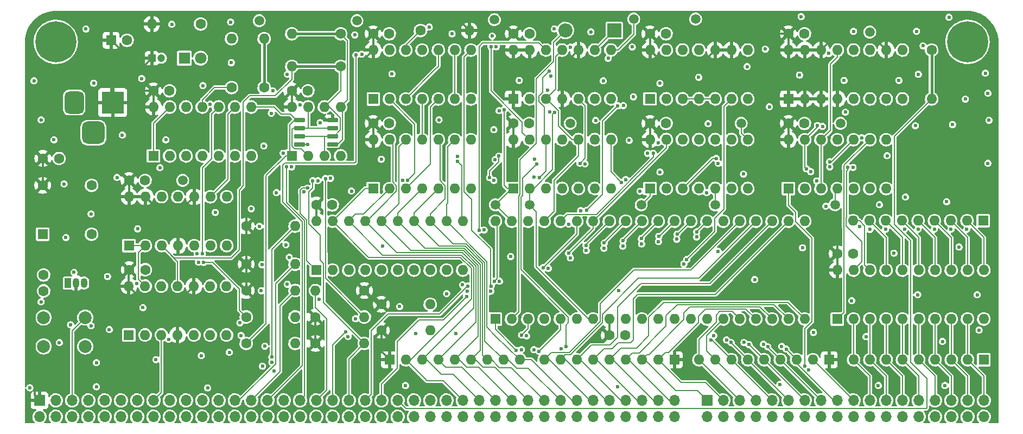
<source format=gtl>
G04 #@! TF.GenerationSoftware,KiCad,Pcbnew,(6.0.7-1)-1*
G04 #@! TF.CreationDate,2022-08-14T21:18:00+02:00*
G04 #@! TF.ProjectId,breakout,62726561-6b6f-4757-942e-6b696361645f,A.26*
G04 #@! TF.SameCoordinates,Original*
G04 #@! TF.FileFunction,Copper,L1,Top*
G04 #@! TF.FilePolarity,Positive*
%FSLAX46Y46*%
G04 Gerber Fmt 4.6, Leading zero omitted, Abs format (unit mm)*
G04 Created by KiCad (PCBNEW (6.0.7-1)-1) date 2022-08-14 21:18:00*
%MOMM*%
%LPD*%
G01*
G04 APERTURE LIST*
G04 Aperture macros list*
%AMRoundRect*
0 Rectangle with rounded corners*
0 $1 Rounding radius*
0 $2 $3 $4 $5 $6 $7 $8 $9 X,Y pos of 4 corners*
0 Add a 4 corners polygon primitive as box body*
4,1,4,$2,$3,$4,$5,$6,$7,$8,$9,$2,$3,0*
0 Add four circle primitives for the rounded corners*
1,1,$1+$1,$2,$3*
1,1,$1+$1,$4,$5*
1,1,$1+$1,$6,$7*
1,1,$1+$1,$8,$9*
0 Add four rect primitives between the rounded corners*
20,1,$1+$1,$2,$3,$4,$5,0*
20,1,$1+$1,$4,$5,$6,$7,0*
20,1,$1+$1,$6,$7,$8,$9,0*
20,1,$1+$1,$8,$9,$2,$3,0*%
G04 Aperture macros list end*
G04 #@! TA.AperFunction,EtchedComponent*
%ADD10C,0.400000*%
G04 #@! TD*
G04 #@! TA.AperFunction,ComponentPad*
%ADD11C,1.600000*%
G04 #@! TD*
G04 #@! TA.AperFunction,ComponentPad*
%ADD12O,1.600000X1.600000*%
G04 #@! TD*
G04 #@! TA.AperFunction,ComponentPad*
%ADD13C,1.500000*%
G04 #@! TD*
G04 #@! TA.AperFunction,ComponentPad*
%ADD14R,1.600000X1.600000*%
G04 #@! TD*
G04 #@! TA.AperFunction,ComponentPad*
%ADD15R,2.200000X2.200000*%
G04 #@! TD*
G04 #@! TA.AperFunction,ComponentPad*
%ADD16O,2.200000X2.200000*%
G04 #@! TD*
G04 #@! TA.AperFunction,ComponentPad*
%ADD17C,2.000000*%
G04 #@! TD*
G04 #@! TA.AperFunction,ComponentPad*
%ADD18R,1.050000X1.500000*%
G04 #@! TD*
G04 #@! TA.AperFunction,ComponentPad*
%ADD19O,1.050000X1.500000*%
G04 #@! TD*
G04 #@! TA.AperFunction,ComponentPad*
%ADD20R,1.800000X1.800000*%
G04 #@! TD*
G04 #@! TA.AperFunction,ComponentPad*
%ADD21C,1.800000*%
G04 #@! TD*
G04 #@! TA.AperFunction,ComponentPad*
%ADD22C,6.400000*%
G04 #@! TD*
G04 #@! TA.AperFunction,ComponentPad*
%ADD23R,3.500000X3.500000*%
G04 #@! TD*
G04 #@! TA.AperFunction,ComponentPad*
%ADD24RoundRect,0.750000X-0.750000X-1.000000X0.750000X-1.000000X0.750000X1.000000X-0.750000X1.000000X0*%
G04 #@! TD*
G04 #@! TA.AperFunction,ComponentPad*
%ADD25RoundRect,0.875000X-0.875000X-0.875000X0.875000X-0.875000X0.875000X0.875000X-0.875000X0.875000X0*%
G04 #@! TD*
G04 #@! TA.AperFunction,SMDPad,CuDef*
%ADD26RoundRect,0.150000X-0.725000X-0.150000X0.725000X-0.150000X0.725000X0.150000X-0.725000X0.150000X0*%
G04 #@! TD*
G04 #@! TA.AperFunction,ComponentPad*
%ADD27R,1.200000X1.200000*%
G04 #@! TD*
G04 #@! TA.AperFunction,ComponentPad*
%ADD28C,1.200000*%
G04 #@! TD*
G04 #@! TA.AperFunction,ComponentPad*
%ADD29R,1.700000X1.700000*%
G04 #@! TD*
G04 #@! TA.AperFunction,ComponentPad*
%ADD30O,1.700000X1.700000*%
G04 #@! TD*
G04 #@! TA.AperFunction,ViaPad*
%ADD31C,0.600000*%
G04 #@! TD*
G04 #@! TA.AperFunction,Conductor*
%ADD32C,0.298704*%
G04 #@! TD*
G04 #@! TA.AperFunction,Conductor*
%ADD33C,0.146812*%
G04 #@! TD*
G04 #@! TA.AperFunction,Conductor*
%ADD34C,0.200000*%
G04 #@! TD*
G04 APERTURE END LIST*
D10*
X62992000Y-71247000D02*
X62992000Y-77597000D01*
X67945000Y-69850000D02*
X74295000Y-69850000D01*
X67945000Y-74930000D02*
X74295000Y-74930000D01*
X167132000Y-79375000D02*
X167132000Y-73025000D01*
D11*
X53081000Y-68326000D03*
D12*
X45461000Y-68326000D03*
D11*
X45720000Y-78740000D03*
X48220000Y-78740000D03*
D13*
X152044400Y-96494600D03*
D11*
X28468000Y-89281000D03*
X30968000Y-89281000D03*
D13*
X110744000Y-83820000D03*
D11*
X60198000Y-118110000D03*
D12*
X67818000Y-118110000D03*
D13*
X157480000Y-69596000D03*
D11*
X70993000Y-118110000D03*
D12*
X78613000Y-118110000D03*
D11*
X57912000Y-78232000D03*
D12*
X57912000Y-70612000D03*
D11*
X70993000Y-113995200D03*
D12*
X78613000Y-113995200D03*
D14*
X41877500Y-116807500D03*
D12*
X44417500Y-116807500D03*
X46957500Y-116807500D03*
X49497500Y-116807500D03*
X52037500Y-116807500D03*
X54577500Y-116807500D03*
X57117500Y-116807500D03*
X57117500Y-109187500D03*
X54577500Y-109187500D03*
X52037500Y-109187500D03*
X49497500Y-109187500D03*
X46957500Y-109187500D03*
X44417500Y-109187500D03*
X41877500Y-109187500D03*
D14*
X99060000Y-114310000D03*
D12*
X101600000Y-114310000D03*
X104140000Y-114310000D03*
X106680000Y-114310000D03*
X109220000Y-114310000D03*
X111760000Y-114310000D03*
X114300000Y-114310000D03*
X116840000Y-114310000D03*
X119380000Y-114310000D03*
X121920000Y-114310000D03*
X124460000Y-114310000D03*
X127000000Y-114310000D03*
X129540000Y-114310000D03*
X132080000Y-114310000D03*
X134620000Y-114310000D03*
X137160000Y-114310000D03*
X139700000Y-114310000D03*
X142240000Y-114310000D03*
X144780000Y-114310000D03*
X147320000Y-114310000D03*
X147320000Y-99070000D03*
X144780000Y-99070000D03*
X142240000Y-99070000D03*
X139700000Y-99070000D03*
X137160000Y-99070000D03*
X134620000Y-99070000D03*
X132080000Y-99070000D03*
X129540000Y-99070000D03*
X127000000Y-99070000D03*
X124460000Y-99070000D03*
X121920000Y-99070000D03*
X119380000Y-99070000D03*
X116840000Y-99070000D03*
X114300000Y-99070000D03*
X111760000Y-99070000D03*
X109220000Y-99070000D03*
X106680000Y-99070000D03*
X104140000Y-99070000D03*
X101600000Y-99070000D03*
X99060000Y-99070000D03*
D13*
X104394000Y-96520000D03*
X121818400Y-96520000D03*
X130302000Y-67564000D03*
D14*
X151145000Y-120660000D03*
D12*
X148605000Y-120660000D03*
X146065000Y-120660000D03*
X143525000Y-120660000D03*
X140985000Y-120660000D03*
X138445000Y-120660000D03*
X135905000Y-120660000D03*
X133365000Y-120660000D03*
X130825000Y-120660000D03*
D11*
X62992000Y-78232000D03*
D12*
X62992000Y-70612000D03*
D14*
X123185000Y-93970000D03*
D12*
X125725000Y-93970000D03*
X128265000Y-93970000D03*
X130805000Y-93970000D03*
X133345000Y-93970000D03*
X135885000Y-93970000D03*
X138425000Y-93970000D03*
X138425000Y-86350000D03*
X135885000Y-86350000D03*
X133345000Y-86350000D03*
X130805000Y-86350000D03*
X128265000Y-86350000D03*
X125725000Y-86350000D03*
X123185000Y-86350000D03*
D13*
X99060000Y-96520000D03*
D14*
X82550000Y-120660000D03*
D12*
X85090000Y-120660000D03*
X87630000Y-120660000D03*
X90170000Y-120660000D03*
X92710000Y-120660000D03*
X95250000Y-120660000D03*
X97790000Y-120660000D03*
X100330000Y-120660000D03*
X102870000Y-120660000D03*
D15*
X117602000Y-69342000D03*
D16*
X109982000Y-69342000D03*
D14*
X80010000Y-80010000D03*
D12*
X82550000Y-80010000D03*
X85090000Y-80010000D03*
X87630000Y-80010000D03*
X90170000Y-80010000D03*
X92710000Y-80010000D03*
X95250000Y-80010000D03*
X95250000Y-72390000D03*
X92710000Y-72390000D03*
X90170000Y-72390000D03*
X87630000Y-72390000D03*
X85090000Y-72390000D03*
X82550000Y-72390000D03*
X80010000Y-72390000D03*
D14*
X39111000Y-70866000D03*
D11*
X41611000Y-70866000D03*
D14*
X67310000Y-88890000D03*
D12*
X69850000Y-88890000D03*
X72390000Y-88890000D03*
X74930000Y-88890000D03*
X74930000Y-81270000D03*
X72390000Y-81270000D03*
X69850000Y-81270000D03*
X67310000Y-81270000D03*
D14*
X144780000Y-93980000D03*
D12*
X147320000Y-93980000D03*
X149860000Y-93980000D03*
X152400000Y-93980000D03*
X154940000Y-93980000D03*
X157480000Y-93980000D03*
X160020000Y-93980000D03*
X160020000Y-86360000D03*
X157480000Y-86360000D03*
X154940000Y-86360000D03*
X152400000Y-86360000D03*
X149860000Y-86360000D03*
X147320000Y-86360000D03*
X144780000Y-86360000D03*
D11*
X41910000Y-92710000D03*
X44410000Y-92710000D03*
D13*
X120650000Y-67564000D03*
D17*
X28575000Y-118582000D03*
X35075000Y-118582000D03*
X28575000Y-114082000D03*
X35075000Y-114082000D03*
D14*
X175275000Y-120660000D03*
D12*
X172735000Y-120660000D03*
X170195000Y-120660000D03*
X167655000Y-120660000D03*
X165115000Y-120660000D03*
X162575000Y-120660000D03*
X160035000Y-120660000D03*
X157495000Y-120660000D03*
X154955000Y-120660000D03*
D14*
X71120000Y-106680000D03*
D12*
X73660000Y-106680000D03*
X76200000Y-106680000D03*
X78740000Y-106680000D03*
X81280000Y-106680000D03*
X83820000Y-106680000D03*
X86360000Y-106680000D03*
X88900000Y-106680000D03*
X91440000Y-106680000D03*
X93980000Y-106680000D03*
X93980000Y-99060000D03*
X91440000Y-99060000D03*
X88900000Y-99060000D03*
X86360000Y-99060000D03*
X83820000Y-99060000D03*
X81280000Y-99060000D03*
X78740000Y-99060000D03*
X76200000Y-99060000D03*
X73660000Y-99060000D03*
X71120000Y-99060000D03*
D11*
X28575000Y-107442000D03*
X28575000Y-109942000D03*
D18*
X32385000Y-108712000D03*
D19*
X33655000Y-108712000D03*
X34925000Y-108712000D03*
D11*
X60198000Y-113995200D03*
D12*
X67818000Y-113995200D03*
D11*
X87376000Y-69342000D03*
D12*
X94996000Y-69342000D03*
D11*
X123190000Y-83820000D03*
X125690000Y-83820000D03*
D14*
X28448000Y-101092000D03*
D11*
X36068000Y-101092000D03*
X36068000Y-93472000D03*
X28448000Y-93472000D03*
X81280000Y-116078000D03*
D12*
X88900000Y-116078000D03*
D11*
X74930000Y-69850000D03*
D12*
X67310000Y-69850000D03*
D14*
X101849000Y-93970000D03*
D12*
X104389000Y-93970000D03*
X106929000Y-93970000D03*
X109469000Y-93970000D03*
X112009000Y-93970000D03*
X114549000Y-93970000D03*
X117089000Y-93970000D03*
X117089000Y-86350000D03*
X114549000Y-86350000D03*
X112009000Y-86350000D03*
X109469000Y-86350000D03*
X106929000Y-86350000D03*
X104389000Y-86350000D03*
X101849000Y-86350000D03*
D11*
X81280000Y-112014000D03*
D12*
X88900000Y-112014000D03*
D14*
X80010000Y-93980000D03*
D12*
X82550000Y-93980000D03*
X85090000Y-93980000D03*
X87630000Y-93980000D03*
X90170000Y-93980000D03*
X92710000Y-93980000D03*
X95250000Y-93980000D03*
X95250000Y-86360000D03*
X92710000Y-86360000D03*
X90170000Y-86360000D03*
X87630000Y-86360000D03*
X85090000Y-86360000D03*
X82550000Y-86360000D03*
X80010000Y-86360000D03*
D14*
X123185000Y-80000000D03*
D12*
X125725000Y-80000000D03*
X128265000Y-80000000D03*
X130805000Y-80000000D03*
X133345000Y-80000000D03*
X135885000Y-80000000D03*
X138425000Y-80000000D03*
X138425000Y-72380000D03*
X135885000Y-72380000D03*
X133345000Y-72380000D03*
X130805000Y-72380000D03*
X128265000Y-72380000D03*
X125725000Y-72380000D03*
X123185000Y-72380000D03*
D14*
X101849000Y-80000000D03*
D12*
X104389000Y-80000000D03*
X106929000Y-80000000D03*
X109469000Y-80000000D03*
X112009000Y-80000000D03*
X114549000Y-80000000D03*
X117089000Y-80000000D03*
X117089000Y-72380000D03*
X114549000Y-72380000D03*
X112009000Y-72380000D03*
X109469000Y-72380000D03*
X106929000Y-72380000D03*
X104389000Y-72380000D03*
X101849000Y-72380000D03*
D13*
X152908000Y-83820000D03*
X137414000Y-83820000D03*
D11*
X60198000Y-109880400D03*
D12*
X67818000Y-109880400D03*
D11*
X101854000Y-83820000D03*
X104354000Y-83820000D03*
D13*
X62230000Y-67818000D03*
D11*
X80010000Y-83820000D03*
X82510000Y-83820000D03*
X152400000Y-104140000D03*
X154900000Y-104140000D03*
D13*
X50292000Y-92710000D03*
D11*
X101874000Y-69850000D03*
X104374000Y-69850000D03*
D13*
X98907600Y-67665600D03*
D11*
X123185000Y-69850000D03*
X125685000Y-69850000D03*
X60198000Y-105765600D03*
D12*
X67818000Y-105765600D03*
D20*
X50541000Y-73660000D03*
D21*
X53081000Y-73660000D03*
D11*
X78613000Y-109880400D03*
D12*
X70993000Y-109880400D03*
D13*
X77470000Y-67818000D03*
D22*
X172720000Y-71120000D03*
D11*
X74930000Y-74930000D03*
D12*
X67310000Y-74930000D03*
D11*
X71120000Y-96520000D03*
X73620000Y-96520000D03*
D14*
X45715000Y-88890000D03*
D12*
X48255000Y-88890000D03*
X50795000Y-88890000D03*
X53335000Y-88890000D03*
X55875000Y-88890000D03*
X58415000Y-88890000D03*
X60955000Y-88890000D03*
X60955000Y-81270000D03*
X58415000Y-81270000D03*
X55875000Y-81270000D03*
X53335000Y-81270000D03*
X50795000Y-81270000D03*
X48255000Y-81270000D03*
X45715000Y-81270000D03*
D23*
X39350200Y-80576500D03*
D24*
X33350200Y-80576500D03*
D25*
X36350200Y-85276500D03*
D14*
X41910000Y-102870000D03*
D12*
X44450000Y-102870000D03*
X46990000Y-102870000D03*
X49530000Y-102870000D03*
X52070000Y-102870000D03*
X54610000Y-102870000D03*
X57150000Y-102870000D03*
X57150000Y-95250000D03*
X54610000Y-95250000D03*
X52070000Y-95250000D03*
X49530000Y-95250000D03*
X46990000Y-95250000D03*
X44450000Y-95250000D03*
X41910000Y-95250000D03*
D26*
X68535000Y-83261200D03*
X68535000Y-84531200D03*
X68535000Y-85801200D03*
X68535000Y-87071200D03*
X73685000Y-87071200D03*
X73685000Y-85801200D03*
X73685000Y-84531200D03*
X73685000Y-83261200D03*
D22*
X30480000Y-71120000D03*
D27*
X45461000Y-73660000D03*
D28*
X46961000Y-73660000D03*
D13*
X133350000Y-96520000D03*
D14*
X144795000Y-80000000D03*
D12*
X147335000Y-80000000D03*
X149875000Y-80000000D03*
X152415000Y-80000000D03*
X154955000Y-80000000D03*
X157495000Y-80000000D03*
X160035000Y-80000000D03*
X162575000Y-80000000D03*
X162575000Y-72380000D03*
X160035000Y-72380000D03*
X157495000Y-72380000D03*
X154955000Y-72380000D03*
X152415000Y-72380000D03*
X149875000Y-72380000D03*
X147335000Y-72380000D03*
X144795000Y-72380000D03*
D11*
X167132000Y-72390000D03*
D12*
X167132000Y-80010000D03*
D14*
X127000000Y-120660000D03*
D12*
X124460000Y-120660000D03*
X121920000Y-120660000D03*
X119380000Y-120660000D03*
X116840000Y-120660000D03*
X114300000Y-120660000D03*
X111760000Y-120660000D03*
X109220000Y-120660000D03*
X106680000Y-120660000D03*
D11*
X80005000Y-69850000D03*
X82505000Y-69850000D03*
X41942500Y-106647500D03*
X44442500Y-106647500D03*
X116840000Y-116850000D03*
X119340000Y-116850000D03*
D14*
X152400000Y-114310000D03*
D12*
X154940000Y-114310000D03*
X157480000Y-114310000D03*
X160020000Y-114310000D03*
X162560000Y-114310000D03*
X165100000Y-114310000D03*
X167640000Y-114310000D03*
X170180000Y-114310000D03*
X172720000Y-114310000D03*
X175260000Y-114310000D03*
X175260000Y-106690000D03*
X172720000Y-106690000D03*
X170180000Y-106690000D03*
X167640000Y-106690000D03*
X165100000Y-106690000D03*
X162560000Y-106690000D03*
X160020000Y-106690000D03*
X157480000Y-106690000D03*
X154940000Y-106690000D03*
X152400000Y-106690000D03*
D11*
X144780000Y-83820000D03*
X147280000Y-83820000D03*
X144780000Y-69850000D03*
X147280000Y-69850000D03*
X60198000Y-99822000D03*
D12*
X67818000Y-99822000D03*
D11*
X67310000Y-78740000D03*
X69810000Y-78740000D03*
D14*
X175183800Y-98983800D03*
D12*
X172643800Y-98983800D03*
X170103800Y-98983800D03*
X167563800Y-98983800D03*
X165023800Y-98983800D03*
X162483800Y-98983800D03*
X159943800Y-98983800D03*
X157403800Y-98983800D03*
X154863800Y-98983800D03*
D29*
X132080000Y-127000000D03*
D30*
X132080000Y-129540000D03*
X134620000Y-127000000D03*
X134620000Y-129540000D03*
X137160000Y-127000000D03*
X137160000Y-129540000D03*
X139700000Y-127000000D03*
X139700000Y-129540000D03*
X142240000Y-127000000D03*
X142240000Y-129540000D03*
X144780000Y-127000000D03*
X144780000Y-129540000D03*
X147320000Y-127000000D03*
X147320000Y-129540000D03*
X149860000Y-127000000D03*
X149860000Y-129540000D03*
X152400000Y-127000000D03*
X152400000Y-129540000D03*
X154940000Y-127000000D03*
X154940000Y-129540000D03*
X157480000Y-127000000D03*
X157480000Y-129540000D03*
X160020000Y-127000000D03*
X160020000Y-129540000D03*
X162560000Y-127000000D03*
X162560000Y-129540000D03*
X165100000Y-127000000D03*
X165100000Y-129540000D03*
X167640000Y-127000000D03*
X167640000Y-129540000D03*
X170180000Y-127000000D03*
X170180000Y-129540000D03*
X172720000Y-127000000D03*
X172720000Y-129540000D03*
X175260000Y-127000000D03*
X175260000Y-129540000D03*
D29*
X27940000Y-127000000D03*
D30*
X27940000Y-129540000D03*
X30480000Y-127000000D03*
X30480000Y-129540000D03*
X33020000Y-127000000D03*
X33020000Y-129540000D03*
X35560000Y-127000000D03*
X35560000Y-129540000D03*
X38100000Y-127000000D03*
X38100000Y-129540000D03*
X40640000Y-127000000D03*
X40640000Y-129540000D03*
X43180000Y-127000000D03*
X43180000Y-129540000D03*
X45720000Y-127000000D03*
X45720000Y-129540000D03*
X48260000Y-127000000D03*
X48260000Y-129540000D03*
X50800000Y-127000000D03*
X50800000Y-129540000D03*
X53340000Y-127000000D03*
X53340000Y-129540000D03*
X55880000Y-127000000D03*
X55880000Y-129540000D03*
X58420000Y-127000000D03*
X58420000Y-129540000D03*
X60960000Y-127000000D03*
X60960000Y-129540000D03*
X63500000Y-127000000D03*
X63500000Y-129540000D03*
X66040000Y-127000000D03*
X66040000Y-129540000D03*
X68580000Y-127000000D03*
X68580000Y-129540000D03*
X71120000Y-127000000D03*
X71120000Y-129540000D03*
X73660000Y-127000000D03*
X73660000Y-129540000D03*
X76200000Y-127000000D03*
X76200000Y-129540000D03*
X78740000Y-127000000D03*
X78740000Y-129540000D03*
X81280000Y-127000000D03*
X81280000Y-129540000D03*
X83820000Y-127000000D03*
X83820000Y-129540000D03*
X86360000Y-127000000D03*
X86360000Y-129540000D03*
X88900000Y-127000000D03*
X88900000Y-129540000D03*
X91440000Y-127000000D03*
X91440000Y-129540000D03*
X93980000Y-127000000D03*
X93980000Y-129540000D03*
X96520000Y-127000000D03*
X96520000Y-129540000D03*
X99060000Y-127000000D03*
X99060000Y-129540000D03*
X101600000Y-127000000D03*
X101600000Y-129540000D03*
X104140000Y-127000000D03*
X104140000Y-129540000D03*
X106680000Y-127000000D03*
X106680000Y-129540000D03*
X109220000Y-127000000D03*
X109220000Y-129540000D03*
X111760000Y-127000000D03*
X111760000Y-129540000D03*
X114300000Y-127000000D03*
X114300000Y-129540000D03*
X116840000Y-127000000D03*
X116840000Y-129540000D03*
X119380000Y-127000000D03*
X119380000Y-129540000D03*
X121920000Y-127000000D03*
X121920000Y-129540000D03*
X124460000Y-127000000D03*
X124460000Y-129540000D03*
X127000000Y-127000000D03*
X127000000Y-129540000D03*
D31*
X127254000Y-96240600D03*
X114503200Y-88950800D03*
X64871600Y-99822000D03*
X56642000Y-114300000D03*
X67818000Y-121412000D03*
X164490400Y-117576600D03*
X139649200Y-116865400D03*
X55778400Y-99339400D03*
X163220400Y-117525800D03*
X108178600Y-110185200D03*
X100101400Y-112115600D03*
X144957800Y-117043200D03*
X163220400Y-103987600D03*
X113715800Y-92100400D03*
X65684400Y-109728000D03*
X145770600Y-109448600D03*
X105181400Y-111556800D03*
X65532000Y-105511600D03*
X126822200Y-109913894D03*
X118694200Y-96799400D03*
X27660600Y-97434400D03*
X131064000Y-69850000D03*
X142468600Y-104292400D03*
X58597800Y-83972400D03*
X95427800Y-83210400D03*
X164490400Y-103886000D03*
X60198000Y-94259400D03*
X109753400Y-89001600D03*
X95377000Y-75615800D03*
X139217400Y-69850000D03*
X101549200Y-109194600D03*
X55676800Y-92329000D03*
X69203075Y-94501489D03*
X66598800Y-108889800D03*
X40868600Y-85648800D03*
X169468800Y-96037400D03*
X35179000Y-69113400D03*
X162890200Y-100279200D03*
X108254800Y-69088000D03*
X168808400Y-117805200D03*
X154863800Y-90678000D03*
X99704296Y-108409840D03*
X174244000Y-110540800D03*
X31038800Y-117983000D03*
X86639400Y-116611400D03*
X120421400Y-71907400D03*
X103936800Y-116936976D03*
X98831400Y-84810600D03*
X133832600Y-90043000D03*
X170383200Y-83997800D03*
X110769400Y-104800400D03*
X165049200Y-76174600D03*
X122805969Y-88479419D03*
X47650400Y-86385400D03*
X151231600Y-90601800D03*
X109296200Y-118948200D03*
X46736000Y-90728800D03*
X175514000Y-75996800D03*
X81280000Y-89408000D03*
X155930600Y-99872800D03*
X36830000Y-124866400D03*
X130455282Y-101530629D03*
X48590200Y-68376800D03*
X26441400Y-125044200D03*
X81432400Y-102946200D03*
X91465400Y-110363000D03*
X163042600Y-95300800D03*
X99014389Y-89477645D03*
X38557200Y-107696000D03*
X148691600Y-116408200D03*
X53441600Y-77927200D03*
X146761200Y-67183000D03*
X93141800Y-88976200D03*
X167538400Y-100304600D03*
X103124977Y-119091018D03*
X43154600Y-108813600D03*
X138328400Y-74980800D03*
X112369600Y-97409000D03*
X110769400Y-71932800D03*
X149174200Y-92786200D03*
X66598800Y-76149200D03*
X88747600Y-68808600D03*
X53187600Y-120015000D03*
X164769800Y-69469000D03*
X64363600Y-78765400D03*
X69748400Y-87071200D03*
X162026600Y-77114400D03*
X98577400Y-70205600D03*
X107721400Y-76428600D03*
X36398200Y-77546200D03*
X146507200Y-76276200D03*
X175895000Y-79121000D03*
X66395600Y-102743000D03*
X105181400Y-89382600D03*
X33324800Y-107035600D03*
X156870400Y-117068600D03*
X120599200Y-79679800D03*
X107238800Y-78663800D03*
X118948200Y-102954294D03*
X116662200Y-73685400D03*
X46101000Y-120650000D03*
X158800800Y-124688600D03*
X174523400Y-116052600D03*
X132029200Y-94615000D03*
X172593000Y-100304600D03*
X124460000Y-86817200D03*
X71602600Y-111226600D03*
X151079200Y-72923400D03*
X48082200Y-117475000D03*
X59385200Y-116890800D03*
X164947600Y-110540800D03*
X153466800Y-77114400D03*
X84582000Y-92710000D03*
X124739400Y-91414600D03*
X44069000Y-112547400D03*
X160172400Y-88849200D03*
X169189400Y-124688600D03*
X119938800Y-86461600D03*
X55372000Y-97688400D03*
X59207400Y-114909600D03*
X35991800Y-115366800D03*
X135128000Y-117576600D03*
X66903600Y-104698800D03*
X52552602Y-104140001D03*
X76606400Y-94361000D03*
X62738000Y-121666000D03*
X137769600Y-91719400D03*
X62255400Y-99872800D03*
X157505400Y-100355400D03*
X140868400Y-118237000D03*
X62636400Y-105841800D03*
X171399200Y-103098600D03*
X71375658Y-92760793D03*
X40030400Y-92252800D03*
X32054800Y-101625400D03*
X57556400Y-119507000D03*
X99187000Y-71879500D03*
X73344698Y-92379741D03*
X68580000Y-80899000D03*
X92303600Y-69850000D03*
X43891200Y-76835000D03*
X84124800Y-112369600D03*
X121640600Y-94386400D03*
X146989800Y-103200200D03*
X158978600Y-96494600D03*
X118110000Y-124866400D03*
X164592000Y-84175600D03*
X62534800Y-109905800D03*
X114706400Y-83362800D03*
X92862400Y-116586000D03*
X121869200Y-102598694D03*
X38836600Y-115951000D03*
X128473200Y-105714800D03*
X175895000Y-90043000D03*
X159943800Y-100304600D03*
X57759600Y-68021200D03*
X77139800Y-70027800D03*
X64897000Y-94615000D03*
X94691200Y-110007400D03*
X93954600Y-108991400D03*
X32791400Y-115214400D03*
X113055400Y-90119200D03*
X119405400Y-92574906D03*
X97307400Y-100431600D03*
X82931000Y-76098400D03*
X143459200Y-124510800D03*
X139522200Y-108153200D03*
X28194000Y-111633000D03*
X60985400Y-97129600D03*
X99644200Y-81838800D03*
X164998400Y-100304600D03*
X30200600Y-86385400D03*
X52755800Y-105460800D03*
X64516000Y-122428000D03*
X98350003Y-109969694D03*
X43256200Y-100253800D03*
X150622000Y-96723200D03*
X63093600Y-118541800D03*
X36830000Y-121107200D03*
X113969800Y-69570600D03*
X116001767Y-103276906D03*
X169824400Y-67284600D03*
X31775400Y-93268800D03*
X110515400Y-99517200D03*
X54178200Y-125044200D03*
X133832600Y-103784400D03*
X107510106Y-82015680D03*
X147929600Y-122224800D03*
X105079800Y-119100600D03*
X102768400Y-77114400D03*
X165785800Y-71729600D03*
X64109600Y-82245200D03*
X27076400Y-77190600D03*
X113258600Y-103632000D03*
X28194000Y-83261200D03*
X132257800Y-83870800D03*
X71729600Y-83718400D03*
X154940000Y-69469000D03*
X54584600Y-80822800D03*
X137845800Y-117957600D03*
X150114000Y-84302600D03*
X141173200Y-72237600D03*
X143738600Y-118592600D03*
X161239200Y-104038400D03*
X127355600Y-101879400D03*
X107315000Y-106426000D03*
X176072800Y-83337400D03*
X90271600Y-83261200D03*
X124739400Y-77571600D03*
X172389800Y-80035400D03*
X156210000Y-86055200D03*
X65963800Y-88468200D03*
X133127997Y-116899769D03*
X130784600Y-76631800D03*
X67266208Y-90609894D03*
X85039200Y-124688600D03*
X78224336Y-73042736D03*
X124510800Y-102249181D03*
X35991800Y-97942400D03*
X64205508Y-121046060D03*
X115900200Y-77190600D03*
X105130600Y-92202000D03*
X76073000Y-117043200D03*
X62941200Y-87325200D03*
X118287800Y-109905800D03*
X98832553Y-92711062D03*
X154660600Y-111455200D03*
X119024400Y-81051400D03*
X148259800Y-91338400D03*
X77241400Y-114274600D03*
X101447600Y-104571800D03*
X153670000Y-82067400D03*
X57861200Y-74345800D03*
X141808200Y-81229200D03*
X170154600Y-100304600D03*
X100434395Y-81697650D03*
X108309739Y-82085805D03*
X118153483Y-81082887D03*
X113295176Y-97378509D03*
X98384297Y-71879500D03*
X147583631Y-90905818D03*
X93172585Y-89778312D03*
X149301200Y-84150200D03*
X118733923Y-93014736D03*
X105928140Y-92292890D03*
X107428058Y-75681417D03*
X154042906Y-90703400D03*
X69757589Y-93921106D03*
X98874106Y-108425292D03*
X53355304Y-104140000D03*
X53558058Y-105487525D03*
X147320000Y-121666000D03*
X103145007Y-116805088D03*
X64185800Y-120243600D03*
X123696480Y-88479387D03*
X96505826Y-100474153D03*
X77280863Y-73171472D03*
X128918301Y-105046806D03*
X66463505Y-90609894D03*
X110472808Y-104054502D03*
X75692969Y-116336158D03*
X72542400Y-92405200D03*
X70572963Y-92764172D03*
X106519356Y-106319784D03*
X94564200Y-110820200D03*
X110083600Y-118618000D03*
X112256706Y-90039078D03*
X105475743Y-90129389D03*
X102331395Y-119211679D03*
X105848649Y-119331255D03*
X98406845Y-109169007D03*
X94733831Y-109184095D03*
X132714793Y-117602674D03*
X135834727Y-117957215D03*
X138633200Y-118287800D03*
X141561810Y-118641369D03*
X144426173Y-119006815D03*
X113205235Y-102831073D03*
X116053480Y-102475871D03*
X118973600Y-102133400D03*
X121818400Y-101777800D03*
X124561600Y-101427332D03*
X127406403Y-101078307D03*
X130479942Y-100728306D03*
X85383585Y-92667640D03*
X99601494Y-88930252D03*
X98164525Y-92266011D03*
X151213247Y-89799308D03*
X133509330Y-89293176D03*
D32*
X101849000Y-72380000D02*
X104389000Y-72380000D01*
X45720000Y-78740000D02*
X42875200Y-78740000D01*
X40132000Y-86868000D02*
X40132000Y-84353400D01*
X41877500Y-106712500D02*
X41942500Y-106647500D01*
X80746600Y-112014000D02*
X81280000Y-112014000D01*
X30480000Y-96520000D02*
X38023800Y-88976200D01*
X49530000Y-96418400D02*
X49530000Y-102870000D01*
X50862000Y-110363000D02*
X52037500Y-109187500D01*
X45720000Y-78740000D02*
X45720000Y-81265000D01*
X151058800Y-71196200D02*
X149875000Y-72380000D01*
X28448000Y-93472000D02*
X28448000Y-89301000D01*
X40190648Y-104895648D02*
X41942500Y-106647500D01*
X43053000Y-110363000D02*
X49428400Y-110363000D01*
X41877500Y-109187500D02*
X41877500Y-106712500D01*
X143332200Y-87706200D02*
X143332200Y-85039200D01*
X150266400Y-106273600D02*
X150266400Y-117424200D01*
X110744000Y-73660000D02*
X109469000Y-74935000D01*
X93243400Y-67589400D02*
X94996000Y-69342000D01*
X71120000Y-99060000D02*
X71120000Y-96520000D01*
X123185000Y-69850000D02*
X123185000Y-72380000D01*
X139217400Y-69850000D02*
X142748000Y-69850000D01*
X78613000Y-109880400D02*
X80746600Y-112014000D01*
X123190000Y-83820000D02*
X123190000Y-86345000D01*
X151145000Y-118302800D02*
X151145000Y-120660000D01*
X101849000Y-80000000D02*
X101849000Y-72380000D01*
X39111000Y-80337300D02*
X39350200Y-80576500D01*
X38100000Y-88900000D02*
X40132000Y-86868000D01*
X38176200Y-88976200D02*
X38023800Y-88976200D01*
X135885000Y-72380000D02*
X133345000Y-72380000D01*
X49545848Y-96402552D02*
X49530000Y-96418400D01*
X45602552Y-96402552D02*
X49545848Y-96402552D01*
X73685000Y-83261200D02*
X72751245Y-83261200D01*
X42875200Y-78740000D02*
X42875200Y-76245800D01*
X27222448Y-104895648D02*
X40190648Y-104895648D01*
X152400000Y-104140000D02*
X150266400Y-106273600D01*
X27178000Y-104940096D02*
X27222448Y-104895648D01*
X50917448Y-96402552D02*
X52070000Y-95250000D01*
X41905000Y-73660000D02*
X45461000Y-73660000D01*
X49428400Y-110363000D02*
X49497500Y-110432100D01*
X123185000Y-69850000D02*
X124632800Y-68402200D01*
X148513800Y-98298000D02*
X148513800Y-92887800D01*
X71094600Y-81604555D02*
X71094600Y-80441800D01*
X44450000Y-95250000D02*
X45602552Y-96402552D01*
X110744000Y-73645000D02*
X110744000Y-73660000D01*
X41910000Y-92710000D02*
X40055800Y-90855800D01*
X150266400Y-117424200D02*
X151145000Y-118302800D01*
X150825200Y-100609400D02*
X148513800Y-98298000D01*
X148513800Y-92887800D02*
X143332200Y-87706200D01*
X27178000Y-126248000D02*
X27178000Y-104940096D01*
X49428400Y-110363000D02*
X50862000Y-110363000D01*
X112009000Y-72380000D02*
X110744000Y-73645000D01*
X28575000Y-96520000D02*
X30480000Y-96520000D01*
X27178000Y-104851200D02*
X27178000Y-97917000D01*
X37328448Y-88128448D02*
X38100000Y-88900000D01*
X40055800Y-90855800D02*
X39636700Y-90436700D01*
X27940000Y-127010000D02*
X27178000Y-126248000D01*
X38023800Y-88976200D02*
X38100000Y-88900000D01*
X116840000Y-116850000D02*
X116840000Y-114310000D01*
X49497500Y-110432100D02*
X49497500Y-116807500D01*
X144780000Y-83820000D02*
X142748000Y-81788000D01*
X158851200Y-71196200D02*
X151058800Y-71196200D01*
X142748000Y-81788000D02*
X142748000Y-69850000D01*
X101849000Y-86350000D02*
X101849000Y-83825000D01*
X72751245Y-83261200D02*
X71094600Y-81604555D01*
X152400000Y-104140000D02*
X152400000Y-102184200D01*
X101849000Y-83825000D02*
X101854000Y-83820000D01*
X124632800Y-68402200D02*
X127904556Y-68402200D01*
X80010000Y-86360000D02*
X80010000Y-83820000D01*
X144780000Y-86360000D02*
X144780000Y-83820000D01*
X41877500Y-109187500D02*
X43053000Y-110363000D01*
X144795000Y-72380000D02*
X144795000Y-69865000D01*
X70637400Y-79984600D02*
X68554600Y-79984600D01*
X39111000Y-70866000D02*
X39111000Y-80337300D01*
X123185000Y-72380000D02*
X124338000Y-73533000D01*
X39636700Y-90436700D02*
X38176200Y-88976200D01*
X39111000Y-70866000D02*
X41905000Y-73660000D01*
X68554600Y-79984600D02*
X67310000Y-78740000D01*
X131064000Y-69850000D02*
X139217400Y-69850000D01*
X80005000Y-69850000D02*
X82265600Y-67589400D01*
X67310000Y-81270000D02*
X67310000Y-78740000D01*
X78857448Y-73542552D02*
X80010000Y-72390000D01*
X143332200Y-85039200D02*
X144551400Y-83820000D01*
X27222448Y-104895648D02*
X27178000Y-104851200D01*
X82265600Y-67589400D02*
X93243400Y-67589400D01*
X28448000Y-89301000D02*
X28468000Y-89281000D01*
X27178000Y-97917000D02*
X27660600Y-97434400D01*
X28468000Y-89281000D02*
X29620552Y-88128448D01*
X60198000Y-99822000D02*
X60198000Y-109880400D01*
X45720000Y-81265000D02*
X45715000Y-81270000D01*
X124338000Y-73533000D02*
X132192000Y-73533000D01*
X81280000Y-116078000D02*
X81280000Y-119390000D01*
X144551400Y-83820000D02*
X144780000Y-83820000D01*
X81280000Y-119390000D02*
X82550000Y-120660000D01*
X152400000Y-106690000D02*
X152400000Y-104140000D01*
X42875200Y-76245800D02*
X45461000Y-73660000D01*
X129352356Y-69850000D02*
X131064000Y-69850000D01*
X60198000Y-99822000D02*
X60198000Y-94259400D01*
X123190000Y-86345000D02*
X123185000Y-86350000D01*
X42875200Y-81610200D02*
X42875200Y-78740000D01*
X45461000Y-73660000D02*
X45461000Y-68326000D01*
X160035000Y-72380000D02*
X158851200Y-71196200D01*
X152400000Y-102184200D02*
X150825200Y-100609400D01*
X144795000Y-72380000D02*
X149875000Y-72380000D01*
X142748000Y-69850000D02*
X144780000Y-69850000D01*
X109469000Y-74935000D02*
X109469000Y-80000000D01*
X41910000Y-92710000D02*
X41910000Y-95250000D01*
X78857448Y-82667448D02*
X78857448Y-73542552D01*
X71094600Y-80441800D02*
X70637400Y-79984600D01*
X132192000Y-73533000D02*
X133345000Y-72380000D01*
X41910000Y-95250000D02*
X44450000Y-95250000D01*
X49545848Y-96402552D02*
X50917448Y-96402552D01*
X80010000Y-72390000D02*
X80010000Y-69855000D01*
X27660600Y-97434400D02*
X28575000Y-96520000D01*
X29620552Y-88128448D02*
X37328448Y-88128448D01*
X127904556Y-68402200D02*
X129352356Y-69850000D01*
X144795000Y-69865000D02*
X144780000Y-69850000D01*
X40132000Y-84353400D02*
X42875200Y-81610200D01*
X80010000Y-69855000D02*
X80005000Y-69850000D01*
X70993000Y-113995200D02*
X70993000Y-118110000D01*
X80010000Y-83820000D02*
X78857448Y-82667448D01*
D33*
X68535000Y-87071200D02*
X69748400Y-87071200D01*
X43365894Y-103954106D02*
X44450000Y-102870000D01*
X44417500Y-109187500D02*
X43365894Y-108135894D01*
X44450000Y-102870000D02*
X41910000Y-102870000D01*
X33020000Y-127010000D02*
X33020000Y-116137000D01*
X43365894Y-108135894D02*
X43365894Y-103954106D01*
X33020000Y-116137000D02*
X35075000Y-114082000D01*
X117587000Y-69342000D02*
X114549000Y-72380000D01*
X117602000Y-69342000D02*
X117587000Y-69342000D01*
X109982000Y-69342000D02*
X108127800Y-71196200D01*
X85090000Y-71628000D02*
X85090000Y-72390000D01*
X102698287Y-95130627D02*
X102926887Y-94902027D01*
X102698287Y-113211713D02*
X102698287Y-95130627D01*
X105466887Y-86926427D02*
X102926887Y-89466427D01*
X87376000Y-69342000D02*
X85090000Y-71628000D01*
X101600000Y-114310000D02*
X102698287Y-113211713D01*
X108127800Y-74166938D02*
X105466887Y-76827851D01*
X102926887Y-94902027D02*
X102926887Y-91481924D01*
X108127800Y-71196200D02*
X108127800Y-74166938D01*
X105466887Y-76827851D02*
X105466887Y-86926427D01*
X102926887Y-89466427D02*
X102926887Y-91481924D01*
X99060000Y-96520000D02*
X101610000Y-93970000D01*
X101600000Y-99070000D02*
X99060000Y-96530000D01*
X101610000Y-93970000D02*
X101849000Y-93970000D01*
X101849000Y-93970000D02*
X100902188Y-93970000D01*
X99060000Y-96530000D02*
X99060000Y-96520000D01*
X100902188Y-93970000D02*
X100434395Y-93502207D01*
X100434395Y-93502207D02*
X100434395Y-81697650D01*
X105460800Y-106172000D02*
X105460800Y-97586800D01*
X105065767Y-93970000D02*
X108005606Y-91030161D01*
X104389000Y-93970000D02*
X105065767Y-93970000D01*
X104394000Y-93975000D02*
X104389000Y-93970000D01*
X105460800Y-97586800D02*
X104394000Y-96520000D01*
X114300000Y-114310000D02*
X113598800Y-114310000D01*
X104394000Y-96520000D02*
X104394000Y-93975000D01*
X108005606Y-91030161D02*
X108005606Y-82389938D01*
X113598800Y-114310000D02*
X105460800Y-106172000D01*
X108005606Y-82389938D02*
X108309739Y-82085805D01*
X118153483Y-81082887D02*
X115773200Y-83463170D01*
X115773200Y-94900485D02*
X113295176Y-97378509D01*
X115773200Y-83463170D02*
X115773200Y-94900485D01*
D34*
X104389000Y-86350000D02*
X103250800Y-85211800D01*
X98384297Y-78741697D02*
X98384297Y-71879500D01*
X103250800Y-85211800D02*
X103250800Y-83608200D01*
X103250800Y-83608200D02*
X98384297Y-78741697D01*
D33*
X93820000Y-98900000D02*
X93820000Y-90425727D01*
X93820000Y-90425727D02*
X93172585Y-89778312D01*
X149301200Y-84150200D02*
X149301200Y-84378800D01*
X149301200Y-84378800D02*
X147320000Y-86360000D01*
X147320000Y-90642187D02*
X147583631Y-90905818D01*
X93980000Y-99060000D02*
X93820000Y-98900000D01*
X147320000Y-86360000D02*
X147320000Y-90642187D01*
X117089000Y-91369813D02*
X118733923Y-93014736D01*
X123185000Y-95153400D02*
X123185000Y-93970000D01*
X121818400Y-96520000D02*
X123185000Y-95153400D01*
X117089000Y-86350000D02*
X117089000Y-91369813D01*
X133345000Y-96515000D02*
X133350000Y-96520000D01*
X133345000Y-93970000D02*
X133345000Y-96515000D01*
X106680000Y-86101000D02*
X106680000Y-81273551D01*
X105852394Y-79554055D02*
X106426000Y-78980449D01*
X106680000Y-81273551D02*
X105852394Y-80445945D01*
X106929000Y-86350000D02*
X106680000Y-86101000D01*
X120650000Y-69950370D02*
X120650000Y-67564000D01*
X106426000Y-78980449D02*
X106426000Y-76683475D01*
X105852394Y-80445945D02*
X105852394Y-79554055D01*
X106929000Y-86350000D02*
X106929000Y-91292030D01*
X106929000Y-91292030D02*
X105928140Y-92292890D01*
X106426000Y-76683475D02*
X107428058Y-75681417D01*
X118220370Y-72380000D02*
X120650000Y-69950370D01*
X117089000Y-72380000D02*
X118220370Y-72380000D01*
X153787194Y-98537855D02*
X153863394Y-98461655D01*
X137414000Y-85339000D02*
X138425000Y-86350000D01*
X153863394Y-98461655D02*
X153863394Y-91297406D01*
X137414000Y-83820000D02*
X137414000Y-85339000D01*
X156235400Y-102285800D02*
X153787194Y-99837594D01*
X153863394Y-91297406D02*
X154042906Y-91117894D01*
X154042906Y-91117894D02*
X154042906Y-90703400D01*
X154940000Y-106690000D02*
X156235400Y-105394600D01*
X153787194Y-99837594D02*
X153787194Y-98537855D01*
X156235400Y-105394600D02*
X156235400Y-102285800D01*
X68626969Y-94211596D02*
X68917459Y-93921106D01*
X69634626Y-105194626D02*
X69634626Y-98846654D01*
X68917459Y-93921106D02*
X69757589Y-93921106D01*
X152044400Y-96494600D02*
X152044400Y-94335600D01*
X45715000Y-83810000D02*
X48255000Y-81270000D01*
X71120000Y-106680000D02*
X69634626Y-105194626D01*
X69634626Y-98846654D02*
X68639788Y-97851816D01*
X68626969Y-94740120D02*
X68626969Y-94211596D01*
X68639788Y-94752939D02*
X68626969Y-94740120D01*
X152044400Y-94335600D02*
X152400000Y-93980000D01*
X45715000Y-88890000D02*
X45715000Y-83810000D01*
X68639788Y-97851816D02*
X68639788Y-94752939D01*
X99314000Y-107985398D02*
X98874106Y-108425292D01*
X99314000Y-99324000D02*
X99314000Y-107985398D01*
X99060000Y-99070000D02*
X99314000Y-99324000D01*
X67995800Y-83261200D02*
X68535000Y-83261200D01*
X67081400Y-82346800D02*
X67995800Y-83261200D01*
X63296800Y-115011200D02*
X63296800Y-114096800D01*
X66960487Y-84042513D02*
X67741800Y-83261200D01*
X64556800Y-81270000D02*
X65633600Y-82346800D01*
X63296800Y-91956388D02*
X66363188Y-88890000D01*
X63296800Y-114096800D02*
X63296800Y-91956388D01*
X66960487Y-88540487D02*
X66960487Y-84042513D01*
X60198000Y-118110000D02*
X63296800Y-115011200D01*
X67310000Y-88890000D02*
X66960487Y-88540487D01*
X67741800Y-83261200D02*
X68535000Y-83261200D01*
X60955000Y-81270000D02*
X64556800Y-81270000D01*
X66363188Y-88890000D02*
X67310000Y-88890000D01*
X65633600Y-82346800D02*
X67081400Y-82346800D01*
X54798394Y-89335945D02*
X53355304Y-90779035D01*
X54798394Y-82346606D02*
X54798394Y-89335945D01*
X60198000Y-113995200D02*
X59121394Y-112918594D01*
X55875000Y-81270000D02*
X54798394Y-82346606D01*
X53355304Y-90779035D02*
X53355304Y-104140000D01*
X56806376Y-107353824D02*
X54940076Y-105487525D01*
X54940076Y-105487525D02*
X53558058Y-105487525D01*
X59121394Y-109668843D02*
X56806376Y-107353824D01*
X59121394Y-112918594D02*
X59121394Y-109668843D01*
X57835800Y-104800400D02*
X59080400Y-103555800D01*
X149860000Y-86360000D02*
X149860000Y-93980000D01*
X151338394Y-74587976D02*
X151338394Y-84881606D01*
X46957500Y-116807500D02*
X46957500Y-125772500D01*
X49453800Y-104800400D02*
X57835800Y-104800400D01*
X106680000Y-99070000D02*
X108204000Y-97546000D01*
X48920400Y-104800400D02*
X49453800Y-104800400D01*
X108477313Y-78451687D02*
X108477313Y-73371687D01*
X108204000Y-97546000D02*
X108204000Y-92710000D01*
X59740800Y-93573600D02*
X59740800Y-85529894D01*
X108204000Y-92710000D02*
X112009000Y-88905000D01*
X64719200Y-79527400D02*
X60731400Y-79527400D01*
X107038671Y-80000000D02*
X108885845Y-81847174D01*
X60731400Y-79527400D02*
X59740800Y-80518000D01*
X46990000Y-102870000D02*
X48920400Y-104800400D01*
X59080400Y-94234000D02*
X59740800Y-93573600D01*
X112009000Y-88905000D02*
X112009000Y-86350000D01*
X59080400Y-103555800D02*
X59080400Y-94234000D01*
X111014120Y-86350000D02*
X112009000Y-86350000D01*
X49497500Y-105377500D02*
X46990000Y-102870000D01*
X67310000Y-76936600D02*
X64719200Y-79527400D01*
X49497500Y-109187500D02*
X49497500Y-105377500D01*
X108885845Y-84221725D02*
X111014120Y-86350000D01*
X106929000Y-80000000D02*
X107038671Y-80000000D01*
X46957500Y-125772500D02*
X45720000Y-127010000D01*
X152415000Y-73511370D02*
X151338394Y-74587976D01*
X67310000Y-74930000D02*
X67310000Y-76936600D01*
X108477313Y-73371687D02*
X109469000Y-72380000D01*
X106929000Y-80000000D02*
X108477313Y-78451687D01*
X108885845Y-81847174D02*
X108885845Y-84221725D01*
X151338394Y-84881606D02*
X149860000Y-86360000D01*
X152415000Y-72380000D02*
X152415000Y-73511370D01*
X59740800Y-80518000D02*
X59740800Y-85529894D01*
X147320000Y-121666000D02*
X147320000Y-115832551D01*
X148437600Y-101710151D02*
X145897600Y-99170151D01*
X148437600Y-114714951D02*
X148437600Y-101710151D01*
X145897600Y-99170151D02*
X145897600Y-97688400D01*
X144780000Y-96570800D02*
X144780000Y-93980000D01*
X147320000Y-115832551D02*
X148437600Y-114714951D01*
X145897600Y-97688400D02*
X144780000Y-96570800D01*
X67818000Y-99822000D02*
X64185800Y-103454200D01*
X104140000Y-114310000D02*
X104140000Y-115810095D01*
X104140000Y-115810095D02*
X103145007Y-116805088D01*
X64185800Y-103454200D02*
X64185800Y-120243600D01*
X59056305Y-127010000D02*
X58420000Y-127010000D01*
X64781614Y-121284691D02*
X59056305Y-127010000D01*
X64781614Y-108801986D02*
X64781614Y-121284691D01*
X123696480Y-89098563D02*
X123696480Y-88479387D01*
X110296606Y-97993394D02*
X114801649Y-97993394D01*
X67818000Y-105765600D02*
X64781614Y-108801986D01*
X109220000Y-99070000D02*
X110296606Y-97993394D01*
X114801649Y-97993394D02*
X123696480Y-89098563D01*
X96505826Y-96026174D02*
X96505826Y-71845374D01*
X105852394Y-71303394D02*
X106929000Y-72380000D01*
X65455800Y-122514200D02*
X60960000Y-127010000D01*
X67818000Y-109880400D02*
X65455800Y-112242600D01*
X97047806Y-71303394D02*
X105852394Y-71303394D01*
X96505826Y-71845374D02*
X97047806Y-71303394D01*
X96505826Y-100474153D02*
X96505826Y-96026174D01*
X65455800Y-112242600D02*
X65455800Y-122514200D01*
X66192400Y-90017600D02*
X77089000Y-90017600D01*
X77280863Y-89825737D02*
X77280863Y-84212337D01*
X77089000Y-90017600D02*
X77280863Y-89825737D01*
X65887399Y-96087999D02*
X65887399Y-90322601D01*
X63500000Y-127010000D02*
X68935600Y-121574400D01*
X68935600Y-121574400D02*
X68935600Y-99136200D01*
X77280863Y-84212337D02*
X77280863Y-73171472D01*
X65887399Y-90322601D02*
X66192400Y-90017600D01*
X68935600Y-99136200D02*
X65887399Y-96087999D01*
X133299200Y-100665907D02*
X128918301Y-105046806D01*
X134701794Y-81183206D02*
X134701794Y-97200206D01*
X135885000Y-80000000D02*
X134701794Y-81183206D01*
X134701794Y-97200206D02*
X133299200Y-98602800D01*
X133299200Y-98602800D02*
X133299200Y-100665907D01*
X66463706Y-90610095D02*
X66463505Y-90609894D01*
X69285113Y-126304887D02*
X69285113Y-98991427D01*
X55241630Y-78232000D02*
X57912000Y-78232000D01*
X53335000Y-81270000D02*
X53335000Y-80138630D01*
X53335000Y-80138630D02*
X55241630Y-78232000D01*
X68580000Y-127010000D02*
X69285113Y-126304887D01*
X69285113Y-98991427D02*
X66463706Y-96170020D01*
X66463706Y-96170020D02*
X66463706Y-90610095D01*
X153466800Y-90371263D02*
X157478063Y-86360000D01*
X70993000Y-109880400D02*
X70993000Y-112472649D01*
X72771000Y-121615200D02*
X72771000Y-125359000D01*
X114300000Y-99070000D02*
X114300000Y-100227310D01*
X72771000Y-125359000D02*
X71120000Y-127010000D01*
X153476606Y-113233394D02*
X153476606Y-100021292D01*
X153476606Y-100021292D02*
X153422087Y-99966773D01*
X114300000Y-100227310D02*
X110472808Y-104054502D01*
X153476606Y-94263308D02*
X153476606Y-91045343D01*
X153476606Y-91045343D02*
X153466800Y-91035537D01*
X114300000Y-99070000D02*
X125725000Y-87645000D01*
X153422087Y-99966773D02*
X153422087Y-94317827D01*
X152400000Y-114310000D02*
X153476606Y-113233394D01*
X70993000Y-112472649D02*
X72771000Y-114250649D01*
X157478063Y-86360000D02*
X157480000Y-86360000D01*
X153466800Y-91035537D02*
X153466800Y-90371263D01*
X125725000Y-87645000D02*
X125725000Y-86350000D01*
X153422087Y-94317827D02*
X153476606Y-94263308D01*
X72771000Y-114250649D02*
X72771000Y-121615200D01*
X72561713Y-104654087D02*
X72561713Y-104059161D01*
X72542400Y-104039848D02*
X72542400Y-92405200D01*
X72561713Y-107943913D02*
X72561713Y-104654087D01*
X78613000Y-113995200D02*
X72561713Y-107943913D01*
X73660000Y-118516400D02*
X73660000Y-118369127D01*
X73660000Y-127010000D02*
X73660000Y-118516400D01*
X72561713Y-104059161D02*
X72542400Y-104039848D01*
X73660000Y-118369127D02*
X75692969Y-116336158D01*
X69984139Y-99446690D02*
X69984139Y-94509293D01*
X78613000Y-118110000D02*
X72212200Y-111709200D01*
X71755000Y-105161788D02*
X71755000Y-101217551D01*
X69984139Y-94509293D02*
X70572963Y-93920469D01*
X76200000Y-127010000D02*
X76200000Y-120523000D01*
X70572963Y-93920469D02*
X70572963Y-92764172D01*
X76200000Y-120523000D02*
X78613000Y-118110000D01*
X71755000Y-101217551D02*
X69984139Y-99446690D01*
X72212200Y-111709200D02*
X72212200Y-105618988D01*
X72212200Y-105618988D02*
X71755000Y-105161788D01*
X83743800Y-117830600D02*
X87122000Y-114452400D01*
X90932000Y-114452400D02*
X94564200Y-110820200D01*
X81280000Y-127010000D02*
X81280000Y-124434600D01*
X83743800Y-121970800D02*
X83743800Y-117830600D01*
X81280000Y-124434600D02*
X83743800Y-121970800D01*
X111760000Y-101079140D02*
X106519356Y-106319784D01*
X111760000Y-99070000D02*
X111760000Y-101079140D01*
X87122000Y-114452400D02*
X90932000Y-114452400D01*
X85080000Y-128270000D02*
X83820000Y-127010000D01*
X161340800Y-99544537D02*
X163855400Y-102059137D01*
X166370000Y-128168400D02*
X166268400Y-128270000D01*
X166370000Y-123571000D02*
X166370000Y-128168400D01*
X161340800Y-85801200D02*
X161340800Y-99544537D01*
X163855400Y-121056400D02*
X166370000Y-123571000D01*
X167132000Y-80010000D02*
X161340800Y-85801200D01*
X166268400Y-128270000D02*
X85080000Y-128270000D01*
X163855400Y-102059137D02*
X163855400Y-121056400D01*
X110083600Y-118618000D02*
X110083600Y-115290600D01*
X103276400Y-92328732D02*
X105475743Y-90129389D01*
X113085606Y-89210178D02*
X112256706Y-90039078D01*
X113085606Y-81076606D02*
X113085606Y-89210178D01*
X110464600Y-114909600D02*
X110464600Y-114032049D01*
X103047800Y-106615249D02*
X103047800Y-95275400D01*
X103047800Y-95275400D02*
X103276400Y-95046800D01*
X103276400Y-95046800D02*
X103276400Y-92328732D01*
X112009000Y-80000000D02*
X113085606Y-81076606D01*
X110083600Y-115290600D02*
X110464600Y-114909600D01*
X110464600Y-114032049D02*
X103047800Y-106615249D01*
X99060000Y-115940284D02*
X102331395Y-119211679D01*
X99060000Y-114310000D02*
X99060000Y-115940284D01*
X109220000Y-114310000D02*
X109220000Y-115959904D01*
X109220000Y-115959904D02*
X105848649Y-119331255D01*
X98298000Y-103403400D02*
X98298000Y-109060162D01*
X98298000Y-109060162D02*
X98406845Y-109169007D01*
X82290212Y-113538000D02*
X90345863Y-113538000D01*
X90345863Y-113538000D02*
X94699768Y-109184095D01*
X94169513Y-94462627D02*
X95351600Y-95644714D01*
X94699768Y-109184095D02*
X94733831Y-109184095D01*
X94169513Y-77890087D02*
X94169513Y-94462627D01*
X95250000Y-72390000D02*
X94169513Y-73470487D01*
X79689606Y-116138606D02*
X82290212Y-113538000D01*
X94169513Y-73470487D02*
X94169513Y-77890087D01*
X95351600Y-100457000D02*
X98298000Y-103403400D01*
X79689606Y-126060394D02*
X79689606Y-116138606D01*
X95351600Y-95644714D02*
X95351600Y-100457000D01*
X78740000Y-127010000D02*
X79689606Y-126060394D01*
X73660000Y-99060000D02*
X78740000Y-93980000D01*
X95318106Y-111182445D02*
X85840551Y-120660000D01*
X79298800Y-104698800D02*
X93618798Y-104698800D01*
X90922000Y-123952000D02*
X93980000Y-127010000D01*
X95318106Y-106398108D02*
X95318106Y-111182445D01*
X88382000Y-123952000D02*
X90922000Y-123952000D01*
X78740000Y-93980000D02*
X80010000Y-93980000D01*
X85840551Y-120660000D02*
X85090000Y-120660000D01*
X93618798Y-104698800D02*
X95318106Y-106398108D01*
X85090000Y-120660000D02*
X88382000Y-123952000D01*
X73660000Y-99060000D02*
X79298800Y-104698800D01*
X76200000Y-99060000D02*
X77276606Y-97983394D01*
X95667619Y-106253335D02*
X95667619Y-112622381D01*
X88339094Y-120660000D02*
X90615094Y-122936000D01*
X93763571Y-104349287D02*
X95667619Y-106253335D01*
X76200000Y-99060000D02*
X81489287Y-104349287D01*
X87630000Y-120660000D02*
X88339094Y-120660000D01*
X81489287Y-104349287D02*
X93763571Y-104349287D01*
X77276606Y-97983394D02*
X78546606Y-97983394D01*
X90615094Y-122936000D02*
X92446000Y-122936000D01*
X78546606Y-97983394D02*
X82550000Y-93980000D01*
X92446000Y-122936000D02*
X96520000Y-127010000D01*
X95667619Y-112622381D02*
X87630000Y-120660000D01*
X78740000Y-99060000D02*
X78992551Y-99060000D01*
X83058000Y-92965449D02*
X83058000Y-86868000D01*
X83058000Y-86868000D02*
X82550000Y-86360000D01*
X81380875Y-96671675D02*
X83626606Y-94425945D01*
X83679774Y-103999774D02*
X78740000Y-99060000D01*
X96017132Y-106108562D02*
X93908344Y-103999774D01*
X91303000Y-121793000D02*
X90170000Y-120660000D01*
X99060000Y-127010000D02*
X93843000Y-121793000D01*
X93908344Y-103999774D02*
X83679774Y-103999774D01*
X93843000Y-121793000D02*
X91303000Y-121793000D01*
X90170000Y-120660000D02*
X96017132Y-114812868D01*
X83626606Y-93534055D02*
X83058000Y-92965449D01*
X96017132Y-114812868D02*
X96017132Y-106108562D01*
X78992551Y-99060000D02*
X81380875Y-96671675D01*
X83626606Y-94425945D02*
X83626606Y-93534055D01*
X85870261Y-103650261D02*
X81280000Y-99060000D01*
X96366645Y-105963789D02*
X94053117Y-103650261D01*
X92710000Y-120660000D02*
X93419094Y-120660000D01*
X96366645Y-117003355D02*
X96366645Y-105963789D01*
X93419094Y-120660000D02*
X94602894Y-121843800D01*
X81280000Y-99060000D02*
X83997800Y-96342200D01*
X92710000Y-120660000D02*
X96366645Y-117003355D01*
X83997800Y-87452200D02*
X85090000Y-86360000D01*
X83997800Y-96342200D02*
X83997800Y-87452200D01*
X94053117Y-103650261D02*
X85870261Y-103650261D01*
X94602894Y-121843800D02*
X96433800Y-121843800D01*
X96433800Y-121843800D02*
X101600000Y-127010000D01*
X83820000Y-99060000D02*
X88060748Y-103300748D01*
X88060748Y-103300748D02*
X94197890Y-103300748D01*
X83820000Y-97790000D02*
X87630000Y-93980000D01*
X96716158Y-105819016D02*
X96716158Y-119193842D01*
X97142894Y-121843800D02*
X98973800Y-121843800D01*
X98973800Y-121843800D02*
X104140000Y-127010000D01*
X83820000Y-99060000D02*
X83820000Y-97790000D01*
X95959094Y-120660000D02*
X97142894Y-121843800D01*
X96716158Y-119193842D02*
X95250000Y-120660000D01*
X95250000Y-120660000D02*
X95959094Y-120660000D01*
X94197890Y-103300748D02*
X96716158Y-105819016D01*
X97065671Y-105674243D02*
X94342663Y-102951235D01*
X90251235Y-102951235D02*
X86360000Y-99060000D01*
X94342663Y-102951235D02*
X90251235Y-102951235D01*
X99708294Y-121869200D02*
X101539200Y-121869200D01*
X98499094Y-120660000D02*
X99708294Y-121869200D01*
X86360000Y-97790000D02*
X90170000Y-93980000D01*
X101539200Y-121869200D02*
X106680000Y-127010000D01*
X86360000Y-99060000D02*
X86360000Y-97790000D01*
X97790000Y-120660000D02*
X97065671Y-119935671D01*
X97065671Y-119935671D02*
X97065671Y-105674243D01*
X97790000Y-120660000D02*
X98499094Y-120660000D01*
X101039094Y-120660000D02*
X102349894Y-121970800D01*
X88900000Y-99060000D02*
X91694000Y-101854000D01*
X91246606Y-93534055D02*
X90424000Y-92711449D01*
X102349894Y-121970800D02*
X104180800Y-121970800D01*
X94487436Y-102601722D02*
X97415184Y-105529470D01*
X88900000Y-99060000D02*
X88900000Y-97928630D01*
X88900000Y-97928630D02*
X91246606Y-95582024D01*
X100330000Y-120660000D02*
X101039094Y-120660000D01*
X90424000Y-86614000D02*
X90170000Y-86360000D01*
X97415184Y-105529470D02*
X97415184Y-117745184D01*
X90424000Y-92711449D02*
X90424000Y-86614000D01*
X104180800Y-121970800D02*
X109220000Y-127010000D01*
X91694000Y-101854000D02*
X92441722Y-102601722D01*
X97415184Y-117745184D02*
X100330000Y-120660000D01*
X91246606Y-95582024D02*
X91246606Y-93534055D01*
X92441722Y-102601722D02*
X94487436Y-102601722D01*
X91440000Y-99060000D02*
X91440000Y-96393000D01*
X111058800Y-127010000D02*
X109677200Y-125628400D01*
X111760000Y-127010000D02*
X111058800Y-127010000D01*
X97764697Y-105384697D02*
X91440000Y-99060000D01*
X102870000Y-120660000D02*
X99110800Y-116967000D01*
X109651800Y-125628400D02*
X104683400Y-120660000D01*
X91617800Y-87452200D02*
X92710000Y-86360000D01*
X91440000Y-96393000D02*
X91617800Y-96215200D01*
X99110800Y-116967000D02*
X97764697Y-115554697D01*
X97764697Y-115554697D02*
X97764697Y-105384697D01*
X109677200Y-125628400D02*
X109651800Y-125628400D01*
X104683400Y-120660000D02*
X102870000Y-120660000D01*
X91617800Y-96215200D02*
X91617800Y-87452200D01*
X110586527Y-119551187D02*
X107788813Y-119551187D01*
X114300000Y-127010000D02*
X113802000Y-127010000D01*
X115413881Y-111916119D02*
X115413881Y-114723833D01*
X115413881Y-114723833D02*
X110586527Y-119551187D01*
X113802000Y-127010000D02*
X107452000Y-120660000D01*
X107788813Y-119551187D02*
X106680000Y-120660000D01*
X120650000Y-106680000D02*
X115413881Y-111916119D01*
X107452000Y-120660000D02*
X106680000Y-120660000D01*
X129550000Y-106680000D02*
X120650000Y-106680000D01*
X137160000Y-99070000D02*
X129550000Y-106680000D01*
X109992000Y-120660000D02*
X109220000Y-120660000D01*
X130820000Y-107950000D02*
X139700000Y-99070000D01*
X110731300Y-119900700D02*
X115763394Y-114868606D01*
X109918500Y-119900700D02*
X110731300Y-119900700D01*
X121386600Y-107950000D02*
X130820000Y-107950000D01*
X116342000Y-127010000D02*
X109992000Y-120660000D01*
X109220000Y-120599200D02*
X109918500Y-119900700D01*
X116840000Y-127010000D02*
X116342000Y-127010000D01*
X109220000Y-120660000D02*
X109220000Y-120599200D01*
X115763394Y-113573206D02*
X121386600Y-107950000D01*
X115763394Y-114868606D02*
X115763394Y-113573206D01*
X111760000Y-120660000D02*
X114030600Y-118389400D01*
X118135400Y-117183914D02*
X118135400Y-112459514D01*
X116929914Y-118389400D02*
X118135400Y-117183914D01*
X121781314Y-108813600D02*
X132496400Y-108813600D01*
X112278000Y-120660000D02*
X111760000Y-120660000D01*
X118135400Y-112459514D02*
X121781314Y-108813600D01*
X119380000Y-127010000D02*
X118628000Y-127010000D01*
X114030600Y-118389400D02*
X116929914Y-118389400D01*
X132496400Y-108813600D02*
X142240000Y-99070000D01*
X118628000Y-127010000D02*
X112278000Y-120660000D01*
X121920000Y-127010000D02*
X121168000Y-127010000D01*
X118211600Y-118008400D02*
X120192800Y-118008400D01*
X121285000Y-110490000D02*
X133360000Y-110490000D01*
X117246400Y-118973600D02*
X118211600Y-118008400D01*
X133360000Y-110490000D02*
X144780000Y-99070000D01*
X120599200Y-111175800D02*
X121285000Y-110490000D01*
X121168000Y-127010000D02*
X114818000Y-120660000D01*
X114818000Y-120660000D02*
X114300000Y-120660000D01*
X120192800Y-118008400D02*
X120599200Y-117602000D01*
X114300000Y-120660000D02*
X115986400Y-118973600D01*
X115986400Y-118973600D02*
X117246400Y-118973600D01*
X120599200Y-117602000D02*
X120599200Y-111175800D01*
X122996606Y-114010794D02*
X125299252Y-111708148D01*
X144718148Y-111708148D02*
X147320000Y-114310000D01*
X118653400Y-118846600D02*
X121107200Y-118846600D01*
X124460000Y-127010000D02*
X123708000Y-127010000D01*
X117358000Y-120660000D02*
X116840000Y-120660000D01*
X121107200Y-118846600D02*
X122996606Y-116957194D01*
X122996606Y-116957194D02*
X122996606Y-114010794D01*
X125299252Y-111708148D02*
X144718148Y-111708148D01*
X116840000Y-120660000D02*
X118653400Y-118846600D01*
X123708000Y-127010000D02*
X117358000Y-120660000D01*
X127000000Y-127010000D02*
X126209900Y-127010000D01*
X142527661Y-112057661D02*
X144780000Y-114310000D01*
X119859900Y-120660000D02*
X119380000Y-120660000D01*
X126209900Y-127010000D02*
X119859900Y-120660000D01*
X125704600Y-115366800D02*
X125704600Y-113817400D01*
X119380000Y-120660000D02*
X120456606Y-119583394D01*
X127464339Y-112057661D02*
X142527661Y-112057661D01*
X121488006Y-119583394D02*
X125704600Y-115366800D01*
X120456606Y-119583394D02*
X121488006Y-119583394D01*
X125704600Y-113817400D02*
X127464339Y-112057661D01*
X129433014Y-112407174D02*
X140337174Y-112407174D01*
X140337174Y-112407174D02*
X142240000Y-114310000D01*
X122394333Y-120660000D02*
X121920000Y-120660000D01*
X123005493Y-119860001D02*
X128463894Y-114401600D01*
X128463894Y-113376294D02*
X129433014Y-112407174D01*
X132080000Y-127010000D02*
X130546000Y-125476000D01*
X121920000Y-120660000D02*
X122719999Y-119860001D01*
X122719999Y-119860001D02*
X123005493Y-119860001D01*
X130546000Y-125476000D02*
X127210333Y-125476000D01*
X128463894Y-114401600D02*
X128463894Y-113376294D01*
X127210333Y-125476000D02*
X122394333Y-120660000D01*
X129819400Y-124206000D02*
X128006000Y-124206000D01*
X125602393Y-119517607D02*
X124460000Y-120660000D01*
X128006000Y-124206000D02*
X124460000Y-120660000D01*
X129197100Y-116395500D02*
X126074993Y-119517607D01*
X126074993Y-119517607D02*
X125602393Y-119517607D01*
X134620000Y-127010000D02*
X131816000Y-124206000D01*
X138146687Y-112756687D02*
X131819913Y-112756687D01*
X130708400Y-113868200D02*
X130708400Y-114884200D01*
X131816000Y-124206000D02*
X129819400Y-124206000D01*
X131819913Y-112756687D02*
X130708400Y-113868200D01*
X130708400Y-114884200D02*
X129197100Y-116395500D01*
X139700000Y-114310000D02*
X138146687Y-112756687D01*
X134086600Y-113106200D02*
X135956200Y-113106200D01*
X137160000Y-127010000D02*
X130825000Y-120675000D01*
X133502400Y-114808000D02*
X133502400Y-113690400D01*
X133502400Y-113690400D02*
X134086600Y-113106200D01*
X130825000Y-120660000D02*
X130825000Y-117485400D01*
X130825000Y-117485400D02*
X133502400Y-114808000D01*
X130825000Y-120675000D02*
X130825000Y-120660000D01*
X135956200Y-113106200D02*
X137160000Y-114310000D01*
X132166200Y-116763800D02*
X132156200Y-116763800D01*
X133365000Y-120675000D02*
X133365000Y-120660000D01*
X131978400Y-119273400D02*
X133365000Y-120660000D01*
X139700000Y-127010000D02*
X133365000Y-120675000D01*
X134620000Y-114310000D02*
X132166200Y-116763800D01*
X131978400Y-116941600D02*
X131978400Y-119273400D01*
X132156200Y-116763800D02*
X131978400Y-116941600D01*
X135905000Y-120675000D02*
X135905000Y-120660000D01*
X135905000Y-120660000D02*
X132847674Y-117602674D01*
X132847674Y-117602674D02*
X132714793Y-117602674D01*
X142240000Y-127010000D02*
X135905000Y-120675000D01*
X144780000Y-127010000D02*
X138445000Y-120675000D01*
X138445000Y-120675000D02*
X138445000Y-120660000D01*
X135834727Y-118049727D02*
X135834727Y-117957215D01*
X138445000Y-120660000D02*
X135834727Y-118049727D01*
X138633200Y-118308200D02*
X138633200Y-118287800D01*
X147320000Y-127010000D02*
X140985000Y-120675000D01*
X140985000Y-120675000D02*
X140985000Y-120660000D01*
X140985000Y-120660000D02*
X138633200Y-118308200D01*
X143525000Y-120660000D02*
X141561810Y-118696810D01*
X149860000Y-127010000D02*
X143525000Y-120675000D01*
X143525000Y-120675000D02*
X143525000Y-120660000D01*
X141561810Y-118696810D02*
X141561810Y-118641369D01*
X146065000Y-121225737D02*
X146065000Y-120660000D01*
X146065000Y-120660000D02*
X144426173Y-119021173D01*
X151849263Y-127010000D02*
X146065000Y-121225737D01*
X144426173Y-119021173D02*
X144426173Y-119006815D01*
X152400000Y-127010000D02*
X151849263Y-127010000D01*
X154940000Y-127010000D02*
X148605000Y-120675000D01*
X148605000Y-120675000D02*
X148605000Y-120660000D01*
X157480000Y-123185000D02*
X154955000Y-120660000D01*
X154940000Y-120645000D02*
X154955000Y-120660000D01*
X157480000Y-127010000D02*
X157480000Y-123185000D01*
X154940000Y-114310000D02*
X154940000Y-120645000D01*
X157480000Y-114310000D02*
X157480000Y-120645000D01*
X157480000Y-120645000D02*
X157495000Y-120660000D01*
X160020000Y-127010000D02*
X160020000Y-123185000D01*
X160020000Y-123185000D02*
X157495000Y-120660000D01*
X162560000Y-123185000D02*
X160035000Y-120660000D01*
X162560000Y-127010000D02*
X162560000Y-123185000D01*
X160020000Y-114310000D02*
X160020000Y-120645000D01*
X160020000Y-120645000D02*
X160035000Y-120660000D01*
X165100000Y-123185000D02*
X162575000Y-120660000D01*
X165100000Y-127010000D02*
X165100000Y-123185000D01*
X162575000Y-114325000D02*
X162560000Y-114310000D01*
X162575000Y-120660000D02*
X162575000Y-114325000D01*
X167640000Y-127010000D02*
X167640000Y-123185000D01*
X167640000Y-123185000D02*
X165115000Y-120660000D01*
X165100000Y-114310000D02*
X165100000Y-120645000D01*
X165100000Y-120645000D02*
X165115000Y-120660000D01*
X170180000Y-127010000D02*
X170180000Y-123185000D01*
X167655000Y-120660000D02*
X167655000Y-114325000D01*
X167655000Y-114325000D02*
X167640000Y-114310000D01*
X170180000Y-123185000D02*
X167655000Y-120660000D01*
X172720000Y-127010000D02*
X172720000Y-123185000D01*
X172720000Y-123185000D02*
X170195000Y-120660000D01*
X170180000Y-114310000D02*
X170180000Y-120645000D01*
X170180000Y-120645000D02*
X170195000Y-120660000D01*
X172735000Y-120660000D02*
X172735000Y-114325000D01*
X175260000Y-127010000D02*
X175260000Y-123185000D01*
X172735000Y-114325000D02*
X172720000Y-114310000D01*
X175260000Y-123185000D02*
X172735000Y-120660000D01*
X69900800Y-84531200D02*
X73685000Y-84531200D01*
X67747394Y-87813394D02*
X68773394Y-87813394D01*
X67310000Y-84709000D02*
X67310000Y-87376000D01*
X68535000Y-84531200D02*
X69900800Y-84531200D01*
X68535000Y-84531200D02*
X67487800Y-84531200D01*
X67487800Y-84531200D02*
X67310000Y-84709000D01*
X68773394Y-87813394D02*
X69850000Y-88890000D01*
X69850000Y-84480400D02*
X69900800Y-84531200D01*
X69850000Y-81270000D02*
X69850000Y-84480400D01*
X67310000Y-87376000D02*
X67747394Y-87813394D01*
X72440800Y-85801200D02*
X68535000Y-85801200D01*
X74930000Y-78730000D02*
X74930000Y-74930000D01*
X72390000Y-81270000D02*
X74930000Y-78730000D01*
X72390000Y-85852000D02*
X72440800Y-85801200D01*
X74836606Y-84857906D02*
X74836606Y-82934494D01*
X73893312Y-85801200D02*
X74836606Y-84857906D01*
X72390000Y-88890000D02*
X72390000Y-85852000D01*
X73685000Y-85801200D02*
X73893312Y-85801200D01*
X73172112Y-81270000D02*
X72390000Y-81270000D01*
X73685000Y-85801200D02*
X72440800Y-85801200D01*
X74836606Y-82934494D02*
X73172112Y-81270000D01*
X76006606Y-70926606D02*
X74930000Y-69850000D01*
X74472800Y-87071200D02*
X73685000Y-87071200D01*
X74930000Y-81270000D02*
X76006606Y-80193394D01*
X74930000Y-81270000D02*
X75186119Y-81526119D01*
X75186119Y-81526119D02*
X75186119Y-86357881D01*
X76006606Y-80193394D02*
X76006606Y-78806394D01*
X76006606Y-78806394D02*
X76006606Y-70926606D01*
X75186119Y-86357881D02*
X74472800Y-87071200D01*
X116840000Y-99070000D02*
X113205235Y-102704765D01*
X175260000Y-106690000D02*
X175260000Y-101600000D01*
X175260000Y-101600000D02*
X172643800Y-98983800D01*
X113205235Y-102704765D02*
X113205235Y-102831073D01*
X172720000Y-101600000D02*
X170103800Y-98983800D01*
X116053480Y-102396520D02*
X116053480Y-102475871D01*
X119380000Y-99070000D02*
X116053480Y-102396520D01*
X172720000Y-106690000D02*
X172720000Y-101600000D01*
X170180000Y-101600000D02*
X167563800Y-98983800D01*
X121920000Y-99070000D02*
X118973600Y-102016400D01*
X170180000Y-106690000D02*
X170180000Y-101600000D01*
X118973600Y-102016400D02*
X118973600Y-102133400D01*
X167640000Y-106690000D02*
X167640000Y-101600000D01*
X121818400Y-101711600D02*
X121818400Y-101777800D01*
X167640000Y-101600000D02*
X165023800Y-98983800D01*
X124460000Y-99070000D02*
X121818400Y-101711600D01*
X165100000Y-101600000D02*
X162483800Y-98983800D01*
X165100000Y-106690000D02*
X165100000Y-101600000D01*
X127000000Y-99070000D02*
X124642668Y-101427332D01*
X124642668Y-101427332D02*
X124561600Y-101427332D01*
X127531693Y-101078307D02*
X127406403Y-101078307D01*
X162560000Y-101600000D02*
X159943800Y-98983800D01*
X162560000Y-106690000D02*
X162560000Y-101600000D01*
X129540000Y-99070000D02*
X127531693Y-101078307D01*
X132080000Y-99070000D02*
X130479942Y-100670058D01*
X130479942Y-100670058D02*
X130479942Y-100728306D01*
X160020000Y-106690000D02*
X160020000Y-101600000D01*
X160020000Y-101600000D02*
X157403800Y-98983800D01*
X157480000Y-106690000D02*
X156680001Y-105890001D01*
X156680001Y-105890001D02*
X156680001Y-99807464D01*
X156680001Y-99807464D02*
X155856337Y-98983800D01*
X155856337Y-98983800D02*
X154863800Y-98983800D01*
X128265000Y-80000000D02*
X133345000Y-80000000D01*
X88925400Y-81254600D02*
X90170000Y-80010000D01*
X88925400Y-90144600D02*
X88925400Y-89128600D01*
X88925400Y-89128600D02*
X88925400Y-81254600D01*
X85090000Y-93980000D02*
X88925400Y-90144600D01*
X86487000Y-91564225D02*
X85383585Y-92667640D01*
X82550000Y-80010000D02*
X86487000Y-83947000D01*
X86487000Y-83947000D02*
X86487000Y-91564225D01*
X87630000Y-80010000D02*
X87630000Y-86360000D01*
X90170000Y-72390000D02*
X90170000Y-74930000D01*
X90170000Y-74930000D02*
X89547700Y-75552300D01*
X89547700Y-75552300D02*
X85090000Y-80010000D01*
X92710000Y-80010000D02*
X92710000Y-72390000D01*
X99601494Y-88930252D02*
X99601494Y-89794620D01*
X98164525Y-91231589D02*
X98164525Y-92266011D01*
X99601494Y-89794620D02*
X98164525Y-91231589D01*
X57338394Y-92521606D02*
X54610000Y-95250000D01*
X58415000Y-81270000D02*
X57338394Y-82346606D01*
X57338394Y-82346606D02*
X57338394Y-92521606D01*
X151500692Y-89799308D02*
X151213247Y-89799308D01*
X154940000Y-86360000D02*
X151500692Y-89799308D01*
X128265000Y-93970000D02*
X132941824Y-89293176D01*
X132941824Y-89293176D02*
X133509330Y-89293176D01*
G04 #@! TA.AperFunction,Conductor*
G36*
X172707103Y-66296921D02*
G01*
X172720000Y-66299486D01*
X172732170Y-66297065D01*
X172742599Y-66297065D01*
X172755735Y-66296060D01*
X173078600Y-66310156D01*
X173135075Y-66312622D01*
X173146023Y-66313580D01*
X173552496Y-66367093D01*
X173563301Y-66368999D01*
X173963566Y-66457736D01*
X173974176Y-66460579D01*
X174365175Y-66583860D01*
X174375488Y-66587613D01*
X174754277Y-66744513D01*
X174764221Y-66749151D01*
X175060452Y-66903358D01*
X175127867Y-66938452D01*
X175137387Y-66943948D01*
X175483148Y-67164223D01*
X175492152Y-67170527D01*
X175520226Y-67192069D01*
X175749437Y-67367948D01*
X175817413Y-67420108D01*
X175825830Y-67427172D01*
X176107314Y-67685103D01*
X176128088Y-67704139D01*
X176135857Y-67711908D01*
X176412826Y-68014167D01*
X176419889Y-68022584D01*
X176487564Y-68110779D01*
X176669473Y-68347848D01*
X176675777Y-68356852D01*
X176799420Y-68550932D01*
X176891456Y-68695398D01*
X176896052Y-68702613D01*
X176901547Y-68712132D01*
X177090159Y-69074452D01*
X177090845Y-69075770D01*
X177095487Y-69085723D01*
X177250962Y-69461072D01*
X177252384Y-69464504D01*
X177256140Y-69474825D01*
X177379421Y-69865823D01*
X177382264Y-69876434D01*
X177471001Y-70276699D01*
X177472907Y-70287504D01*
X177525891Y-70689955D01*
X177526420Y-70693976D01*
X177527378Y-70704925D01*
X177528947Y-70740858D01*
X177543940Y-71084265D01*
X177542935Y-71097401D01*
X177542935Y-71107830D01*
X177540514Y-71120000D01*
X177542935Y-71132170D01*
X177543079Y-71132894D01*
X177545500Y-71157476D01*
X177545500Y-130429500D01*
X177525498Y-130497621D01*
X177471842Y-130544114D01*
X177419500Y-130555500D01*
X176114958Y-130555500D01*
X176046837Y-130535498D01*
X176000344Y-130481842D01*
X175990240Y-130411568D01*
X176019734Y-130346988D01*
X176034390Y-130332625D01*
X176039909Y-130328035D01*
X176039913Y-130328031D01*
X176044345Y-130324345D01*
X176174147Y-130168276D01*
X176273334Y-129991165D01*
X176275190Y-129985698D01*
X176275192Y-129985693D01*
X176336728Y-129804414D01*
X176336729Y-129804409D01*
X176338584Y-129798945D01*
X176339412Y-129793236D01*
X176339413Y-129793231D01*
X176367179Y-129601727D01*
X176367712Y-129598053D01*
X176369232Y-129540000D01*
X176350658Y-129337859D01*
X176349090Y-129332299D01*
X176297125Y-129148046D01*
X176297124Y-129148044D01*
X176295557Y-129142487D01*
X176284978Y-129121033D01*
X176208331Y-128965609D01*
X176205776Y-128960428D01*
X176084320Y-128797779D01*
X175935258Y-128659987D01*
X175930375Y-128656906D01*
X175930371Y-128656903D01*
X175768464Y-128554748D01*
X175763581Y-128551667D01*
X175575039Y-128476446D01*
X175569379Y-128475320D01*
X175569375Y-128475319D01*
X175381613Y-128437971D01*
X175381610Y-128437971D01*
X175375946Y-128436844D01*
X175370171Y-128436768D01*
X175370167Y-128436768D01*
X175268793Y-128435441D01*
X175172971Y-128434187D01*
X175167274Y-128435166D01*
X175167273Y-128435166D01*
X174981389Y-128467107D01*
X174972910Y-128468564D01*
X174782463Y-128538824D01*
X174608010Y-128642612D01*
X174603670Y-128646418D01*
X174603666Y-128646421D01*
X174505233Y-128732745D01*
X174455392Y-128776455D01*
X174329720Y-128935869D01*
X174327031Y-128940980D01*
X174327029Y-128940983D01*
X174314073Y-128965609D01*
X174235203Y-129115515D01*
X174175007Y-129309378D01*
X174151148Y-129510964D01*
X174164424Y-129713522D01*
X174165845Y-129719118D01*
X174165846Y-129719123D01*
X174186119Y-129798945D01*
X174214392Y-129910269D01*
X174216809Y-129915512D01*
X174254010Y-129996208D01*
X174299377Y-130094616D01*
X174416533Y-130260389D01*
X174497485Y-130339248D01*
X174532321Y-130401107D01*
X174528184Y-130471983D01*
X174486385Y-130529371D01*
X174420196Y-130555050D01*
X174409562Y-130555500D01*
X173574958Y-130555500D01*
X173506837Y-130535498D01*
X173460344Y-130481842D01*
X173450240Y-130411568D01*
X173479734Y-130346988D01*
X173494390Y-130332625D01*
X173499909Y-130328035D01*
X173499913Y-130328031D01*
X173504345Y-130324345D01*
X173634147Y-130168276D01*
X173733334Y-129991165D01*
X173735190Y-129985698D01*
X173735192Y-129985693D01*
X173796728Y-129804414D01*
X173796729Y-129804409D01*
X173798584Y-129798945D01*
X173799412Y-129793236D01*
X173799413Y-129793231D01*
X173827179Y-129601727D01*
X173827712Y-129598053D01*
X173829232Y-129540000D01*
X173810658Y-129337859D01*
X173809090Y-129332299D01*
X173757125Y-129148046D01*
X173757124Y-129148044D01*
X173755557Y-129142487D01*
X173744978Y-129121033D01*
X173668331Y-128965609D01*
X173665776Y-128960428D01*
X173544320Y-128797779D01*
X173395258Y-128659987D01*
X173390375Y-128656906D01*
X173390371Y-128656903D01*
X173228464Y-128554748D01*
X173223581Y-128551667D01*
X173035039Y-128476446D01*
X173029379Y-128475320D01*
X173029375Y-128475319D01*
X172841613Y-128437971D01*
X172841610Y-128437971D01*
X172835946Y-128436844D01*
X172830171Y-128436768D01*
X172830167Y-128436768D01*
X172728793Y-128435441D01*
X172632971Y-128434187D01*
X172627274Y-128435166D01*
X172627273Y-128435166D01*
X172441389Y-128467107D01*
X172432910Y-128468564D01*
X172242463Y-128538824D01*
X172068010Y-128642612D01*
X172063670Y-128646418D01*
X172063666Y-128646421D01*
X171965233Y-128732745D01*
X171915392Y-128776455D01*
X171789720Y-128935869D01*
X171787031Y-128940980D01*
X171787029Y-128940983D01*
X171774073Y-128965609D01*
X171695203Y-129115515D01*
X171635007Y-129309378D01*
X171611148Y-129510964D01*
X171624424Y-129713522D01*
X171625845Y-129719118D01*
X171625846Y-129719123D01*
X171646119Y-129798945D01*
X171674392Y-129910269D01*
X171676809Y-129915512D01*
X171714010Y-129996208D01*
X171759377Y-130094616D01*
X171876533Y-130260389D01*
X171957485Y-130339248D01*
X171992321Y-130401107D01*
X171988184Y-130471983D01*
X171946385Y-130529371D01*
X171880196Y-130555050D01*
X171869562Y-130555500D01*
X171034958Y-130555500D01*
X170966837Y-130535498D01*
X170920344Y-130481842D01*
X170910240Y-130411568D01*
X170939734Y-130346988D01*
X170954390Y-130332625D01*
X170959909Y-130328035D01*
X170959913Y-130328031D01*
X170964345Y-130324345D01*
X171094147Y-130168276D01*
X171193334Y-129991165D01*
X171195190Y-129985698D01*
X171195192Y-129985693D01*
X171256728Y-129804414D01*
X171256729Y-129804409D01*
X171258584Y-129798945D01*
X171259412Y-129793236D01*
X171259413Y-129793231D01*
X171287179Y-129601727D01*
X171287712Y-129598053D01*
X171289232Y-129540000D01*
X171270658Y-129337859D01*
X171269090Y-129332299D01*
X171217125Y-129148046D01*
X171217124Y-129148044D01*
X171215557Y-129142487D01*
X171204978Y-129121033D01*
X171128331Y-128965609D01*
X171125776Y-128960428D01*
X171004320Y-128797779D01*
X170855258Y-128659987D01*
X170850375Y-128656906D01*
X170850371Y-128656903D01*
X170688464Y-128554748D01*
X170683581Y-128551667D01*
X170495039Y-128476446D01*
X170489379Y-128475320D01*
X170489375Y-128475319D01*
X170301613Y-128437971D01*
X170301610Y-128437971D01*
X170295946Y-128436844D01*
X170290171Y-128436768D01*
X170290167Y-128436768D01*
X170188793Y-128435441D01*
X170092971Y-128434187D01*
X170087274Y-128435166D01*
X170087273Y-128435166D01*
X169901389Y-128467107D01*
X169892910Y-128468564D01*
X169702463Y-128538824D01*
X169528010Y-128642612D01*
X169523670Y-128646418D01*
X169523666Y-128646421D01*
X169425233Y-128732745D01*
X169375392Y-128776455D01*
X169249720Y-128935869D01*
X169247031Y-128940980D01*
X169247029Y-128940983D01*
X169234073Y-128965609D01*
X169155203Y-129115515D01*
X169095007Y-129309378D01*
X169071148Y-129510964D01*
X169084424Y-129713522D01*
X169085845Y-129719118D01*
X169085846Y-129719123D01*
X169106119Y-129798945D01*
X169134392Y-129910269D01*
X169136809Y-129915512D01*
X169174010Y-129996208D01*
X169219377Y-130094616D01*
X169336533Y-130260389D01*
X169417485Y-130339248D01*
X169452321Y-130401107D01*
X169448184Y-130471983D01*
X169406385Y-130529371D01*
X169340196Y-130555050D01*
X169329562Y-130555500D01*
X168494958Y-130555500D01*
X168426837Y-130535498D01*
X168380344Y-130481842D01*
X168370240Y-130411568D01*
X168399734Y-130346988D01*
X168414390Y-130332625D01*
X168419909Y-130328035D01*
X168419913Y-130328031D01*
X168424345Y-130324345D01*
X168554147Y-130168276D01*
X168653334Y-129991165D01*
X168655190Y-129985698D01*
X168655192Y-129985693D01*
X168716728Y-129804414D01*
X168716729Y-129804409D01*
X168718584Y-129798945D01*
X168719412Y-129793236D01*
X168719413Y-129793231D01*
X168747179Y-129601727D01*
X168747712Y-129598053D01*
X168749232Y-129540000D01*
X168730658Y-129337859D01*
X168729090Y-129332299D01*
X168677125Y-129148046D01*
X168677124Y-129148044D01*
X168675557Y-129142487D01*
X168664978Y-129121033D01*
X168588331Y-128965609D01*
X168585776Y-128960428D01*
X168464320Y-128797779D01*
X168315258Y-128659987D01*
X168310375Y-128656906D01*
X168310371Y-128656903D01*
X168148464Y-128554748D01*
X168143581Y-128551667D01*
X167955039Y-128476446D01*
X167949379Y-128475320D01*
X167949375Y-128475319D01*
X167761613Y-128437971D01*
X167761610Y-128437971D01*
X167755946Y-128436844D01*
X167750171Y-128436768D01*
X167750167Y-128436768D01*
X167648793Y-128435441D01*
X167552971Y-128434187D01*
X167547274Y-128435166D01*
X167547273Y-128435166D01*
X167361389Y-128467107D01*
X167352910Y-128468564D01*
X167162463Y-128538824D01*
X166988010Y-128642612D01*
X166983670Y-128646418D01*
X166983666Y-128646421D01*
X166885233Y-128732745D01*
X166835392Y-128776455D01*
X166709720Y-128935869D01*
X166707031Y-128940980D01*
X166707029Y-128940983D01*
X166694073Y-128965609D01*
X166615203Y-129115515D01*
X166555007Y-129309378D01*
X166531148Y-129510964D01*
X166544424Y-129713522D01*
X166545845Y-129719118D01*
X166545846Y-129719123D01*
X166566119Y-129798945D01*
X166594392Y-129910269D01*
X166596809Y-129915512D01*
X166634010Y-129996208D01*
X166679377Y-130094616D01*
X166796533Y-130260389D01*
X166877485Y-130339248D01*
X166912321Y-130401107D01*
X166908184Y-130471983D01*
X166866385Y-130529371D01*
X166800196Y-130555050D01*
X166789562Y-130555500D01*
X165954958Y-130555500D01*
X165886837Y-130535498D01*
X165840344Y-130481842D01*
X165830240Y-130411568D01*
X165859734Y-130346988D01*
X165874390Y-130332625D01*
X165879909Y-130328035D01*
X165879913Y-130328031D01*
X165884345Y-130324345D01*
X166014147Y-130168276D01*
X166113334Y-129991165D01*
X166115190Y-129985698D01*
X166115192Y-129985693D01*
X166176728Y-129804414D01*
X166176729Y-129804409D01*
X166178584Y-129798945D01*
X166179412Y-129793236D01*
X166179413Y-129793231D01*
X166207179Y-129601727D01*
X166207712Y-129598053D01*
X166209232Y-129540000D01*
X166190658Y-129337859D01*
X166189090Y-129332299D01*
X166137125Y-129148046D01*
X166137124Y-129148044D01*
X166135557Y-129142487D01*
X166124978Y-129121033D01*
X166048331Y-128965609D01*
X166045776Y-128960428D01*
X165925452Y-128799295D01*
X165900720Y-128732745D01*
X165915894Y-128663389D01*
X165966156Y-128613247D01*
X166026410Y-128597906D01*
X166248595Y-128597906D01*
X166259577Y-128598386D01*
X166286435Y-128600736D01*
X166286436Y-128600736D01*
X166297420Y-128601697D01*
X166308066Y-128598844D01*
X166308071Y-128598844D01*
X166334127Y-128591862D01*
X166344856Y-128589483D01*
X166371426Y-128584798D01*
X166371427Y-128584798D01*
X166382280Y-128582884D01*
X166391824Y-128577374D01*
X166395209Y-128576142D01*
X166398471Y-128574621D01*
X166409117Y-128571768D01*
X166440253Y-128549967D01*
X166449516Y-128544065D01*
X166482425Y-128525065D01*
X166506847Y-128495960D01*
X166514273Y-128487856D01*
X166587862Y-128414268D01*
X166595965Y-128406843D01*
X166616623Y-128389509D01*
X166616624Y-128389508D01*
X166625065Y-128382425D01*
X166644069Y-128349509D01*
X166649960Y-128340263D01*
X166671768Y-128309117D01*
X166674623Y-128298464D01*
X166676145Y-128295199D01*
X166677373Y-128291826D01*
X166682884Y-128282280D01*
X166689483Y-128244856D01*
X166691862Y-128234127D01*
X166698844Y-128208071D01*
X166698844Y-128208066D01*
X166701697Y-128197420D01*
X166698386Y-128159577D01*
X166697906Y-128148595D01*
X166697906Y-127922956D01*
X166717908Y-127854835D01*
X166771564Y-127808342D01*
X166841838Y-127798238D01*
X166906418Y-127827732D01*
X166911803Y-127832679D01*
X166941938Y-127862035D01*
X166946742Y-127865245D01*
X167000980Y-127901486D01*
X167110720Y-127974812D01*
X167116023Y-127977090D01*
X167116026Y-127977092D01*
X167277169Y-128046324D01*
X167297228Y-128054942D01*
X167370244Y-128071464D01*
X167489579Y-128098467D01*
X167489584Y-128098468D01*
X167495216Y-128099742D01*
X167500987Y-128099969D01*
X167500989Y-128099969D01*
X167560756Y-128102317D01*
X167698053Y-128107712D01*
X167798499Y-128093148D01*
X167893231Y-128079413D01*
X167893236Y-128079412D01*
X167898945Y-128078584D01*
X167904409Y-128076729D01*
X167904414Y-128076728D01*
X168085693Y-128015192D01*
X168085698Y-128015190D01*
X168091165Y-128013334D01*
X168268276Y-127914147D01*
X168283495Y-127901490D01*
X168419913Y-127788031D01*
X168424345Y-127784345D01*
X168470235Y-127729169D01*
X168550453Y-127632718D01*
X168550455Y-127632715D01*
X168554147Y-127628276D01*
X168653334Y-127451165D01*
X168655190Y-127445698D01*
X168655192Y-127445693D01*
X168716728Y-127264414D01*
X168716729Y-127264409D01*
X168718584Y-127258945D01*
X168719412Y-127253236D01*
X168719413Y-127253231D01*
X168740330Y-127108966D01*
X168747712Y-127058053D01*
X168749232Y-127000000D01*
X168730658Y-126797859D01*
X168725282Y-126778797D01*
X168677125Y-126608046D01*
X168677124Y-126608044D01*
X168675557Y-126602487D01*
X168664978Y-126581033D01*
X168588331Y-126425609D01*
X168585776Y-126420428D01*
X168464320Y-126257779D01*
X168344166Y-126146709D01*
X168319503Y-126123911D01*
X168315258Y-126119987D01*
X168310375Y-126116906D01*
X168310371Y-126116903D01*
X168148464Y-126014748D01*
X168143581Y-126011667D01*
X168138217Y-126009527D01*
X168047215Y-125973220D01*
X167991356Y-125929398D01*
X167967906Y-125856190D01*
X167967906Y-123204805D01*
X167968386Y-123193823D01*
X167970736Y-123166962D01*
X167971697Y-123155980D01*
X167968844Y-123145334D01*
X167968844Y-123145329D01*
X167961862Y-123119273D01*
X167959483Y-123108544D01*
X167954798Y-123081974D01*
X167954798Y-123081973D01*
X167952884Y-123071120D01*
X167947373Y-123061574D01*
X167946145Y-123058201D01*
X167944623Y-123054937D01*
X167941768Y-123044283D01*
X167919972Y-123013156D01*
X167914066Y-123003885D01*
X167900579Y-122980524D01*
X167900576Y-122980520D01*
X167895065Y-122970975D01*
X167865953Y-122946547D01*
X167857850Y-122939121D01*
X166119728Y-121200999D01*
X166085702Y-121138687D01*
X166089265Y-121072133D01*
X166146323Y-120900610D01*
X166146326Y-120900597D01*
X166148270Y-120894753D01*
X166174189Y-120689586D01*
X166174602Y-120660000D01*
X166154422Y-120454189D01*
X166094651Y-120256217D01*
X166031164Y-120136815D01*
X166000459Y-120079067D01*
X166000457Y-120079064D01*
X165997565Y-120073625D01*
X165993674Y-120068855D01*
X165993672Y-120068851D01*
X165870758Y-119918143D01*
X165870755Y-119918140D01*
X165866863Y-119913368D01*
X165862114Y-119909439D01*
X165712271Y-119785478D01*
X165712266Y-119785475D01*
X165707522Y-119781550D01*
X165702103Y-119778620D01*
X165702100Y-119778618D01*
X165531032Y-119686122D01*
X165531027Y-119686120D01*
X165525612Y-119683192D01*
X165516646Y-119680416D01*
X165515242Y-119679485D01*
X165514045Y-119678982D01*
X165514141Y-119678754D01*
X165457488Y-119641167D01*
X165428940Y-119576163D01*
X165427906Y-119560052D01*
X165427906Y-115403328D01*
X165447908Y-115335207D01*
X165497095Y-115290862D01*
X165508005Y-115285351D01*
X165667763Y-115204652D01*
X165830722Y-115077334D01*
X165834750Y-115072668D01*
X165834751Y-115072667D01*
X165961819Y-114925457D01*
X165961820Y-114925455D01*
X165965848Y-114920789D01*
X166039348Y-114791407D01*
X166064950Y-114746340D01*
X166064952Y-114746336D01*
X166067995Y-114740979D01*
X166123532Y-114574027D01*
X166131325Y-114550601D01*
X166131326Y-114550598D01*
X166133270Y-114544753D01*
X166159189Y-114339586D01*
X166159602Y-114310000D01*
X166158151Y-114295206D01*
X166580501Y-114295206D01*
X166581743Y-114310000D01*
X166592942Y-114443351D01*
X166597806Y-114501278D01*
X166654807Y-114700066D01*
X166657625Y-114705548D01*
X166657626Y-114705552D01*
X166746514Y-114878509D01*
X166746517Y-114878513D01*
X166749334Y-114883995D01*
X166877786Y-115046061D01*
X166882479Y-115050055D01*
X166882480Y-115050056D01*
X167022377Y-115169117D01*
X167035271Y-115180091D01*
X167215789Y-115280980D01*
X167240030Y-115288856D01*
X167298635Y-115328928D01*
X167326272Y-115394324D01*
X167327094Y-115408689D01*
X167327094Y-119565325D01*
X167307092Y-119633446D01*
X167256791Y-119675116D01*
X167258066Y-119677554D01*
X167080261Y-119770508D01*
X167080257Y-119770511D01*
X167074801Y-119773363D01*
X167070001Y-119777223D01*
X167070000Y-119777223D01*
X167064618Y-119781550D01*
X166913635Y-119902943D01*
X166780708Y-120061360D01*
X166681082Y-120242578D01*
X166618553Y-120439696D01*
X166617867Y-120445813D01*
X166617866Y-120445817D01*
X166603577Y-120573207D01*
X166595501Y-120645206D01*
X166599522Y-120693090D01*
X166611455Y-120835186D01*
X166612806Y-120851278D01*
X166669807Y-121050066D01*
X166672625Y-121055548D01*
X166672626Y-121055552D01*
X166761514Y-121228509D01*
X166761517Y-121228513D01*
X166764334Y-121233995D01*
X166892786Y-121396061D01*
X166897479Y-121400055D01*
X166897480Y-121400056D01*
X167033590Y-121515894D01*
X167050271Y-121530091D01*
X167230789Y-121630980D01*
X167427466Y-121694884D01*
X167632809Y-121719370D01*
X167638944Y-121718898D01*
X167638946Y-121718898D01*
X167832856Y-121703977D01*
X167832860Y-121703976D01*
X167838998Y-121703504D01*
X168038178Y-121647892D01*
X168050436Y-121641700D01*
X168120258Y-121628840D01*
X168185949Y-121655769D01*
X168196342Y-121665071D01*
X169815189Y-123283918D01*
X169849215Y-123346230D01*
X169852094Y-123373013D01*
X169852094Y-124270189D01*
X169832092Y-124338310D01*
X169778436Y-124384803D01*
X169708162Y-124394907D01*
X169643582Y-124365413D01*
X169626132Y-124346893D01*
X169589905Y-124299681D01*
X169589900Y-124299676D01*
X169584874Y-124293126D01*
X169578324Y-124288100D01*
X169578321Y-124288097D01*
X169475596Y-124209273D01*
X169475594Y-124209272D01*
X169469043Y-124204245D01*
X169334154Y-124148372D01*
X169189400Y-124129315D01*
X169181212Y-124130393D01*
X169052832Y-124147294D01*
X169052830Y-124147295D01*
X169044646Y-124148372D01*
X168996830Y-124168178D01*
X168917386Y-124201085D01*
X168917384Y-124201086D01*
X168909758Y-124204245D01*
X168864743Y-124238786D01*
X168807467Y-124282736D01*
X168793926Y-124293126D01*
X168705045Y-124408958D01*
X168701886Y-124416584D01*
X168701885Y-124416586D01*
X168673582Y-124484915D01*
X168649172Y-124543846D01*
X168648095Y-124552030D01*
X168648094Y-124552032D01*
X168636026Y-124643703D01*
X168630115Y-124688600D01*
X168631193Y-124696788D01*
X168643523Y-124790442D01*
X168649172Y-124833354D01*
X168705045Y-124968242D01*
X168793926Y-125084074D01*
X168800476Y-125089100D01*
X168800479Y-125089103D01*
X168903204Y-125167927D01*
X168909757Y-125172955D01*
X169044646Y-125228828D01*
X169189400Y-125247885D01*
X169197588Y-125246807D01*
X169325966Y-125229906D01*
X169334154Y-125228828D01*
X169469043Y-125172955D01*
X169475596Y-125167927D01*
X169578321Y-125089103D01*
X169578324Y-125089100D01*
X169584874Y-125084074D01*
X169589901Y-125077523D01*
X169589905Y-125077519D01*
X169626132Y-125030307D01*
X169683470Y-124988440D01*
X169754341Y-124984218D01*
X169816243Y-125018982D01*
X169849525Y-125081695D01*
X169852094Y-125107011D01*
X169852094Y-125855805D01*
X169832092Y-125923926D01*
X169778436Y-125970419D01*
X169769704Y-125974017D01*
X169702463Y-125998824D01*
X169528010Y-126102612D01*
X169523670Y-126106418D01*
X169523666Y-126106421D01*
X169380191Y-126232246D01*
X169375392Y-126236455D01*
X169371817Y-126240990D01*
X169371816Y-126240991D01*
X169358581Y-126257779D01*
X169249720Y-126395869D01*
X169247031Y-126400980D01*
X169247029Y-126400983D01*
X169226612Y-126439790D01*
X169155203Y-126575515D01*
X169095007Y-126769378D01*
X169071148Y-126970964D01*
X169084424Y-127173522D01*
X169085845Y-127179118D01*
X169085846Y-127179123D01*
X169107508Y-127264414D01*
X169134392Y-127370269D01*
X169136809Y-127375512D01*
X169172948Y-127453904D01*
X169219377Y-127554616D01*
X169336533Y-127720389D01*
X169340673Y-127724422D01*
X169340675Y-127724424D01*
X169345546Y-127729169D01*
X169481938Y-127862035D01*
X169486742Y-127865245D01*
X169540980Y-127901486D01*
X169650720Y-127974812D01*
X169656023Y-127977090D01*
X169656026Y-127977092D01*
X169817169Y-128046324D01*
X169837228Y-128054942D01*
X169910244Y-128071464D01*
X170029579Y-128098467D01*
X170029584Y-128098468D01*
X170035216Y-128099742D01*
X170040987Y-128099969D01*
X170040989Y-128099969D01*
X170100756Y-128102317D01*
X170238053Y-128107712D01*
X170338499Y-128093148D01*
X170433231Y-128079413D01*
X170433236Y-128079412D01*
X170438945Y-128078584D01*
X170444409Y-128076729D01*
X170444414Y-128076728D01*
X170625693Y-128015192D01*
X170625698Y-128015190D01*
X170631165Y-128013334D01*
X170808276Y-127914147D01*
X170823495Y-127901490D01*
X170959913Y-127788031D01*
X170964345Y-127784345D01*
X171010235Y-127729169D01*
X171090453Y-127632718D01*
X171090455Y-127632715D01*
X171094147Y-127628276D01*
X171193334Y-127451165D01*
X171195190Y-127445698D01*
X171195192Y-127445693D01*
X171256728Y-127264414D01*
X171256729Y-127264409D01*
X171258584Y-127258945D01*
X171259412Y-127253236D01*
X171259413Y-127253231D01*
X171280330Y-127108966D01*
X171287712Y-127058053D01*
X171289232Y-127000000D01*
X171270658Y-126797859D01*
X171265282Y-126778797D01*
X171217125Y-126608046D01*
X171217124Y-126608044D01*
X171215557Y-126602487D01*
X171204978Y-126581033D01*
X171128331Y-126425609D01*
X171125776Y-126420428D01*
X171004320Y-126257779D01*
X170884166Y-126146709D01*
X170859503Y-126123911D01*
X170855258Y-126119987D01*
X170850375Y-126116906D01*
X170850371Y-126116903D01*
X170688464Y-126014748D01*
X170683581Y-126011667D01*
X170678217Y-126009527D01*
X170587215Y-125973220D01*
X170531356Y-125929398D01*
X170507906Y-125856190D01*
X170507906Y-123204805D01*
X170508386Y-123193823D01*
X170510736Y-123166962D01*
X170511697Y-123155980D01*
X170508844Y-123145334D01*
X170508844Y-123145329D01*
X170501862Y-123119273D01*
X170499483Y-123108544D01*
X170494798Y-123081974D01*
X170494798Y-123081973D01*
X170492884Y-123071120D01*
X170487373Y-123061574D01*
X170486145Y-123058201D01*
X170484623Y-123054937D01*
X170481768Y-123044283D01*
X170459972Y-123013156D01*
X170454066Y-123003885D01*
X170440579Y-122980524D01*
X170440576Y-122980520D01*
X170435065Y-122970975D01*
X170405953Y-122946547D01*
X170397850Y-122939121D01*
X168659728Y-121200999D01*
X168625702Y-121138687D01*
X168629265Y-121072133D01*
X168686323Y-120900610D01*
X168686326Y-120900597D01*
X168688270Y-120894753D01*
X168714189Y-120689586D01*
X168714602Y-120660000D01*
X168694422Y-120454189D01*
X168634651Y-120256217D01*
X168571164Y-120136815D01*
X168540459Y-120079067D01*
X168540457Y-120079064D01*
X168537565Y-120073625D01*
X168533674Y-120068855D01*
X168533672Y-120068851D01*
X168410758Y-119918143D01*
X168410755Y-119918140D01*
X168406863Y-119913368D01*
X168402114Y-119909439D01*
X168252271Y-119785478D01*
X168252266Y-119785475D01*
X168247522Y-119781550D01*
X168242103Y-119778620D01*
X168242100Y-119778618D01*
X168071029Y-119686121D01*
X168065612Y-119683192D01*
X168060003Y-119681456D01*
X168005033Y-119636683D01*
X167982906Y-119565364D01*
X167982906Y-117805200D01*
X168249115Y-117805200D01*
X168250193Y-117813388D01*
X168265482Y-117929518D01*
X168268172Y-117949954D01*
X168278469Y-117974812D01*
X168320162Y-118075467D01*
X168324045Y-118084842D01*
X168363993Y-118136903D01*
X168406863Y-118192772D01*
X168412926Y-118200674D01*
X168419476Y-118205700D01*
X168419479Y-118205703D01*
X168515799Y-118279612D01*
X168528757Y-118289555D01*
X168663646Y-118345428D01*
X168671834Y-118346506D01*
X168736023Y-118354956D01*
X168808400Y-118364485D01*
X168816588Y-118363407D01*
X168817204Y-118363326D01*
X168880777Y-118354956D01*
X168944966Y-118346506D01*
X168953154Y-118345428D01*
X169088043Y-118289555D01*
X169101001Y-118279612D01*
X169197321Y-118205703D01*
X169197324Y-118205700D01*
X169203874Y-118200674D01*
X169209938Y-118192772D01*
X169252807Y-118136903D01*
X169292755Y-118084842D01*
X169296639Y-118075467D01*
X169338331Y-117974812D01*
X169348628Y-117949954D01*
X169351319Y-117929518D01*
X169366607Y-117813388D01*
X169367685Y-117805200D01*
X169362376Y-117764873D01*
X169349706Y-117668632D01*
X169349705Y-117668630D01*
X169348628Y-117660446D01*
X169318875Y-117588617D01*
X169295915Y-117533186D01*
X169295914Y-117533184D01*
X169292755Y-117525558D01*
X169242127Y-117459578D01*
X169208901Y-117416277D01*
X169208900Y-117416276D01*
X169203874Y-117409726D01*
X169197324Y-117404700D01*
X169197321Y-117404697D01*
X169094596Y-117325873D01*
X169094594Y-117325872D01*
X169088043Y-117320845D01*
X168953154Y-117264972D01*
X168808400Y-117245915D01*
X168800212Y-117246993D01*
X168671832Y-117263894D01*
X168671830Y-117263895D01*
X168663646Y-117264972D01*
X168648188Y-117271375D01*
X168536386Y-117317685D01*
X168536384Y-117317686D01*
X168528758Y-117320845D01*
X168462717Y-117371520D01*
X168429626Y-117396912D01*
X168412926Y-117409726D01*
X168407903Y-117416272D01*
X168399038Y-117427825D01*
X168324045Y-117525558D01*
X168320886Y-117533184D01*
X168320885Y-117533186D01*
X168297925Y-117588617D01*
X168268172Y-117660446D01*
X168267095Y-117668630D01*
X168267094Y-117668632D01*
X168254424Y-117764873D01*
X168249115Y-117805200D01*
X167982906Y-117805200D01*
X167982906Y-115395751D01*
X168002908Y-115327630D01*
X168052095Y-115283285D01*
X168084789Y-115266770D01*
X168207763Y-115204652D01*
X168370722Y-115077334D01*
X168374750Y-115072668D01*
X168374751Y-115072667D01*
X168501819Y-114925457D01*
X168501820Y-114925455D01*
X168505848Y-114920789D01*
X168579348Y-114791407D01*
X168604950Y-114746340D01*
X168604952Y-114746336D01*
X168607995Y-114740979D01*
X168663532Y-114574027D01*
X168671325Y-114550601D01*
X168671326Y-114550598D01*
X168673270Y-114544753D01*
X168699189Y-114339586D01*
X168699602Y-114310000D01*
X168698151Y-114295206D01*
X169120501Y-114295206D01*
X169121743Y-114310000D01*
X169132942Y-114443351D01*
X169137806Y-114501278D01*
X169194807Y-114700066D01*
X169197625Y-114705548D01*
X169197626Y-114705552D01*
X169286514Y-114878509D01*
X169286517Y-114878513D01*
X169289334Y-114883995D01*
X169417786Y-115046061D01*
X169422479Y-115050055D01*
X169422480Y-115050056D01*
X169562377Y-115169117D01*
X169575271Y-115180091D01*
X169755789Y-115280980D01*
X169765035Y-115283984D01*
X169766571Y-115285034D01*
X169767296Y-115285351D01*
X169767236Y-115285489D01*
X169823639Y-115324060D01*
X169851273Y-115389458D01*
X169852094Y-115403816D01*
X169852094Y-119573000D01*
X169832092Y-119641121D01*
X169784470Y-119684661D01*
X169620265Y-119770506D01*
X169620261Y-119770508D01*
X169614801Y-119773363D01*
X169610001Y-119777223D01*
X169610000Y-119777223D01*
X169604618Y-119781550D01*
X169453635Y-119902943D01*
X169320708Y-120061360D01*
X169221082Y-120242578D01*
X169158553Y-120439696D01*
X169157867Y-120445813D01*
X169157866Y-120445817D01*
X169143577Y-120573207D01*
X169135501Y-120645206D01*
X169139522Y-120693090D01*
X169151455Y-120835186D01*
X169152806Y-120851278D01*
X169209807Y-121050066D01*
X169212625Y-121055548D01*
X169212626Y-121055552D01*
X169301514Y-121228509D01*
X169301517Y-121228513D01*
X169304334Y-121233995D01*
X169432786Y-121396061D01*
X169437479Y-121400055D01*
X169437480Y-121400056D01*
X169573590Y-121515894D01*
X169590271Y-121530091D01*
X169770789Y-121630980D01*
X169967466Y-121694884D01*
X170172809Y-121719370D01*
X170178944Y-121718898D01*
X170178946Y-121718898D01*
X170372856Y-121703977D01*
X170372860Y-121703976D01*
X170378998Y-121703504D01*
X170578178Y-121647892D01*
X170590436Y-121641700D01*
X170660258Y-121628840D01*
X170725949Y-121655769D01*
X170736342Y-121665071D01*
X172355189Y-123283918D01*
X172389215Y-123346230D01*
X172392094Y-123373013D01*
X172392094Y-125855805D01*
X172372092Y-125923926D01*
X172318436Y-125970419D01*
X172309704Y-125974017D01*
X172242463Y-125998824D01*
X172068010Y-126102612D01*
X172063670Y-126106418D01*
X172063666Y-126106421D01*
X171920191Y-126232246D01*
X171915392Y-126236455D01*
X171911817Y-126240990D01*
X171911816Y-126240991D01*
X171898581Y-126257779D01*
X171789720Y-126395869D01*
X171787031Y-126400980D01*
X171787029Y-126400983D01*
X171766612Y-126439790D01*
X171695203Y-126575515D01*
X171635007Y-126769378D01*
X171611148Y-126970964D01*
X171624424Y-127173522D01*
X171625845Y-127179118D01*
X171625846Y-127179123D01*
X171647508Y-127264414D01*
X171674392Y-127370269D01*
X171676809Y-127375512D01*
X171712948Y-127453904D01*
X171759377Y-127554616D01*
X171876533Y-127720389D01*
X171880673Y-127724422D01*
X171880675Y-127724424D01*
X171885546Y-127729169D01*
X172021938Y-127862035D01*
X172026742Y-127865245D01*
X172080980Y-127901486D01*
X172190720Y-127974812D01*
X172196023Y-127977090D01*
X172196026Y-127977092D01*
X172357169Y-128046324D01*
X172377228Y-128054942D01*
X172450244Y-128071464D01*
X172569579Y-128098467D01*
X172569584Y-128098468D01*
X172575216Y-128099742D01*
X172580987Y-128099969D01*
X172580989Y-128099969D01*
X172640756Y-128102317D01*
X172778053Y-128107712D01*
X172878499Y-128093148D01*
X172973231Y-128079413D01*
X172973236Y-128079412D01*
X172978945Y-128078584D01*
X172984409Y-128076729D01*
X172984414Y-128076728D01*
X173165693Y-128015192D01*
X173165698Y-128015190D01*
X173171165Y-128013334D01*
X173348276Y-127914147D01*
X173363495Y-127901490D01*
X173499913Y-127788031D01*
X173504345Y-127784345D01*
X173550235Y-127729169D01*
X173630453Y-127632718D01*
X173630455Y-127632715D01*
X173634147Y-127628276D01*
X173733334Y-127451165D01*
X173735190Y-127445698D01*
X173735192Y-127445693D01*
X173796728Y-127264414D01*
X173796729Y-127264409D01*
X173798584Y-127258945D01*
X173799412Y-127253236D01*
X173799413Y-127253231D01*
X173820330Y-127108966D01*
X173827712Y-127058053D01*
X173829232Y-127000000D01*
X173810658Y-126797859D01*
X173805282Y-126778797D01*
X173757125Y-126608046D01*
X173757124Y-126608044D01*
X173755557Y-126602487D01*
X173744978Y-126581033D01*
X173668331Y-126425609D01*
X173665776Y-126420428D01*
X173544320Y-126257779D01*
X173424166Y-126146709D01*
X173399503Y-126123911D01*
X173395258Y-126119987D01*
X173390375Y-126116906D01*
X173390371Y-126116903D01*
X173228464Y-126014748D01*
X173223581Y-126011667D01*
X173218217Y-126009527D01*
X173127215Y-125973220D01*
X173071356Y-125929398D01*
X173047906Y-125856190D01*
X173047906Y-123204805D01*
X173048386Y-123193823D01*
X173050736Y-123166962D01*
X173051697Y-123155980D01*
X173048844Y-123145334D01*
X173048844Y-123145329D01*
X173041862Y-123119273D01*
X173039483Y-123108544D01*
X173034798Y-123081974D01*
X173034798Y-123081973D01*
X173032884Y-123071120D01*
X173027373Y-123061574D01*
X173026145Y-123058201D01*
X173024623Y-123054937D01*
X173021768Y-123044283D01*
X172999972Y-123013156D01*
X172994066Y-123003885D01*
X172980579Y-122980524D01*
X172980576Y-122980520D01*
X172975065Y-122970975D01*
X172945953Y-122946547D01*
X172937850Y-122939121D01*
X171199728Y-121200999D01*
X171165702Y-121138687D01*
X171169265Y-121072133D01*
X171226323Y-120900610D01*
X171226326Y-120900597D01*
X171228270Y-120894753D01*
X171254189Y-120689586D01*
X171254602Y-120660000D01*
X171234422Y-120454189D01*
X171174651Y-120256217D01*
X171111164Y-120136815D01*
X171080459Y-120079067D01*
X171080457Y-120079064D01*
X171077565Y-120073625D01*
X171073674Y-120068855D01*
X171073672Y-120068851D01*
X170950758Y-119918143D01*
X170950755Y-119918140D01*
X170946863Y-119913368D01*
X170942114Y-119909439D01*
X170792271Y-119785478D01*
X170792266Y-119785475D01*
X170787522Y-119781550D01*
X170782103Y-119778620D01*
X170782100Y-119778618D01*
X170611032Y-119686122D01*
X170611027Y-119686120D01*
X170605612Y-119683192D01*
X170596646Y-119680416D01*
X170595242Y-119679485D01*
X170594045Y-119678982D01*
X170594141Y-119678754D01*
X170537488Y-119641167D01*
X170508940Y-119576163D01*
X170507906Y-119560052D01*
X170507906Y-115403328D01*
X170527908Y-115335207D01*
X170577095Y-115290862D01*
X170588005Y-115285351D01*
X170747763Y-115204652D01*
X170910722Y-115077334D01*
X170914750Y-115072668D01*
X170914751Y-115072667D01*
X171041819Y-114925457D01*
X171041820Y-114925455D01*
X171045848Y-114920789D01*
X171119348Y-114791407D01*
X171144950Y-114746340D01*
X171144952Y-114746336D01*
X171147995Y-114740979D01*
X171203532Y-114574027D01*
X171211325Y-114550601D01*
X171211326Y-114550598D01*
X171213270Y-114544753D01*
X171239189Y-114339586D01*
X171239602Y-114310000D01*
X171238151Y-114295206D01*
X171660501Y-114295206D01*
X171661743Y-114310000D01*
X171672942Y-114443351D01*
X171677806Y-114501278D01*
X171734807Y-114700066D01*
X171737625Y-114705548D01*
X171737626Y-114705552D01*
X171826514Y-114878509D01*
X171826517Y-114878513D01*
X171829334Y-114883995D01*
X171957786Y-115046061D01*
X171962479Y-115050055D01*
X171962480Y-115050056D01*
X172102377Y-115169117D01*
X172115271Y-115180091D01*
X172295789Y-115280980D01*
X172320030Y-115288856D01*
X172378635Y-115328928D01*
X172406272Y-115394324D01*
X172407094Y-115408689D01*
X172407094Y-119565325D01*
X172387092Y-119633446D01*
X172336791Y-119675116D01*
X172338066Y-119677554D01*
X172160261Y-119770508D01*
X172160257Y-119770511D01*
X172154801Y-119773363D01*
X172150001Y-119777223D01*
X172150000Y-119777223D01*
X172144618Y-119781550D01*
X171993635Y-119902943D01*
X171860708Y-120061360D01*
X171761082Y-120242578D01*
X171698553Y-120439696D01*
X171697867Y-120445813D01*
X171697866Y-120445817D01*
X171683577Y-120573207D01*
X171675501Y-120645206D01*
X171679522Y-120693090D01*
X171691455Y-120835186D01*
X171692806Y-120851278D01*
X171749807Y-121050066D01*
X171752625Y-121055548D01*
X171752626Y-121055552D01*
X171841514Y-121228509D01*
X171841517Y-121228513D01*
X171844334Y-121233995D01*
X171972786Y-121396061D01*
X171977479Y-121400055D01*
X171977480Y-121400056D01*
X172113590Y-121515894D01*
X172130271Y-121530091D01*
X172310789Y-121630980D01*
X172507466Y-121694884D01*
X172712809Y-121719370D01*
X172718944Y-121718898D01*
X172718946Y-121718898D01*
X172912856Y-121703977D01*
X172912860Y-121703976D01*
X172918998Y-121703504D01*
X173118178Y-121647892D01*
X173130436Y-121641700D01*
X173200258Y-121628840D01*
X173265949Y-121655769D01*
X173276342Y-121665071D01*
X174895189Y-123283918D01*
X174929215Y-123346230D01*
X174932094Y-123373013D01*
X174932094Y-125855805D01*
X174912092Y-125923926D01*
X174858436Y-125970419D01*
X174849704Y-125974017D01*
X174782463Y-125998824D01*
X174608010Y-126102612D01*
X174603670Y-126106418D01*
X174603666Y-126106421D01*
X174460191Y-126232246D01*
X174455392Y-126236455D01*
X174451817Y-126240990D01*
X174451816Y-126240991D01*
X174438581Y-126257779D01*
X174329720Y-126395869D01*
X174327031Y-126400980D01*
X174327029Y-126400983D01*
X174306612Y-126439790D01*
X174235203Y-126575515D01*
X174175007Y-126769378D01*
X174151148Y-126970964D01*
X174164424Y-127173522D01*
X174165845Y-127179118D01*
X174165846Y-127179123D01*
X174187508Y-127264414D01*
X174214392Y-127370269D01*
X174216809Y-127375512D01*
X174252948Y-127453904D01*
X174299377Y-127554616D01*
X174416533Y-127720389D01*
X174420673Y-127724422D01*
X174420675Y-127724424D01*
X174425546Y-127729169D01*
X174561938Y-127862035D01*
X174566742Y-127865245D01*
X174620980Y-127901486D01*
X174730720Y-127974812D01*
X174736023Y-127977090D01*
X174736026Y-127977092D01*
X174897169Y-128046324D01*
X174917228Y-128054942D01*
X174990244Y-128071464D01*
X175109579Y-128098467D01*
X175109584Y-128098468D01*
X175115216Y-128099742D01*
X175120987Y-128099969D01*
X175120989Y-128099969D01*
X175180756Y-128102317D01*
X175318053Y-128107712D01*
X175418499Y-128093148D01*
X175513231Y-128079413D01*
X175513236Y-128079412D01*
X175518945Y-128078584D01*
X175524409Y-128076729D01*
X175524414Y-128076728D01*
X175705693Y-128015192D01*
X175705698Y-128015190D01*
X175711165Y-128013334D01*
X175888276Y-127914147D01*
X175903495Y-127901490D01*
X176039913Y-127788031D01*
X176044345Y-127784345D01*
X176090235Y-127729169D01*
X176170453Y-127632718D01*
X176170455Y-127632715D01*
X176174147Y-127628276D01*
X176273334Y-127451165D01*
X176275190Y-127445698D01*
X176275192Y-127445693D01*
X176336728Y-127264414D01*
X176336729Y-127264409D01*
X176338584Y-127258945D01*
X176339412Y-127253236D01*
X176339413Y-127253231D01*
X176360330Y-127108966D01*
X176367712Y-127058053D01*
X176369232Y-127000000D01*
X176350658Y-126797859D01*
X176345282Y-126778797D01*
X176297125Y-126608046D01*
X176297124Y-126608044D01*
X176295557Y-126602487D01*
X176284978Y-126581033D01*
X176208331Y-126425609D01*
X176205776Y-126420428D01*
X176084320Y-126257779D01*
X175964166Y-126146709D01*
X175939503Y-126123911D01*
X175935258Y-126119987D01*
X175930375Y-126116906D01*
X175930371Y-126116903D01*
X175768464Y-126014748D01*
X175763581Y-126011667D01*
X175758217Y-126009527D01*
X175667215Y-125973220D01*
X175611356Y-125929398D01*
X175587906Y-125856190D01*
X175587906Y-123204805D01*
X175588386Y-123193823D01*
X175590736Y-123166962D01*
X175591697Y-123155980D01*
X175588844Y-123145334D01*
X175588844Y-123145329D01*
X175581862Y-123119273D01*
X175579483Y-123108544D01*
X175574798Y-123081974D01*
X175574798Y-123081973D01*
X175572884Y-123071120D01*
X175567373Y-123061574D01*
X175566145Y-123058201D01*
X175564623Y-123054937D01*
X175561768Y-123044283D01*
X175539972Y-123013156D01*
X175534066Y-123003885D01*
X175520579Y-122980524D01*
X175520576Y-122980520D01*
X175515065Y-122970975D01*
X175485953Y-122946547D01*
X175477850Y-122939121D01*
X174468324Y-121929595D01*
X174434298Y-121867283D01*
X174439363Y-121796468D01*
X174481910Y-121739632D01*
X174548430Y-121714821D01*
X174557419Y-121714500D01*
X176010225Y-121714499D01*
X176100066Y-121714499D01*
X176141475Y-121706263D01*
X176162126Y-121702156D01*
X176162128Y-121702155D01*
X176174301Y-121699734D01*
X176184621Y-121692839D01*
X176184622Y-121692838D01*
X176248168Y-121650377D01*
X176258484Y-121643484D01*
X176314734Y-121559301D01*
X176329500Y-121485067D01*
X176329499Y-119834934D01*
X176319894Y-119786642D01*
X176317156Y-119772874D01*
X176317155Y-119772872D01*
X176314734Y-119760699D01*
X176302899Y-119742986D01*
X176265377Y-119686832D01*
X176258484Y-119676516D01*
X176174301Y-119620266D01*
X176100067Y-119605500D01*
X175275134Y-119605500D01*
X174449934Y-119605501D01*
X174414182Y-119612612D01*
X174387874Y-119617844D01*
X174387872Y-119617845D01*
X174375699Y-119620266D01*
X174365379Y-119627161D01*
X174365378Y-119627162D01*
X174316406Y-119659885D01*
X174291516Y-119676516D01*
X174235266Y-119760699D01*
X174220500Y-119834933D01*
X174220501Y-120658823D01*
X174220501Y-121377582D01*
X174200499Y-121445703D01*
X174146843Y-121492196D01*
X174076569Y-121502300D01*
X174011989Y-121472806D01*
X174005406Y-121466677D01*
X173739728Y-121200999D01*
X173705702Y-121138687D01*
X173709265Y-121072133D01*
X173766323Y-120900610D01*
X173766326Y-120900597D01*
X173768270Y-120894753D01*
X173794189Y-120689586D01*
X173794602Y-120660000D01*
X173774422Y-120454189D01*
X173714651Y-120256217D01*
X173651164Y-120136815D01*
X173620459Y-120079067D01*
X173620457Y-120079064D01*
X173617565Y-120073625D01*
X173613674Y-120068855D01*
X173613672Y-120068851D01*
X173490758Y-119918143D01*
X173490755Y-119918140D01*
X173486863Y-119913368D01*
X173482114Y-119909439D01*
X173332271Y-119785478D01*
X173332266Y-119785475D01*
X173327522Y-119781550D01*
X173322103Y-119778620D01*
X173322100Y-119778618D01*
X173151029Y-119686121D01*
X173145612Y-119683192D01*
X173140003Y-119681456D01*
X173085033Y-119636683D01*
X173062906Y-119565364D01*
X173062906Y-116052600D01*
X173964115Y-116052600D01*
X173965372Y-116062150D01*
X173981385Y-116183778D01*
X173983172Y-116197354D01*
X173998842Y-116235185D01*
X174034278Y-116320733D01*
X174039045Y-116332242D01*
X174079281Y-116384678D01*
X174122687Y-116441246D01*
X174127926Y-116448074D01*
X174134476Y-116453100D01*
X174134479Y-116453103D01*
X174236688Y-116531531D01*
X174243757Y-116536955D01*
X174342394Y-116577812D01*
X174368910Y-116588795D01*
X174378646Y-116592828D01*
X174523400Y-116611885D01*
X174531588Y-116610807D01*
X174578683Y-116604607D01*
X174668154Y-116592828D01*
X174677891Y-116588795D01*
X174704406Y-116577812D01*
X174803043Y-116536955D01*
X174810112Y-116531531D01*
X174912321Y-116453103D01*
X174912324Y-116453100D01*
X174918874Y-116448074D01*
X174924114Y-116441246D01*
X174967519Y-116384678D01*
X175007755Y-116332242D01*
X175012523Y-116320733D01*
X175047958Y-116235185D01*
X175063628Y-116197354D01*
X175065416Y-116183778D01*
X175081428Y-116062150D01*
X175082685Y-116052600D01*
X175076774Y-116007703D01*
X175064706Y-115916032D01*
X175064705Y-115916030D01*
X175063628Y-115907846D01*
X175042496Y-115856830D01*
X175010915Y-115780586D01*
X175010914Y-115780584D01*
X175007755Y-115772958D01*
X174932031Y-115674272D01*
X174923901Y-115663677D01*
X174923900Y-115663676D01*
X174918874Y-115657126D01*
X174912324Y-115652100D01*
X174912321Y-115652097D01*
X174809596Y-115573273D01*
X174809594Y-115573272D01*
X174803043Y-115568245D01*
X174668154Y-115512372D01*
X174523400Y-115493315D01*
X174515212Y-115494393D01*
X174386832Y-115511294D01*
X174386830Y-115511295D01*
X174378646Y-115512372D01*
X174330830Y-115532178D01*
X174251386Y-115565085D01*
X174251384Y-115565086D01*
X174243758Y-115568245D01*
X174127926Y-115657126D01*
X174039045Y-115772958D01*
X174035886Y-115780584D01*
X174035885Y-115780586D01*
X174004304Y-115856830D01*
X173983172Y-115907846D01*
X173982095Y-115916030D01*
X173982094Y-115916032D01*
X173970026Y-116007703D01*
X173964115Y-116052600D01*
X173062906Y-116052600D01*
X173062906Y-115395751D01*
X173082908Y-115327630D01*
X173132095Y-115283285D01*
X173164789Y-115266770D01*
X173287763Y-115204652D01*
X173450722Y-115077334D01*
X173454750Y-115072668D01*
X173454751Y-115072667D01*
X173581819Y-114925457D01*
X173581820Y-114925455D01*
X173585848Y-114920789D01*
X173659348Y-114791407D01*
X173684950Y-114746340D01*
X173684952Y-114746336D01*
X173687995Y-114740979D01*
X173743532Y-114574027D01*
X173751325Y-114550601D01*
X173751326Y-114550598D01*
X173753270Y-114544753D01*
X173779189Y-114339586D01*
X173779602Y-114310000D01*
X173778151Y-114295206D01*
X174200501Y-114295206D01*
X174201743Y-114310000D01*
X174212942Y-114443351D01*
X174217806Y-114501278D01*
X174274807Y-114700066D01*
X174277625Y-114705548D01*
X174277626Y-114705552D01*
X174366514Y-114878509D01*
X174366517Y-114878513D01*
X174369334Y-114883995D01*
X174497786Y-115046061D01*
X174502479Y-115050055D01*
X174502480Y-115050056D01*
X174642377Y-115169117D01*
X174655271Y-115180091D01*
X174835789Y-115280980D01*
X175032466Y-115344884D01*
X175237809Y-115369370D01*
X175243944Y-115368898D01*
X175243946Y-115368898D01*
X175437856Y-115353977D01*
X175437860Y-115353976D01*
X175443998Y-115353504D01*
X175643178Y-115297892D01*
X175648682Y-115295112D01*
X175648684Y-115295111D01*
X175822262Y-115207431D01*
X175822267Y-115207428D01*
X175827763Y-115204652D01*
X175990722Y-115077334D01*
X175994750Y-115072668D01*
X175994751Y-115072667D01*
X176121819Y-114925457D01*
X176121820Y-114925455D01*
X176125848Y-114920789D01*
X176199348Y-114791407D01*
X176224950Y-114746340D01*
X176224952Y-114746336D01*
X176227995Y-114740979D01*
X176283532Y-114574027D01*
X176291325Y-114550601D01*
X176291326Y-114550598D01*
X176293270Y-114544753D01*
X176319189Y-114339586D01*
X176319602Y-114310000D01*
X176299422Y-114104189D01*
X176239651Y-113906217D01*
X176180793Y-113795522D01*
X176145459Y-113729067D01*
X176145456Y-113729063D01*
X176142565Y-113723625D01*
X176138674Y-113718855D01*
X176138672Y-113718851D01*
X176015758Y-113568143D01*
X176015755Y-113568140D01*
X176011863Y-113563368D01*
X176003225Y-113556222D01*
X175857271Y-113435478D01*
X175857266Y-113435475D01*
X175852522Y-113431550D01*
X175847103Y-113428620D01*
X175847100Y-113428618D01*
X175676032Y-113336122D01*
X175676027Y-113336120D01*
X175670612Y-113333192D01*
X175473063Y-113272040D01*
X175466938Y-113271396D01*
X175466937Y-113271396D01*
X175273526Y-113251068D01*
X175273524Y-113251068D01*
X175267397Y-113250424D01*
X175141229Y-113261906D01*
X175067591Y-113268607D01*
X175067590Y-113268607D01*
X175061450Y-113269166D01*
X174863066Y-113327554D01*
X174857601Y-113330411D01*
X174685261Y-113420508D01*
X174685257Y-113420511D01*
X174679801Y-113423363D01*
X174518635Y-113552943D01*
X174385708Y-113711360D01*
X174286082Y-113892578D01*
X174223553Y-114089696D01*
X174222867Y-114095813D01*
X174222866Y-114095817D01*
X174209948Y-114210983D01*
X174200501Y-114295206D01*
X173778151Y-114295206D01*
X173759422Y-114104189D01*
X173699651Y-113906217D01*
X173640793Y-113795522D01*
X173605459Y-113729067D01*
X173605456Y-113729063D01*
X173602565Y-113723625D01*
X173598674Y-113718855D01*
X173598672Y-113718851D01*
X173475758Y-113568143D01*
X173475755Y-113568140D01*
X173471863Y-113563368D01*
X173463225Y-113556222D01*
X173317271Y-113435478D01*
X173317266Y-113435475D01*
X173312522Y-113431550D01*
X173307103Y-113428620D01*
X173307100Y-113428618D01*
X173136032Y-113336122D01*
X173136027Y-113336120D01*
X173130612Y-113333192D01*
X172933063Y-113272040D01*
X172926938Y-113271396D01*
X172926937Y-113271396D01*
X172733526Y-113251068D01*
X172733524Y-113251068D01*
X172727397Y-113250424D01*
X172601229Y-113261906D01*
X172527591Y-113268607D01*
X172527590Y-113268607D01*
X172521450Y-113269166D01*
X172323066Y-113327554D01*
X172317601Y-113330411D01*
X172145261Y-113420508D01*
X172145257Y-113420511D01*
X172139801Y-113423363D01*
X171978635Y-113552943D01*
X171845708Y-113711360D01*
X171746082Y-113892578D01*
X171683553Y-114089696D01*
X171682867Y-114095813D01*
X171682866Y-114095817D01*
X171669948Y-114210983D01*
X171660501Y-114295206D01*
X171238151Y-114295206D01*
X171219422Y-114104189D01*
X171159651Y-113906217D01*
X171100793Y-113795522D01*
X171065459Y-113729067D01*
X171065456Y-113729063D01*
X171062565Y-113723625D01*
X171058674Y-113718855D01*
X171058672Y-113718851D01*
X170935758Y-113568143D01*
X170935755Y-113568140D01*
X170931863Y-113563368D01*
X170923225Y-113556222D01*
X170777271Y-113435478D01*
X170777266Y-113435475D01*
X170772522Y-113431550D01*
X170767103Y-113428620D01*
X170767100Y-113428618D01*
X170596032Y-113336122D01*
X170596027Y-113336120D01*
X170590612Y-113333192D01*
X170393063Y-113272040D01*
X170386938Y-113271396D01*
X170386937Y-113271396D01*
X170193526Y-113251068D01*
X170193524Y-113251068D01*
X170187397Y-113250424D01*
X170061229Y-113261906D01*
X169987591Y-113268607D01*
X169987590Y-113268607D01*
X169981450Y-113269166D01*
X169783066Y-113327554D01*
X169777601Y-113330411D01*
X169605261Y-113420508D01*
X169605257Y-113420511D01*
X169599801Y-113423363D01*
X169438635Y-113552943D01*
X169305708Y-113711360D01*
X169206082Y-113892578D01*
X169143553Y-114089696D01*
X169142867Y-114095813D01*
X169142866Y-114095817D01*
X169129948Y-114210983D01*
X169120501Y-114295206D01*
X168698151Y-114295206D01*
X168679422Y-114104189D01*
X168619651Y-113906217D01*
X168560793Y-113795522D01*
X168525459Y-113729067D01*
X168525456Y-113729063D01*
X168522565Y-113723625D01*
X168518674Y-113718855D01*
X168518672Y-113718851D01*
X168395758Y-113568143D01*
X168395755Y-113568140D01*
X168391863Y-113563368D01*
X168383225Y-113556222D01*
X168237271Y-113435478D01*
X168237266Y-113435475D01*
X168232522Y-113431550D01*
X168227103Y-113428620D01*
X168227100Y-113428618D01*
X168056032Y-113336122D01*
X168056027Y-113336120D01*
X168050612Y-113333192D01*
X167853063Y-113272040D01*
X167846938Y-113271396D01*
X167846937Y-113271396D01*
X167653526Y-113251068D01*
X167653524Y-113251068D01*
X167647397Y-113250424D01*
X167521229Y-113261906D01*
X167447591Y-113268607D01*
X167447590Y-113268607D01*
X167441450Y-113269166D01*
X167243066Y-113327554D01*
X167237601Y-113330411D01*
X167065261Y-113420508D01*
X167065257Y-113420511D01*
X167059801Y-113423363D01*
X166898635Y-113552943D01*
X166765708Y-113711360D01*
X166666082Y-113892578D01*
X166603553Y-114089696D01*
X166602867Y-114095813D01*
X166602866Y-114095817D01*
X166589948Y-114210983D01*
X166580501Y-114295206D01*
X166158151Y-114295206D01*
X166139422Y-114104189D01*
X166079651Y-113906217D01*
X166020793Y-113795522D01*
X165985459Y-113729067D01*
X165985456Y-113729063D01*
X165982565Y-113723625D01*
X165978674Y-113718855D01*
X165978672Y-113718851D01*
X165855758Y-113568143D01*
X165855755Y-113568140D01*
X165851863Y-113563368D01*
X165843225Y-113556222D01*
X165697271Y-113435478D01*
X165697266Y-113435475D01*
X165692522Y-113431550D01*
X165687103Y-113428620D01*
X165687100Y-113428618D01*
X165516032Y-113336122D01*
X165516027Y-113336120D01*
X165510612Y-113333192D01*
X165313063Y-113272040D01*
X165306938Y-113271396D01*
X165306937Y-113271396D01*
X165113526Y-113251068D01*
X165113524Y-113251068D01*
X165107397Y-113250424D01*
X164981229Y-113261906D01*
X164907591Y-113268607D01*
X164907590Y-113268607D01*
X164901450Y-113269166D01*
X164703066Y-113327554D01*
X164697601Y-113330411D01*
X164525261Y-113420508D01*
X164525257Y-113420511D01*
X164519801Y-113423363D01*
X164392686Y-113525566D01*
X164388258Y-113529126D01*
X164322635Y-113556222D01*
X164252781Y-113543539D01*
X164200873Y-113495102D01*
X164183306Y-113430929D01*
X164183306Y-110778056D01*
X164203308Y-110709935D01*
X164256964Y-110663442D01*
X164327238Y-110653338D01*
X164391818Y-110682832D01*
X164425715Y-110729838D01*
X164459101Y-110810438D01*
X164463245Y-110820442D01*
X164493598Y-110859999D01*
X164545730Y-110927938D01*
X164552126Y-110936274D01*
X164558676Y-110941300D01*
X164558679Y-110941303D01*
X164661404Y-111020127D01*
X164667957Y-111025155D01*
X164802846Y-111081028D01*
X164947600Y-111100085D01*
X164955788Y-111099007D01*
X165084166Y-111082106D01*
X165092354Y-111081028D01*
X165227243Y-111025155D01*
X165233796Y-111020127D01*
X165336521Y-110941303D01*
X165336524Y-110941300D01*
X165343074Y-110936274D01*
X165349471Y-110927938D01*
X165401602Y-110859999D01*
X165431955Y-110820442D01*
X165436495Y-110809483D01*
X165477978Y-110709334D01*
X165487828Y-110685554D01*
X165489451Y-110673230D01*
X165505807Y-110548988D01*
X165506885Y-110540800D01*
X173684715Y-110540800D01*
X173685793Y-110548988D01*
X173702150Y-110673230D01*
X173703772Y-110685554D01*
X173713622Y-110709334D01*
X173755106Y-110809483D01*
X173759645Y-110820442D01*
X173789998Y-110859999D01*
X173842130Y-110927938D01*
X173848526Y-110936274D01*
X173855076Y-110941300D01*
X173855079Y-110941303D01*
X173957804Y-111020127D01*
X173964357Y-111025155D01*
X174099246Y-111081028D01*
X174244000Y-111100085D01*
X174252188Y-111099007D01*
X174380566Y-111082106D01*
X174388754Y-111081028D01*
X174523643Y-111025155D01*
X174530196Y-111020127D01*
X174632921Y-110941303D01*
X174632924Y-110941300D01*
X174639474Y-110936274D01*
X174645871Y-110927938D01*
X174698002Y-110859999D01*
X174728355Y-110820442D01*
X174732895Y-110809483D01*
X174774378Y-110709334D01*
X174784228Y-110685554D01*
X174785851Y-110673230D01*
X174802207Y-110548988D01*
X174803285Y-110540800D01*
X174797857Y-110499568D01*
X174785306Y-110404232D01*
X174785305Y-110404230D01*
X174784228Y-110396046D01*
X174728355Y-110261158D01*
X174675283Y-110191993D01*
X174644501Y-110151877D01*
X174644500Y-110151876D01*
X174639474Y-110145326D01*
X174632924Y-110140300D01*
X174632921Y-110140297D01*
X174530196Y-110061473D01*
X174530194Y-110061472D01*
X174523643Y-110056445D01*
X174388754Y-110000572D01*
X174244000Y-109981515D01*
X174235812Y-109982593D01*
X174107432Y-109999494D01*
X174107430Y-109999495D01*
X174099246Y-110000572D01*
X174051430Y-110020378D01*
X173971986Y-110053285D01*
X173971984Y-110053286D01*
X173964358Y-110056445D01*
X173848526Y-110145326D01*
X173759645Y-110261158D01*
X173703772Y-110396046D01*
X173702695Y-110404230D01*
X173702694Y-110404232D01*
X173690143Y-110499568D01*
X173684715Y-110540800D01*
X165506885Y-110540800D01*
X165501457Y-110499568D01*
X165488906Y-110404232D01*
X165488905Y-110404230D01*
X165487828Y-110396046D01*
X165431955Y-110261158D01*
X165378883Y-110191993D01*
X165348101Y-110151877D01*
X165348100Y-110151876D01*
X165343074Y-110145326D01*
X165336524Y-110140300D01*
X165336521Y-110140297D01*
X165233796Y-110061473D01*
X165233794Y-110061472D01*
X165227243Y-110056445D01*
X165092354Y-110000572D01*
X164947600Y-109981515D01*
X164939412Y-109982593D01*
X164811032Y-109999494D01*
X164811030Y-109999495D01*
X164802846Y-110000572D01*
X164755030Y-110020378D01*
X164675586Y-110053285D01*
X164675584Y-110053286D01*
X164667958Y-110056445D01*
X164552126Y-110145326D01*
X164463245Y-110261158D01*
X164460084Y-110268788D01*
X164460084Y-110268789D01*
X164425715Y-110351762D01*
X164381166Y-110407043D01*
X164313803Y-110429464D01*
X164245012Y-110411906D01*
X164196634Y-110359944D01*
X164183306Y-110303544D01*
X164183306Y-107567277D01*
X164203308Y-107499156D01*
X164256964Y-107452663D01*
X164327238Y-107442559D01*
X164390969Y-107471323D01*
X164428969Y-107503664D01*
X164475918Y-107543620D01*
X164495271Y-107560091D01*
X164675789Y-107660980D01*
X164872466Y-107724884D01*
X165077809Y-107749370D01*
X165083944Y-107748898D01*
X165083946Y-107748898D01*
X165277856Y-107733977D01*
X165277860Y-107733976D01*
X165283998Y-107733504D01*
X165483178Y-107677892D01*
X165488682Y-107675112D01*
X165488684Y-107675111D01*
X165662262Y-107587431D01*
X165662264Y-107587430D01*
X165667763Y-107584652D01*
X165830722Y-107457334D01*
X165834750Y-107452668D01*
X165834751Y-107452667D01*
X165961819Y-107305457D01*
X165961820Y-107305455D01*
X165965848Y-107300789D01*
X166034265Y-107180354D01*
X166064950Y-107126340D01*
X166064952Y-107126336D01*
X166067995Y-107120979D01*
X166112849Y-106986142D01*
X166131325Y-106930601D01*
X166131326Y-106930598D01*
X166133270Y-106924753D01*
X166159189Y-106719586D01*
X166159602Y-106690000D01*
X166139422Y-106484189D01*
X166079651Y-106286217D01*
X166017054Y-106168489D01*
X165985459Y-106109067D01*
X165985457Y-106109064D01*
X165982565Y-106103625D01*
X165978674Y-106098855D01*
X165978672Y-106098851D01*
X165855758Y-105948143D01*
X165855755Y-105948140D01*
X165851863Y-105943368D01*
X165846705Y-105939101D01*
X165697271Y-105815478D01*
X165697266Y-105815475D01*
X165692522Y-105811550D01*
X165687103Y-105808620D01*
X165687100Y-105808618D01*
X165516029Y-105716121D01*
X165510612Y-105713192D01*
X165505003Y-105711456D01*
X165450033Y-105666683D01*
X165427906Y-105595364D01*
X165427906Y-101619820D01*
X165428385Y-101608839D01*
X165430737Y-101581957D01*
X165430737Y-101581956D01*
X165431697Y-101570981D01*
X165428845Y-101560339D01*
X165428845Y-101560334D01*
X165421862Y-101534275D01*
X165419482Y-101523541D01*
X165418352Y-101517131D01*
X165412884Y-101486120D01*
X165407372Y-101476573D01*
X165406140Y-101473187D01*
X165404621Y-101469929D01*
X165401768Y-101459283D01*
X165379967Y-101428147D01*
X165374062Y-101418879D01*
X165355065Y-101385975D01*
X165325953Y-101361547D01*
X165317850Y-101354121D01*
X165028150Y-101064421D01*
X164994124Y-101002109D01*
X164999189Y-100931294D01*
X165041736Y-100874458D01*
X165100799Y-100850404D01*
X165143154Y-100844828D01*
X165160334Y-100837712D01*
X165173875Y-100832103D01*
X165278043Y-100788955D01*
X165327671Y-100750874D01*
X165387321Y-100705103D01*
X165387324Y-100705100D01*
X165393874Y-100700074D01*
X165407104Y-100682833D01*
X165445069Y-100633355D01*
X165482755Y-100584242D01*
X165486023Y-100576354D01*
X165530369Y-100469293D01*
X165538628Y-100449354D01*
X165539888Y-100439788D01*
X165556607Y-100312788D01*
X165557685Y-100304600D01*
X165556607Y-100296412D01*
X165556607Y-100288154D01*
X165559048Y-100288154D01*
X165568075Y-100230272D01*
X165615204Y-100177174D01*
X165683558Y-100157985D01*
X165751435Y-100178797D01*
X165771152Y-100194881D01*
X167275189Y-101698918D01*
X167309215Y-101761230D01*
X167312094Y-101788013D01*
X167312094Y-105595325D01*
X167292092Y-105663446D01*
X167241791Y-105705116D01*
X167243066Y-105707554D01*
X167065261Y-105800508D01*
X167065257Y-105800511D01*
X167059801Y-105803363D01*
X166898635Y-105932943D01*
X166765708Y-106091360D01*
X166666082Y-106272578D01*
X166603553Y-106469696D01*
X166602867Y-106475813D01*
X166602866Y-106475817D01*
X166585191Y-106633390D01*
X166580501Y-106675206D01*
X166581715Y-106689662D01*
X166596861Y-106870019D01*
X166597806Y-106881278D01*
X166654807Y-107080066D01*
X166657625Y-107085548D01*
X166657626Y-107085552D01*
X166746514Y-107258509D01*
X166746517Y-107258513D01*
X166749334Y-107263995D01*
X166877786Y-107426061D01*
X166882479Y-107430055D01*
X166882480Y-107430056D01*
X167015918Y-107543620D01*
X167035271Y-107560091D01*
X167215789Y-107660980D01*
X167412466Y-107724884D01*
X167617809Y-107749370D01*
X167623944Y-107748898D01*
X167623946Y-107748898D01*
X167817856Y-107733977D01*
X167817860Y-107733976D01*
X167823998Y-107733504D01*
X168023178Y-107677892D01*
X168028682Y-107675112D01*
X168028684Y-107675111D01*
X168202262Y-107587431D01*
X168202264Y-107587430D01*
X168207763Y-107584652D01*
X168370722Y-107457334D01*
X168374750Y-107452668D01*
X168374751Y-107452667D01*
X168501819Y-107305457D01*
X168501820Y-107305455D01*
X168505848Y-107300789D01*
X168574265Y-107180354D01*
X168604950Y-107126340D01*
X168604952Y-107126336D01*
X168607995Y-107120979D01*
X168652849Y-106986142D01*
X168671325Y-106930601D01*
X168671326Y-106930598D01*
X168673270Y-106924753D01*
X168699189Y-106719586D01*
X168699602Y-106690000D01*
X168679422Y-106484189D01*
X168619651Y-106286217D01*
X168557054Y-106168489D01*
X168525459Y-106109067D01*
X168525457Y-106109064D01*
X168522565Y-106103625D01*
X168518674Y-106098855D01*
X168518672Y-106098851D01*
X168395758Y-105948143D01*
X168395755Y-105948140D01*
X168391863Y-105943368D01*
X168386705Y-105939101D01*
X168237271Y-105815478D01*
X168237266Y-105815475D01*
X168232522Y-105811550D01*
X168227103Y-105808620D01*
X168227100Y-105808618D01*
X168056029Y-105716121D01*
X168050612Y-105713192D01*
X168045003Y-105711456D01*
X167990033Y-105666683D01*
X167967906Y-105595364D01*
X167967906Y-101619820D01*
X167968385Y-101608839D01*
X167970737Y-101581957D01*
X167970737Y-101581956D01*
X167971697Y-101570981D01*
X167968845Y-101560339D01*
X167968845Y-101560334D01*
X167961862Y-101534275D01*
X167959482Y-101523541D01*
X167958352Y-101517131D01*
X167952884Y-101486120D01*
X167947372Y-101476573D01*
X167946140Y-101473187D01*
X167944621Y-101469929D01*
X167941768Y-101459283D01*
X167919967Y-101428147D01*
X167914062Y-101418879D01*
X167895065Y-101385975D01*
X167865953Y-101361547D01*
X167857850Y-101354121D01*
X167568150Y-101064421D01*
X167534124Y-101002109D01*
X167539189Y-100931294D01*
X167581736Y-100874458D01*
X167640799Y-100850404D01*
X167683154Y-100844828D01*
X167700334Y-100837712D01*
X167713875Y-100832103D01*
X167818043Y-100788955D01*
X167867671Y-100750874D01*
X167927321Y-100705103D01*
X167927324Y-100705100D01*
X167933874Y-100700074D01*
X167947104Y-100682833D01*
X167985069Y-100633355D01*
X168022755Y-100584242D01*
X168026023Y-100576354D01*
X168070369Y-100469293D01*
X168078628Y-100449354D01*
X168079888Y-100439788D01*
X168096607Y-100312788D01*
X168097685Y-100304600D01*
X168096607Y-100296412D01*
X168096607Y-100288154D01*
X168099048Y-100288154D01*
X168108075Y-100230272D01*
X168155204Y-100177174D01*
X168223558Y-100157985D01*
X168291435Y-100178797D01*
X168311152Y-100194881D01*
X169815189Y-101698918D01*
X169849215Y-101761230D01*
X169852094Y-101788013D01*
X169852094Y-105595325D01*
X169832092Y-105663446D01*
X169781791Y-105705116D01*
X169783066Y-105707554D01*
X169605261Y-105800508D01*
X169605257Y-105800511D01*
X169599801Y-105803363D01*
X169438635Y-105932943D01*
X169305708Y-106091360D01*
X169206082Y-106272578D01*
X169143553Y-106469696D01*
X169142867Y-106475813D01*
X169142866Y-106475817D01*
X169125191Y-106633390D01*
X169120501Y-106675206D01*
X169121715Y-106689662D01*
X169136861Y-106870019D01*
X169137806Y-106881278D01*
X169194807Y-107080066D01*
X169197625Y-107085548D01*
X169197626Y-107085552D01*
X169286514Y-107258509D01*
X169286517Y-107258513D01*
X169289334Y-107263995D01*
X169417786Y-107426061D01*
X169422479Y-107430055D01*
X169422480Y-107430056D01*
X169555918Y-107543620D01*
X169575271Y-107560091D01*
X169755789Y-107660980D01*
X169952466Y-107724884D01*
X170157809Y-107749370D01*
X170163944Y-107748898D01*
X170163946Y-107748898D01*
X170357856Y-107733977D01*
X170357860Y-107733976D01*
X170363998Y-107733504D01*
X170563178Y-107677892D01*
X170568682Y-107675112D01*
X170568684Y-107675111D01*
X170742262Y-107587431D01*
X170742264Y-107587430D01*
X170747763Y-107584652D01*
X170910722Y-107457334D01*
X170914750Y-107452668D01*
X170914751Y-107452667D01*
X171041819Y-107305457D01*
X171041820Y-107305455D01*
X171045848Y-107300789D01*
X171114265Y-107180354D01*
X171144950Y-107126340D01*
X171144952Y-107126336D01*
X171147995Y-107120979D01*
X171192849Y-106986142D01*
X171211325Y-106930601D01*
X171211326Y-106930598D01*
X171213270Y-106924753D01*
X171239189Y-106719586D01*
X171239602Y-106690000D01*
X171219422Y-106484189D01*
X171159651Y-106286217D01*
X171097054Y-106168489D01*
X171065459Y-106109067D01*
X171065457Y-106109064D01*
X171062565Y-106103625D01*
X171058674Y-106098855D01*
X171058672Y-106098851D01*
X170935758Y-105948143D01*
X170935755Y-105948140D01*
X170931863Y-105943368D01*
X170926705Y-105939101D01*
X170777271Y-105815478D01*
X170777266Y-105815475D01*
X170772522Y-105811550D01*
X170767103Y-105808620D01*
X170767100Y-105808618D01*
X170596029Y-105716121D01*
X170590612Y-105713192D01*
X170585003Y-105711456D01*
X170530033Y-105666683D01*
X170507906Y-105595364D01*
X170507906Y-103098600D01*
X170839915Y-103098600D01*
X170840993Y-103106788D01*
X170857621Y-103233089D01*
X170858972Y-103243354D01*
X170868136Y-103265478D01*
X170907282Y-103359983D01*
X170914845Y-103378242D01*
X170941939Y-103413551D01*
X170998487Y-103487246D01*
X171003726Y-103494074D01*
X171010276Y-103499100D01*
X171010279Y-103499103D01*
X171113004Y-103577927D01*
X171119557Y-103582955D01*
X171254446Y-103638828D01*
X171262634Y-103639906D01*
X171280158Y-103642213D01*
X171399200Y-103657885D01*
X171407388Y-103656807D01*
X171417962Y-103655415D01*
X171518242Y-103642213D01*
X171535766Y-103639906D01*
X171543954Y-103638828D01*
X171678843Y-103582955D01*
X171685396Y-103577927D01*
X171788121Y-103499103D01*
X171788124Y-103499100D01*
X171794674Y-103494074D01*
X171799914Y-103487246D01*
X171856461Y-103413551D01*
X171883555Y-103378242D01*
X171891119Y-103359983D01*
X171930264Y-103265478D01*
X171939428Y-103243354D01*
X171940780Y-103233089D01*
X171957407Y-103106788D01*
X171958485Y-103098600D01*
X171946148Y-103004892D01*
X171940506Y-102962032D01*
X171940505Y-102962030D01*
X171939428Y-102953846D01*
X171908661Y-102879568D01*
X171886715Y-102826586D01*
X171886714Y-102826584D01*
X171883555Y-102818958D01*
X171818988Y-102734812D01*
X171799701Y-102709677D01*
X171799700Y-102709676D01*
X171794674Y-102703126D01*
X171788124Y-102698100D01*
X171788121Y-102698097D01*
X171685396Y-102619273D01*
X171685394Y-102619272D01*
X171678843Y-102614245D01*
X171543954Y-102558372D01*
X171399200Y-102539315D01*
X171383659Y-102541361D01*
X171262632Y-102557294D01*
X171262630Y-102557295D01*
X171254446Y-102558372D01*
X171224247Y-102570881D01*
X171127186Y-102611085D01*
X171127184Y-102611086D01*
X171119558Y-102614245D01*
X171003726Y-102703126D01*
X170914845Y-102818958D01*
X170911686Y-102826584D01*
X170911685Y-102826586D01*
X170889739Y-102879568D01*
X170858972Y-102953846D01*
X170857895Y-102962030D01*
X170857894Y-102962032D01*
X170852252Y-103004892D01*
X170839915Y-103098600D01*
X170507906Y-103098600D01*
X170507906Y-101619820D01*
X170508385Y-101608839D01*
X170510737Y-101581957D01*
X170510737Y-101581956D01*
X170511697Y-101570981D01*
X170508845Y-101560339D01*
X170508845Y-101560334D01*
X170501862Y-101534275D01*
X170499482Y-101523541D01*
X170498352Y-101517131D01*
X170492884Y-101486120D01*
X170487372Y-101476573D01*
X170486140Y-101473187D01*
X170484621Y-101469929D01*
X170481768Y-101459283D01*
X170459967Y-101428147D01*
X170454062Y-101418879D01*
X170435065Y-101385975D01*
X170405953Y-101361547D01*
X170397850Y-101354121D01*
X170117015Y-101073286D01*
X170082989Y-101010974D01*
X170088054Y-100940159D01*
X170130601Y-100883323D01*
X170189664Y-100859269D01*
X170291166Y-100845906D01*
X170299354Y-100844828D01*
X170316534Y-100837712D01*
X170330075Y-100832103D01*
X170434243Y-100788955D01*
X170483871Y-100750874D01*
X170543521Y-100705103D01*
X170543524Y-100705100D01*
X170550074Y-100700074D01*
X170563304Y-100682833D01*
X170601269Y-100633355D01*
X170638955Y-100584242D01*
X170642223Y-100576354D01*
X170686569Y-100469293D01*
X170694828Y-100449354D01*
X170696088Y-100439788D01*
X170709269Y-100339664D01*
X170737991Y-100274736D01*
X170797257Y-100235645D01*
X170868248Y-100234800D01*
X170923286Y-100267015D01*
X172355189Y-101698918D01*
X172389215Y-101761230D01*
X172392094Y-101788013D01*
X172392094Y-105595325D01*
X172372092Y-105663446D01*
X172321791Y-105705116D01*
X172323066Y-105707554D01*
X172145261Y-105800508D01*
X172145257Y-105800511D01*
X172139801Y-105803363D01*
X171978635Y-105932943D01*
X171845708Y-106091360D01*
X171746082Y-106272578D01*
X171683553Y-106469696D01*
X171682867Y-106475813D01*
X171682866Y-106475817D01*
X171665191Y-106633390D01*
X171660501Y-106675206D01*
X171661715Y-106689662D01*
X171676861Y-106870019D01*
X171677806Y-106881278D01*
X171734807Y-107080066D01*
X171737625Y-107085548D01*
X171737626Y-107085552D01*
X171826514Y-107258509D01*
X171826517Y-107258513D01*
X171829334Y-107263995D01*
X171957786Y-107426061D01*
X171962479Y-107430055D01*
X171962480Y-107430056D01*
X172095918Y-107543620D01*
X172115271Y-107560091D01*
X172295789Y-107660980D01*
X172492466Y-107724884D01*
X172697809Y-107749370D01*
X172703944Y-107748898D01*
X172703946Y-107748898D01*
X172897856Y-107733977D01*
X172897860Y-107733976D01*
X172903998Y-107733504D01*
X173103178Y-107677892D01*
X173108682Y-107675112D01*
X173108684Y-107675111D01*
X173282262Y-107587431D01*
X173282264Y-107587430D01*
X173287763Y-107584652D01*
X173450722Y-107457334D01*
X173454750Y-107452668D01*
X173454751Y-107452667D01*
X173581819Y-107305457D01*
X173581820Y-107305455D01*
X173585848Y-107300789D01*
X173654265Y-107180354D01*
X173684950Y-107126340D01*
X173684952Y-107126336D01*
X173687995Y-107120979D01*
X173732849Y-106986142D01*
X173751325Y-106930601D01*
X173751326Y-106930598D01*
X173753270Y-106924753D01*
X173779189Y-106719586D01*
X173779602Y-106690000D01*
X173759422Y-106484189D01*
X173699651Y-106286217D01*
X173637054Y-106168489D01*
X173605459Y-106109067D01*
X173605457Y-106109064D01*
X173602565Y-106103625D01*
X173598674Y-106098855D01*
X173598672Y-106098851D01*
X173475758Y-105948143D01*
X173475755Y-105948140D01*
X173471863Y-105943368D01*
X173466705Y-105939101D01*
X173317271Y-105815478D01*
X173317266Y-105815475D01*
X173312522Y-105811550D01*
X173307103Y-105808620D01*
X173307100Y-105808618D01*
X173136029Y-105716121D01*
X173130612Y-105713192D01*
X173125003Y-105711456D01*
X173070033Y-105666683D01*
X173047906Y-105595364D01*
X173047906Y-101619820D01*
X173048385Y-101608839D01*
X173050737Y-101581957D01*
X173050737Y-101581956D01*
X173051697Y-101570981D01*
X173048845Y-101560339D01*
X173048845Y-101560334D01*
X173041862Y-101534275D01*
X173039482Y-101523541D01*
X173038352Y-101517131D01*
X173032884Y-101486120D01*
X173027372Y-101476573D01*
X173026140Y-101473187D01*
X173024621Y-101469929D01*
X173021768Y-101459283D01*
X172999967Y-101428147D01*
X172994062Y-101418879D01*
X172975065Y-101385975D01*
X172945953Y-101361547D01*
X172937850Y-101354121D01*
X172645195Y-101061466D01*
X172611169Y-100999154D01*
X172616234Y-100928339D01*
X172658781Y-100871503D01*
X172717845Y-100847449D01*
X172721043Y-100847028D01*
X172737754Y-100844828D01*
X172754934Y-100837712D01*
X172768475Y-100832103D01*
X172872643Y-100788955D01*
X172922271Y-100750874D01*
X172981921Y-100705103D01*
X172981924Y-100705100D01*
X172988474Y-100700074D01*
X173001704Y-100682833D01*
X173039669Y-100633355D01*
X173077355Y-100584242D01*
X173080623Y-100576354D01*
X173124969Y-100469293D01*
X173133228Y-100449354D01*
X173134488Y-100439788D01*
X173151207Y-100312788D01*
X173152285Y-100304600D01*
X173147884Y-100271171D01*
X173158823Y-100201023D01*
X173205951Y-100147924D01*
X173274305Y-100128734D01*
X173342183Y-100149545D01*
X173361901Y-100165630D01*
X174895189Y-101698918D01*
X174929215Y-101761230D01*
X174932094Y-101788013D01*
X174932094Y-105595325D01*
X174912092Y-105663446D01*
X174861791Y-105705116D01*
X174863066Y-105707554D01*
X174685261Y-105800508D01*
X174685257Y-105800511D01*
X174679801Y-105803363D01*
X174518635Y-105932943D01*
X174385708Y-106091360D01*
X174286082Y-106272578D01*
X174223553Y-106469696D01*
X174222867Y-106475813D01*
X174222866Y-106475817D01*
X174205191Y-106633390D01*
X174200501Y-106675206D01*
X174201715Y-106689662D01*
X174216861Y-106870019D01*
X174217806Y-106881278D01*
X174274807Y-107080066D01*
X174277625Y-107085548D01*
X174277626Y-107085552D01*
X174366514Y-107258509D01*
X174366517Y-107258513D01*
X174369334Y-107263995D01*
X174497786Y-107426061D01*
X174502479Y-107430055D01*
X174502480Y-107430056D01*
X174635918Y-107543620D01*
X174655271Y-107560091D01*
X174835789Y-107660980D01*
X175032466Y-107724884D01*
X175237809Y-107749370D01*
X175243944Y-107748898D01*
X175243946Y-107748898D01*
X175437856Y-107733977D01*
X175437860Y-107733976D01*
X175443998Y-107733504D01*
X175643178Y-107677892D01*
X175648682Y-107675112D01*
X175648684Y-107675111D01*
X175822262Y-107587431D01*
X175822264Y-107587430D01*
X175827763Y-107584652D01*
X175990722Y-107457334D01*
X175994750Y-107452668D01*
X175994751Y-107452667D01*
X176121819Y-107305457D01*
X176121820Y-107305455D01*
X176125848Y-107300789D01*
X176194265Y-107180354D01*
X176224950Y-107126340D01*
X176224952Y-107126336D01*
X176227995Y-107120979D01*
X176272849Y-106986142D01*
X176291325Y-106930601D01*
X176291326Y-106930598D01*
X176293270Y-106924753D01*
X176319189Y-106719586D01*
X176319602Y-106690000D01*
X176299422Y-106484189D01*
X176239651Y-106286217D01*
X176177054Y-106168489D01*
X176145459Y-106109067D01*
X176145457Y-106109064D01*
X176142565Y-106103625D01*
X176138674Y-106098855D01*
X176138672Y-106098851D01*
X176015758Y-105948143D01*
X176015755Y-105948140D01*
X176011863Y-105943368D01*
X176006705Y-105939101D01*
X175857271Y-105815478D01*
X175857266Y-105815475D01*
X175852522Y-105811550D01*
X175847103Y-105808620D01*
X175847100Y-105808618D01*
X175676029Y-105716121D01*
X175670612Y-105713192D01*
X175665003Y-105711456D01*
X175610033Y-105666683D01*
X175587906Y-105595364D01*
X175587906Y-101619820D01*
X175588385Y-101608839D01*
X175590737Y-101581957D01*
X175590737Y-101581956D01*
X175591697Y-101570981D01*
X175588845Y-101560339D01*
X175588845Y-101560334D01*
X175581862Y-101534275D01*
X175579482Y-101523541D01*
X175578352Y-101517131D01*
X175572884Y-101486120D01*
X175567372Y-101476573D01*
X175566140Y-101473187D01*
X175564621Y-101469929D01*
X175561768Y-101459283D01*
X175539967Y-101428147D01*
X175534062Y-101418879D01*
X175515065Y-101385975D01*
X175485953Y-101361547D01*
X175477850Y-101354121D01*
X174377124Y-100253395D01*
X174343098Y-100191083D01*
X174348163Y-100120268D01*
X174390710Y-100063432D01*
X174457230Y-100038621D01*
X174466219Y-100038300D01*
X175919025Y-100038299D01*
X176008866Y-100038299D01*
X176054252Y-100029272D01*
X176070926Y-100025956D01*
X176070928Y-100025955D01*
X176083101Y-100023534D01*
X176093421Y-100016639D01*
X176093422Y-100016638D01*
X176156968Y-99974177D01*
X176167284Y-99967284D01*
X176223534Y-99883101D01*
X176238300Y-99808867D01*
X176238299Y-98158734D01*
X176229291Y-98113445D01*
X176225956Y-98096674D01*
X176225955Y-98096672D01*
X176223534Y-98084499D01*
X176212934Y-98068634D01*
X176174177Y-98010632D01*
X176167284Y-98000316D01*
X176083101Y-97944066D01*
X176008867Y-97929300D01*
X175183934Y-97929300D01*
X174358734Y-97929301D01*
X174322982Y-97936412D01*
X174296674Y-97941644D01*
X174296672Y-97941645D01*
X174284499Y-97944066D01*
X174274179Y-97950961D01*
X174274178Y-97950962D01*
X174223019Y-97985146D01*
X174200316Y-98000316D01*
X174144066Y-98084499D01*
X174129300Y-98158733D01*
X174129301Y-98980312D01*
X174129301Y-99701382D01*
X174109299Y-99769503D01*
X174055643Y-99815996D01*
X173985369Y-99826100D01*
X173920789Y-99796606D01*
X173914206Y-99790477D01*
X173648528Y-99524799D01*
X173614502Y-99462487D01*
X173618065Y-99395933D01*
X173675123Y-99224410D01*
X173675126Y-99224397D01*
X173677070Y-99218553D01*
X173702989Y-99013386D01*
X173703402Y-98983800D01*
X173683222Y-98777989D01*
X173623451Y-98580017D01*
X173557102Y-98455232D01*
X173529259Y-98402867D01*
X173529257Y-98402864D01*
X173526365Y-98397425D01*
X173522474Y-98392655D01*
X173522472Y-98392651D01*
X173399558Y-98241943D01*
X173399555Y-98241940D01*
X173395663Y-98237168D01*
X173385298Y-98228593D01*
X173241071Y-98109278D01*
X173241066Y-98109275D01*
X173236322Y-98105350D01*
X173230903Y-98102420D01*
X173230900Y-98102418D01*
X173059832Y-98009922D01*
X173059827Y-98009920D01*
X173054412Y-98006992D01*
X172856863Y-97945840D01*
X172850738Y-97945196D01*
X172850737Y-97945196D01*
X172657326Y-97924868D01*
X172657324Y-97924868D01*
X172651197Y-97924224D01*
X172541444Y-97934212D01*
X172451391Y-97942407D01*
X172451390Y-97942407D01*
X172445250Y-97942966D01*
X172246866Y-98001354D01*
X172241401Y-98004211D01*
X172069061Y-98094308D01*
X172069057Y-98094311D01*
X172063601Y-98097163D01*
X171902435Y-98226743D01*
X171769508Y-98385160D01*
X171669882Y-98566378D01*
X171607353Y-98763496D01*
X171606667Y-98769613D01*
X171606666Y-98769617D01*
X171592293Y-98897758D01*
X171584301Y-98969006D01*
X171585543Y-98983800D01*
X171595267Y-99099586D01*
X171601606Y-99175078D01*
X171658607Y-99373866D01*
X171661425Y-99379348D01*
X171661426Y-99379352D01*
X171750314Y-99552309D01*
X171750317Y-99552313D01*
X171753134Y-99557795D01*
X171881586Y-99719861D01*
X171886279Y-99723855D01*
X171886280Y-99723856D01*
X172025419Y-99842272D01*
X172039071Y-99853891D01*
X172044447Y-99856896D01*
X172044452Y-99856899D01*
X172055751Y-99863214D01*
X172105456Y-99913909D01*
X172119863Y-99983428D01*
X172107104Y-100024320D01*
X172108645Y-100024958D01*
X172052772Y-100159846D01*
X172051695Y-100168030D01*
X172051694Y-100168032D01*
X172050151Y-100179755D01*
X172021429Y-100244683D01*
X171962165Y-100283775D01*
X171891173Y-100284620D01*
X171836134Y-100252405D01*
X171108528Y-99524799D01*
X171074502Y-99462487D01*
X171078065Y-99395933D01*
X171135123Y-99224410D01*
X171135126Y-99224397D01*
X171137070Y-99218553D01*
X171162989Y-99013386D01*
X171163402Y-98983800D01*
X171143222Y-98777989D01*
X171083451Y-98580017D01*
X171017102Y-98455232D01*
X170989259Y-98402867D01*
X170989257Y-98402864D01*
X170986365Y-98397425D01*
X170982474Y-98392655D01*
X170982472Y-98392651D01*
X170859558Y-98241943D01*
X170859555Y-98241940D01*
X170855663Y-98237168D01*
X170845298Y-98228593D01*
X170701071Y-98109278D01*
X170701066Y-98109275D01*
X170696322Y-98105350D01*
X170690903Y-98102420D01*
X170690900Y-98102418D01*
X170519832Y-98009922D01*
X170519827Y-98009920D01*
X170514412Y-98006992D01*
X170316863Y-97945840D01*
X170310738Y-97945196D01*
X170310737Y-97945196D01*
X170117326Y-97924868D01*
X170117324Y-97924868D01*
X170111197Y-97924224D01*
X170001444Y-97934212D01*
X169911391Y-97942407D01*
X169911390Y-97942407D01*
X169905250Y-97942966D01*
X169706866Y-98001354D01*
X169701401Y-98004211D01*
X169529061Y-98094308D01*
X169529057Y-98094311D01*
X169523601Y-98097163D01*
X169362435Y-98226743D01*
X169229508Y-98385160D01*
X169129882Y-98566378D01*
X169067353Y-98763496D01*
X169066667Y-98769613D01*
X169066666Y-98769617D01*
X169052293Y-98897758D01*
X169044301Y-98969006D01*
X169045543Y-98983800D01*
X169055267Y-99099586D01*
X169061606Y-99175078D01*
X169118607Y-99373866D01*
X169121425Y-99379348D01*
X169121426Y-99379352D01*
X169210314Y-99552309D01*
X169210317Y-99552313D01*
X169213134Y-99557795D01*
X169341586Y-99719861D01*
X169346279Y-99723855D01*
X169346280Y-99723856D01*
X169485419Y-99842272D01*
X169499071Y-99853891D01*
X169595111Y-99907566D01*
X169597782Y-99909059D01*
X169647487Y-99959753D01*
X169661895Y-100029272D01*
X169652720Y-100067265D01*
X169620353Y-100145407D01*
X169614372Y-100159846D01*
X169613295Y-100168030D01*
X169613294Y-100168032D01*
X169599931Y-100269536D01*
X169571209Y-100334464D01*
X169511943Y-100373555D01*
X169440952Y-100374400D01*
X169385914Y-100342185D01*
X168568528Y-99524799D01*
X168534502Y-99462487D01*
X168538065Y-99395933D01*
X168595123Y-99224410D01*
X168595126Y-99224397D01*
X168597070Y-99218553D01*
X168622989Y-99013386D01*
X168623402Y-98983800D01*
X168603222Y-98777989D01*
X168543451Y-98580017D01*
X168477102Y-98455232D01*
X168449259Y-98402867D01*
X168449257Y-98402864D01*
X168446365Y-98397425D01*
X168442474Y-98392655D01*
X168442472Y-98392651D01*
X168319558Y-98241943D01*
X168319555Y-98241940D01*
X168315663Y-98237168D01*
X168305298Y-98228593D01*
X168161071Y-98109278D01*
X168161066Y-98109275D01*
X168156322Y-98105350D01*
X168150903Y-98102420D01*
X168150900Y-98102418D01*
X167979832Y-98009922D01*
X167979827Y-98009920D01*
X167974412Y-98006992D01*
X167776863Y-97945840D01*
X167770738Y-97945196D01*
X167770737Y-97945196D01*
X167577326Y-97924868D01*
X167577324Y-97924868D01*
X167571197Y-97924224D01*
X167461444Y-97934212D01*
X167371391Y-97942407D01*
X167371390Y-97942407D01*
X167365250Y-97942966D01*
X167166866Y-98001354D01*
X167161401Y-98004211D01*
X166989061Y-98094308D01*
X166989057Y-98094311D01*
X166983601Y-98097163D01*
X166822435Y-98226743D01*
X166689508Y-98385160D01*
X166589882Y-98566378D01*
X166527353Y-98763496D01*
X166526667Y-98769613D01*
X166526666Y-98769617D01*
X166512293Y-98897758D01*
X166504301Y-98969006D01*
X166505543Y-98983800D01*
X166515267Y-99099586D01*
X166521606Y-99175078D01*
X166578607Y-99373866D01*
X166581425Y-99379348D01*
X166581426Y-99379352D01*
X166670314Y-99552309D01*
X166670317Y-99552313D01*
X166673134Y-99557795D01*
X166801586Y-99719861D01*
X166806279Y-99723855D01*
X166806280Y-99723856D01*
X166945419Y-99842272D01*
X166959071Y-99853891D01*
X166964447Y-99856896D01*
X166964452Y-99856899D01*
X166995907Y-99874479D01*
X167045612Y-99925173D01*
X167060019Y-99994692D01*
X167050844Y-100032684D01*
X167004153Y-100145407D01*
X166998172Y-100159846D01*
X166997095Y-100168030D01*
X166997094Y-100168032D01*
X166992596Y-100202201D01*
X166963874Y-100267128D01*
X166904609Y-100306220D01*
X166833617Y-100307065D01*
X166778579Y-100274850D01*
X166028528Y-99524799D01*
X165994502Y-99462487D01*
X165998065Y-99395933D01*
X166055123Y-99224410D01*
X166055126Y-99224397D01*
X166057070Y-99218553D01*
X166082989Y-99013386D01*
X166083402Y-98983800D01*
X166063222Y-98777989D01*
X166003451Y-98580017D01*
X165937102Y-98455232D01*
X165909259Y-98402867D01*
X165909257Y-98402864D01*
X165906365Y-98397425D01*
X165902474Y-98392655D01*
X165902472Y-98392651D01*
X165779558Y-98241943D01*
X165779555Y-98241940D01*
X165775663Y-98237168D01*
X165765298Y-98228593D01*
X165621071Y-98109278D01*
X165621066Y-98109275D01*
X165616322Y-98105350D01*
X165610903Y-98102420D01*
X165610900Y-98102418D01*
X165439832Y-98009922D01*
X165439827Y-98009920D01*
X165434412Y-98006992D01*
X165236863Y-97945840D01*
X165230738Y-97945196D01*
X165230737Y-97945196D01*
X165037326Y-97924868D01*
X165037324Y-97924868D01*
X165031197Y-97924224D01*
X164921444Y-97934212D01*
X164831391Y-97942407D01*
X164831390Y-97942407D01*
X164825250Y-97942966D01*
X164626866Y-98001354D01*
X164621401Y-98004211D01*
X164449061Y-98094308D01*
X164449057Y-98094311D01*
X164443601Y-98097163D01*
X164282435Y-98226743D01*
X164149508Y-98385160D01*
X164049882Y-98566378D01*
X163987353Y-98763496D01*
X163986667Y-98769613D01*
X163986666Y-98769617D01*
X163972293Y-98897758D01*
X163964301Y-98969006D01*
X163965543Y-98983800D01*
X163975267Y-99099586D01*
X163981606Y-99175078D01*
X164038607Y-99373866D01*
X164041425Y-99379348D01*
X164041426Y-99379352D01*
X164130314Y-99552309D01*
X164130317Y-99552313D01*
X164133134Y-99557795D01*
X164261586Y-99719861D01*
X164266279Y-99723855D01*
X164266280Y-99723856D01*
X164405419Y-99842272D01*
X164419071Y-99853891D01*
X164424447Y-99856896D01*
X164424452Y-99856899D01*
X164455907Y-99874479D01*
X164505612Y-99925173D01*
X164520019Y-99994692D01*
X164510844Y-100032684D01*
X164464153Y-100145407D01*
X164458172Y-100159846D01*
X164457095Y-100168030D01*
X164457094Y-100168032D01*
X164452596Y-100202201D01*
X164423874Y-100267128D01*
X164364609Y-100306220D01*
X164293617Y-100307065D01*
X164238579Y-100274850D01*
X163488528Y-99524799D01*
X163454502Y-99462487D01*
X163458065Y-99395933D01*
X163515123Y-99224410D01*
X163515126Y-99224397D01*
X163517070Y-99218553D01*
X163542989Y-99013386D01*
X163543402Y-98983800D01*
X163523222Y-98777989D01*
X163463451Y-98580017D01*
X163397102Y-98455232D01*
X163369259Y-98402867D01*
X163369257Y-98402864D01*
X163366365Y-98397425D01*
X163362474Y-98392655D01*
X163362472Y-98392651D01*
X163239558Y-98241943D01*
X163239555Y-98241940D01*
X163235663Y-98237168D01*
X163225298Y-98228593D01*
X163081071Y-98109278D01*
X163081066Y-98109275D01*
X163076322Y-98105350D01*
X163070903Y-98102420D01*
X163070900Y-98102418D01*
X162899832Y-98009922D01*
X162899827Y-98009920D01*
X162894412Y-98006992D01*
X162696863Y-97945840D01*
X162690738Y-97945196D01*
X162690737Y-97945196D01*
X162497326Y-97924868D01*
X162497324Y-97924868D01*
X162491197Y-97924224D01*
X162381444Y-97934212D01*
X162291391Y-97942407D01*
X162291390Y-97942407D01*
X162285250Y-97942966D01*
X162086866Y-98001354D01*
X162081401Y-98004211D01*
X161909061Y-98094308D01*
X161909057Y-98094311D01*
X161903601Y-98097163D01*
X161898800Y-98101023D01*
X161898794Y-98101027D01*
X161873658Y-98121237D01*
X161808036Y-98148334D01*
X161738182Y-98135651D01*
X161686273Y-98087215D01*
X161668706Y-98023041D01*
X161668706Y-96037400D01*
X168909515Y-96037400D01*
X168910593Y-96045588D01*
X168927431Y-96173485D01*
X168928572Y-96182154D01*
X168945320Y-96222586D01*
X168981072Y-96308898D01*
X168984445Y-96317042D01*
X169014275Y-96355917D01*
X169062250Y-96418439D01*
X169073326Y-96432874D01*
X169079876Y-96437900D01*
X169079879Y-96437903D01*
X169182324Y-96516512D01*
X169189157Y-96521755D01*
X169324046Y-96577628D01*
X169332234Y-96578706D01*
X169373837Y-96584183D01*
X169468800Y-96596685D01*
X169476988Y-96595607D01*
X169500346Y-96592532D01*
X169563763Y-96584183D01*
X169605366Y-96578706D01*
X169613554Y-96577628D01*
X169748443Y-96521755D01*
X169755276Y-96516512D01*
X169857721Y-96437903D01*
X169857724Y-96437900D01*
X169864274Y-96432874D01*
X169875351Y-96418439D01*
X169923325Y-96355917D01*
X169953155Y-96317042D01*
X169956529Y-96308898D01*
X169992280Y-96222586D01*
X170009028Y-96182154D01*
X170010170Y-96173485D01*
X170027007Y-96045588D01*
X170028085Y-96037400D01*
X170021326Y-95986061D01*
X170010106Y-95900832D01*
X170010105Y-95900830D01*
X170009028Y-95892646D01*
X169986338Y-95837868D01*
X169956315Y-95765386D01*
X169956314Y-95765384D01*
X169953155Y-95757758D01*
X169895947Y-95683203D01*
X169869301Y-95648477D01*
X169869300Y-95648476D01*
X169864274Y-95641926D01*
X169857724Y-95636900D01*
X169857721Y-95636897D01*
X169754996Y-95558073D01*
X169754994Y-95558072D01*
X169748443Y-95553045D01*
X169613554Y-95497172D01*
X169468800Y-95478115D01*
X169460612Y-95479193D01*
X169332232Y-95496094D01*
X169332230Y-95496095D01*
X169324046Y-95497172D01*
X169290122Y-95511224D01*
X169196786Y-95549885D01*
X169196784Y-95549886D01*
X169189158Y-95553045D01*
X169139643Y-95591039D01*
X169084486Y-95633363D01*
X169073326Y-95641926D01*
X169068303Y-95648472D01*
X169064413Y-95653541D01*
X168984445Y-95757758D01*
X168981286Y-95765384D01*
X168981285Y-95765386D01*
X168951262Y-95837868D01*
X168928572Y-95892646D01*
X168927495Y-95900830D01*
X168927494Y-95900832D01*
X168916274Y-95986061D01*
X168909515Y-96037400D01*
X161668706Y-96037400D01*
X161668706Y-95300800D01*
X162483315Y-95300800D01*
X162484393Y-95308988D01*
X162500843Y-95433938D01*
X162502372Y-95445554D01*
X162510903Y-95466149D01*
X162554265Y-95570833D01*
X162558245Y-95580442D01*
X162647126Y-95696274D01*
X162653676Y-95701300D01*
X162653679Y-95701303D01*
X162756404Y-95780127D01*
X162762957Y-95785155D01*
X162897846Y-95841028D01*
X163042600Y-95860085D01*
X163050788Y-95859007D01*
X163179166Y-95842106D01*
X163187354Y-95841028D01*
X163322243Y-95785155D01*
X163328796Y-95780127D01*
X163431521Y-95701303D01*
X163431524Y-95701300D01*
X163438074Y-95696274D01*
X163526955Y-95580442D01*
X163530936Y-95570833D01*
X163574297Y-95466149D01*
X163582828Y-95445554D01*
X163584358Y-95433938D01*
X163600807Y-95308988D01*
X163601885Y-95300800D01*
X163593605Y-95237906D01*
X163583906Y-95164232D01*
X163583905Y-95164230D01*
X163582828Y-95156046D01*
X163549597Y-95075820D01*
X163530115Y-95028786D01*
X163530114Y-95028784D01*
X163526955Y-95021158D01*
X163466893Y-94942884D01*
X163443101Y-94911877D01*
X163443100Y-94911876D01*
X163438074Y-94905326D01*
X163431524Y-94900300D01*
X163431521Y-94900297D01*
X163328796Y-94821473D01*
X163328794Y-94821472D01*
X163322243Y-94816445D01*
X163187354Y-94760572D01*
X163042600Y-94741515D01*
X163034412Y-94742593D01*
X162906032Y-94759494D01*
X162906030Y-94759495D01*
X162897846Y-94760572D01*
X162863475Y-94774809D01*
X162770586Y-94813285D01*
X162770584Y-94813286D01*
X162762958Y-94816445D01*
X162647126Y-94905326D01*
X162642103Y-94911872D01*
X162633205Y-94923468D01*
X162558245Y-95021158D01*
X162555086Y-95028784D01*
X162555085Y-95028786D01*
X162535603Y-95075820D01*
X162502372Y-95156046D01*
X162501295Y-95164230D01*
X162501294Y-95164232D01*
X162491595Y-95237906D01*
X162483315Y-95300800D01*
X161668706Y-95300800D01*
X161668706Y-90043000D01*
X175335715Y-90043000D01*
X175336793Y-90051188D01*
X175353545Y-90178431D01*
X175354772Y-90187754D01*
X175359295Y-90198673D01*
X175405861Y-90311092D01*
X175410645Y-90322642D01*
X175438256Y-90358625D01*
X175476934Y-90409031D01*
X175499526Y-90438474D01*
X175506076Y-90443500D01*
X175506079Y-90443503D01*
X175606284Y-90520393D01*
X175615357Y-90527355D01*
X175750246Y-90583228D01*
X175895000Y-90602285D01*
X175903188Y-90601207D01*
X176031566Y-90584306D01*
X176039754Y-90583228D01*
X176174643Y-90527355D01*
X176183716Y-90520393D01*
X176283921Y-90443503D01*
X176283924Y-90443500D01*
X176290474Y-90438474D01*
X176313067Y-90409031D01*
X176351744Y-90358625D01*
X176379355Y-90322642D01*
X176384140Y-90311092D01*
X176430705Y-90198673D01*
X176435228Y-90187754D01*
X176436456Y-90178431D01*
X176453207Y-90051188D01*
X176454285Y-90043000D01*
X176449526Y-90006852D01*
X176436306Y-89906432D01*
X176436305Y-89906430D01*
X176435228Y-89898246D01*
X176401539Y-89816914D01*
X176382515Y-89770986D01*
X176382514Y-89770984D01*
X176379355Y-89763358D01*
X176314094Y-89678308D01*
X176295501Y-89654077D01*
X176295500Y-89654076D01*
X176290474Y-89647526D01*
X176283924Y-89642500D01*
X176283921Y-89642497D01*
X176181196Y-89563673D01*
X176181193Y-89563671D01*
X176174643Y-89558645D01*
X176053223Y-89508351D01*
X176047383Y-89505932D01*
X176039754Y-89502772D01*
X176024692Y-89500789D01*
X175949652Y-89490910D01*
X175895000Y-89483715D01*
X175886812Y-89484793D01*
X175758432Y-89501694D01*
X175758430Y-89501695D01*
X175750246Y-89502772D01*
X175711542Y-89518804D01*
X175622986Y-89555485D01*
X175622984Y-89555486D01*
X175615358Y-89558645D01*
X175499526Y-89647526D01*
X175410645Y-89763358D01*
X175407486Y-89770984D01*
X175407485Y-89770986D01*
X175388461Y-89816914D01*
X175354772Y-89898246D01*
X175353695Y-89906430D01*
X175353694Y-89906432D01*
X175340474Y-90006852D01*
X175335715Y-90043000D01*
X161668706Y-90043000D01*
X161668706Y-85989213D01*
X161688708Y-85921092D01*
X161705611Y-85900118D01*
X163430129Y-84175600D01*
X164032715Y-84175600D01*
X164034817Y-84191570D01*
X164050513Y-84310788D01*
X164051772Y-84320354D01*
X164056295Y-84331273D01*
X164104378Y-84447354D01*
X164107645Y-84455242D01*
X164128296Y-84482155D01*
X164188072Y-84560056D01*
X164196526Y-84571074D01*
X164203076Y-84576100D01*
X164203079Y-84576103D01*
X164297865Y-84648835D01*
X164312357Y-84659955D01*
X164447246Y-84715828D01*
X164592000Y-84734885D01*
X164600188Y-84733807D01*
X164728566Y-84716906D01*
X164736754Y-84715828D01*
X164871643Y-84659955D01*
X164886135Y-84648835D01*
X164980921Y-84576103D01*
X164980924Y-84576100D01*
X164987474Y-84571074D01*
X164995929Y-84560056D01*
X165055704Y-84482155D01*
X165076355Y-84455242D01*
X165079623Y-84447354D01*
X165127705Y-84331273D01*
X165132228Y-84320354D01*
X165133488Y-84310788D01*
X165149183Y-84191570D01*
X165151285Y-84175600D01*
X165139071Y-84082823D01*
X165133306Y-84039032D01*
X165133305Y-84039030D01*
X165132228Y-84030846D01*
X165118540Y-83997800D01*
X169823915Y-83997800D01*
X169824993Y-84005988D01*
X169830718Y-84049471D01*
X169842972Y-84142554D01*
X169846618Y-84151356D01*
X169894808Y-84267695D01*
X169898845Y-84277442D01*
X169987726Y-84393274D01*
X169994276Y-84398300D01*
X169994279Y-84398303D01*
X170097004Y-84477127D01*
X170103557Y-84482155D01*
X170238446Y-84538028D01*
X170383200Y-84557085D01*
X170391388Y-84556007D01*
X170429801Y-84550950D01*
X170527954Y-84538028D01*
X170662843Y-84482155D01*
X170669396Y-84477127D01*
X170772121Y-84398303D01*
X170772124Y-84398300D01*
X170778674Y-84393274D01*
X170867555Y-84277442D01*
X170871593Y-84267695D01*
X170919782Y-84151356D01*
X170923428Y-84142554D01*
X170935683Y-84049471D01*
X170941407Y-84005988D01*
X170942485Y-83997800D01*
X170933513Y-83929649D01*
X170924506Y-83861232D01*
X170924505Y-83861230D01*
X170923428Y-83853046D01*
X170881458Y-83751723D01*
X170870715Y-83725786D01*
X170870714Y-83725784D01*
X170867555Y-83718158D01*
X170792483Y-83620322D01*
X170783701Y-83608877D01*
X170783700Y-83608876D01*
X170778674Y-83602326D01*
X170772124Y-83597300D01*
X170772121Y-83597297D01*
X170669396Y-83518473D01*
X170669394Y-83518472D01*
X170662843Y-83513445D01*
X170527954Y-83457572D01*
X170512915Y-83455592D01*
X170391388Y-83439593D01*
X170383200Y-83438515D01*
X170375012Y-83439593D01*
X170246632Y-83456494D01*
X170246630Y-83456495D01*
X170238446Y-83457572D01*
X170191954Y-83476830D01*
X170111186Y-83510285D01*
X170111184Y-83510286D01*
X170103558Y-83513445D01*
X169987726Y-83602326D01*
X169982703Y-83608872D01*
X169979435Y-83613131D01*
X169898845Y-83718158D01*
X169895686Y-83725784D01*
X169895685Y-83725786D01*
X169884942Y-83751723D01*
X169842972Y-83853046D01*
X169841895Y-83861230D01*
X169841894Y-83861232D01*
X169832887Y-83929649D01*
X169823915Y-83997800D01*
X165118540Y-83997800D01*
X165097010Y-83945823D01*
X165079515Y-83903586D01*
X165079514Y-83903584D01*
X165076355Y-83895958D01*
X165025421Y-83829580D01*
X164992501Y-83786677D01*
X164992500Y-83786676D01*
X164987474Y-83780126D01*
X164980924Y-83775100D01*
X164980921Y-83775097D01*
X164878196Y-83696273D01*
X164878194Y-83696272D01*
X164871643Y-83691245D01*
X164736754Y-83635372D01*
X164696565Y-83630081D01*
X164649979Y-83623948D01*
X164592000Y-83616315D01*
X164583812Y-83617393D01*
X164455432Y-83634294D01*
X164455430Y-83634295D01*
X164447246Y-83635372D01*
X164430178Y-83642442D01*
X164319986Y-83688085D01*
X164319984Y-83688086D01*
X164312358Y-83691245D01*
X164196526Y-83780126D01*
X164107645Y-83895958D01*
X164104486Y-83903584D01*
X164104485Y-83903586D01*
X164086990Y-83945823D01*
X164051772Y-84030846D01*
X164050695Y-84039030D01*
X164050694Y-84039032D01*
X164044929Y-84082823D01*
X164032715Y-84175600D01*
X163430129Y-84175600D01*
X164268329Y-83337400D01*
X175513515Y-83337400D01*
X175514593Y-83345588D01*
X175531149Y-83471343D01*
X175532572Y-83482154D01*
X175535731Y-83489780D01*
X175585061Y-83608872D01*
X175588445Y-83617042D01*
X175593472Y-83623593D01*
X175672087Y-83726046D01*
X175677326Y-83732874D01*
X175683876Y-83737900D01*
X175683879Y-83737903D01*
X175786324Y-83816512D01*
X175793157Y-83821755D01*
X175900355Y-83866158D01*
X175911514Y-83870780D01*
X175928046Y-83877628D01*
X176072800Y-83896685D01*
X176080988Y-83895607D01*
X176102561Y-83892767D01*
X176217554Y-83877628D01*
X176234087Y-83870780D01*
X176245245Y-83866158D01*
X176352443Y-83821755D01*
X176359276Y-83816512D01*
X176461721Y-83737903D01*
X176461724Y-83737900D01*
X176468274Y-83732874D01*
X176473514Y-83726046D01*
X176552128Y-83623593D01*
X176557155Y-83617042D01*
X176560540Y-83608872D01*
X176609869Y-83489780D01*
X176613028Y-83482154D01*
X176614452Y-83471343D01*
X176631007Y-83345588D01*
X176632085Y-83337400D01*
X176626019Y-83291320D01*
X176614106Y-83200832D01*
X176614105Y-83200830D01*
X176613028Y-83192646D01*
X176562357Y-83070317D01*
X176560315Y-83065386D01*
X176560314Y-83065384D01*
X176557155Y-83057758D01*
X176497698Y-82980272D01*
X176473301Y-82948477D01*
X176473300Y-82948476D01*
X176468274Y-82941926D01*
X176461724Y-82936900D01*
X176461721Y-82936897D01*
X176358996Y-82858073D01*
X176358994Y-82858072D01*
X176352443Y-82853045D01*
X176217554Y-82797172D01*
X176072800Y-82778115D01*
X176064612Y-82779193D01*
X175936232Y-82796094D01*
X175936230Y-82796095D01*
X175928046Y-82797172D01*
X175894122Y-82811224D01*
X175800786Y-82849885D01*
X175800784Y-82849886D01*
X175793158Y-82853045D01*
X175741820Y-82892438D01*
X175688486Y-82933363D01*
X175677326Y-82941926D01*
X175588445Y-83057758D01*
X175585286Y-83065384D01*
X175585285Y-83065386D01*
X175583243Y-83070317D01*
X175532572Y-83192646D01*
X175531495Y-83200830D01*
X175531494Y-83200832D01*
X175519581Y-83291320D01*
X175513515Y-83337400D01*
X164268329Y-83337400D01*
X166590516Y-81015213D01*
X166652828Y-80981187D01*
X166718545Y-80984475D01*
X166904466Y-81044884D01*
X167109809Y-81069370D01*
X167115944Y-81068898D01*
X167115946Y-81068898D01*
X167309856Y-81053977D01*
X167309860Y-81053976D01*
X167315998Y-81053504D01*
X167515178Y-80997892D01*
X167520682Y-80995112D01*
X167520684Y-80995111D01*
X167694262Y-80907431D01*
X167694267Y-80907428D01*
X167699763Y-80904652D01*
X167862722Y-80777334D01*
X167866748Y-80772670D01*
X167866751Y-80772667D01*
X167993819Y-80625457D01*
X167993820Y-80625455D01*
X167997848Y-80620789D01*
X168058100Y-80514727D01*
X168096950Y-80446340D01*
X168096952Y-80446336D01*
X168099995Y-80440979D01*
X168136793Y-80330359D01*
X168163325Y-80250601D01*
X168163326Y-80250598D01*
X168165270Y-80244753D01*
X168191189Y-80039586D01*
X168191247Y-80035400D01*
X171830515Y-80035400D01*
X171831593Y-80043588D01*
X171847882Y-80167315D01*
X171849572Y-80180154D01*
X171852731Y-80187780D01*
X171901031Y-80304385D01*
X171905445Y-80315042D01*
X171930664Y-80347908D01*
X171987745Y-80422297D01*
X171994326Y-80430874D01*
X172000876Y-80435900D01*
X172000879Y-80435903D01*
X172103604Y-80514727D01*
X172110157Y-80519755D01*
X172214738Y-80563074D01*
X172227867Y-80568512D01*
X172245046Y-80575628D01*
X172253234Y-80576706D01*
X172269345Y-80578827D01*
X172389800Y-80594685D01*
X172397988Y-80593607D01*
X172402721Y-80592984D01*
X172510255Y-80578827D01*
X172526366Y-80576706D01*
X172534554Y-80575628D01*
X172551734Y-80568512D01*
X172564862Y-80563074D01*
X172669443Y-80519755D01*
X172675996Y-80514727D01*
X172778721Y-80435903D01*
X172778724Y-80435900D01*
X172785274Y-80430874D01*
X172791856Y-80422297D01*
X172848936Y-80347908D01*
X172874155Y-80315042D01*
X172878570Y-80304385D01*
X172926869Y-80187780D01*
X172930028Y-80180154D01*
X172931719Y-80167315D01*
X172948007Y-80043588D01*
X172949085Y-80035400D01*
X172936004Y-79936040D01*
X172931106Y-79898832D01*
X172931105Y-79898830D01*
X172930028Y-79890646D01*
X172897519Y-79812164D01*
X172877315Y-79763386D01*
X172877314Y-79763384D01*
X172874155Y-79755758D01*
X172799195Y-79658068D01*
X172790301Y-79646477D01*
X172790300Y-79646476D01*
X172785274Y-79639926D01*
X172778724Y-79634900D01*
X172778721Y-79634897D01*
X172675996Y-79556073D01*
X172675994Y-79556072D01*
X172669443Y-79551045D01*
X172534554Y-79495172D01*
X172389800Y-79476115D01*
X172381612Y-79477193D01*
X172253232Y-79494094D01*
X172253230Y-79494095D01*
X172245046Y-79495172D01*
X172230344Y-79501262D01*
X172117786Y-79547885D01*
X172117784Y-79547886D01*
X172110158Y-79551045D01*
X171994326Y-79639926D01*
X171905445Y-79755758D01*
X171902286Y-79763384D01*
X171902285Y-79763386D01*
X171882081Y-79812164D01*
X171849572Y-79890646D01*
X171848495Y-79898830D01*
X171848494Y-79898832D01*
X171843596Y-79936040D01*
X171830515Y-80035400D01*
X168191247Y-80035400D01*
X168191602Y-80010000D01*
X168171422Y-79804189D01*
X168111651Y-79606217D01*
X168055845Y-79501262D01*
X168017459Y-79429067D01*
X168017454Y-79429059D01*
X168014565Y-79423625D01*
X168010674Y-79418855D01*
X168010672Y-79418851D01*
X167887758Y-79268143D01*
X167887755Y-79268140D01*
X167883863Y-79263368D01*
X167876852Y-79257568D01*
X167729272Y-79135479D01*
X167729269Y-79135477D01*
X167724522Y-79131550D01*
X167705010Y-79121000D01*
X175335715Y-79121000D01*
X175336793Y-79129188D01*
X175348991Y-79221840D01*
X175354772Y-79265754D01*
X175365081Y-79290641D01*
X175406863Y-79391511D01*
X175410645Y-79400642D01*
X175432450Y-79429059D01*
X175492513Y-79507334D01*
X175499526Y-79516474D01*
X175506076Y-79521500D01*
X175506079Y-79521503D01*
X175608804Y-79600327D01*
X175615357Y-79605355D01*
X175750246Y-79661228D01*
X175895000Y-79680285D01*
X175903188Y-79679207D01*
X176031566Y-79662306D01*
X176039754Y-79661228D01*
X176174643Y-79605355D01*
X176181196Y-79600327D01*
X176283921Y-79521503D01*
X176283924Y-79521500D01*
X176290474Y-79516474D01*
X176297488Y-79507334D01*
X176357550Y-79429059D01*
X176379355Y-79400642D01*
X176383138Y-79391511D01*
X176424919Y-79290641D01*
X176435228Y-79265754D01*
X176441010Y-79221840D01*
X176453207Y-79129188D01*
X176454285Y-79121000D01*
X176449203Y-79082396D01*
X176436306Y-78984432D01*
X176436305Y-78984430D01*
X176435228Y-78976246D01*
X176397995Y-78886359D01*
X176382515Y-78848986D01*
X176382514Y-78848984D01*
X176379355Y-78841358D01*
X176329423Y-78776285D01*
X176295501Y-78732077D01*
X176295500Y-78732076D01*
X176290474Y-78725526D01*
X176283924Y-78720500D01*
X176283921Y-78720497D01*
X176181196Y-78641673D01*
X176181194Y-78641672D01*
X176174643Y-78636645D01*
X176039754Y-78580772D01*
X175895000Y-78561715D01*
X175886812Y-78562793D01*
X175758432Y-78579694D01*
X175758430Y-78579695D01*
X175750246Y-78580772D01*
X175731720Y-78588446D01*
X175622986Y-78633485D01*
X175622984Y-78633486D01*
X175615358Y-78636645D01*
X175581039Y-78662979D01*
X175510282Y-78717273D01*
X175499526Y-78725526D01*
X175410645Y-78841358D01*
X175407486Y-78848984D01*
X175407485Y-78848986D01*
X175392005Y-78886359D01*
X175354772Y-78976246D01*
X175353695Y-78984430D01*
X175353694Y-78984432D01*
X175340797Y-79082396D01*
X175335715Y-79121000D01*
X167705010Y-79121000D01*
X167690886Y-79113363D01*
X167652571Y-79092646D01*
X167602162Y-79042651D01*
X167586500Y-78981810D01*
X167586500Y-75996800D01*
X174954715Y-75996800D01*
X174955793Y-76004988D01*
X174969169Y-76106588D01*
X174973772Y-76141554D01*
X174978295Y-76152473D01*
X175015857Y-76243154D01*
X175029645Y-76276442D01*
X175118526Y-76392274D01*
X175125076Y-76397300D01*
X175125079Y-76397303D01*
X175227804Y-76476127D01*
X175234357Y-76481155D01*
X175369246Y-76537028D01*
X175514000Y-76556085D01*
X175522188Y-76555007D01*
X175569283Y-76548807D01*
X175658754Y-76537028D01*
X175793643Y-76481155D01*
X175800196Y-76476127D01*
X175902921Y-76397303D01*
X175902924Y-76397300D01*
X175909474Y-76392274D01*
X175998355Y-76276442D01*
X176012144Y-76243154D01*
X176049705Y-76152473D01*
X176054228Y-76141554D01*
X176058832Y-76106588D01*
X176072207Y-76004988D01*
X176073285Y-75996800D01*
X176060670Y-75900980D01*
X176055306Y-75860232D01*
X176055305Y-75860230D01*
X176054228Y-75852046D01*
X176013502Y-75753726D01*
X176001515Y-75724786D01*
X176001514Y-75724784D01*
X175998355Y-75717158D01*
X175923091Y-75619072D01*
X175914501Y-75607877D01*
X175914500Y-75607876D01*
X175909474Y-75601326D01*
X175902924Y-75596300D01*
X175902921Y-75596297D01*
X175800196Y-75517473D01*
X175800194Y-75517472D01*
X175793643Y-75512445D01*
X175658754Y-75456572D01*
X175514000Y-75437515D01*
X175505812Y-75438593D01*
X175377432Y-75455494D01*
X175377430Y-75455495D01*
X175369246Y-75456572D01*
X175360664Y-75460127D01*
X175241986Y-75509285D01*
X175241984Y-75509286D01*
X175234358Y-75512445D01*
X175118526Y-75601326D01*
X175029645Y-75717158D01*
X175026486Y-75724784D01*
X175026485Y-75724786D01*
X175014498Y-75753726D01*
X174973772Y-75852046D01*
X174972695Y-75860230D01*
X174972694Y-75860232D01*
X174967330Y-75900980D01*
X174954715Y-75996800D01*
X167586500Y-75996800D01*
X167586500Y-73419381D01*
X167606502Y-73351260D01*
X167655688Y-73306916D01*
X167699763Y-73284652D01*
X167862722Y-73157334D01*
X167866748Y-73152670D01*
X167866751Y-73152667D01*
X167993819Y-73005457D01*
X167993820Y-73005455D01*
X167997848Y-73000789D01*
X168066317Y-72880263D01*
X168096950Y-72826340D01*
X168096952Y-72826336D01*
X168099995Y-72820979D01*
X168142995Y-72691715D01*
X168163325Y-72630601D01*
X168163326Y-72630598D01*
X168165270Y-72624753D01*
X168191189Y-72419586D01*
X168191602Y-72390000D01*
X168171422Y-72184189D01*
X168111651Y-71986217D01*
X168056227Y-71881980D01*
X168017459Y-71809067D01*
X168017457Y-71809064D01*
X168014565Y-71803625D01*
X168010674Y-71798855D01*
X168010672Y-71798851D01*
X167887758Y-71648143D01*
X167887755Y-71648140D01*
X167883863Y-71643368D01*
X167879114Y-71639439D01*
X167729271Y-71515478D01*
X167729266Y-71515475D01*
X167724522Y-71511550D01*
X167719103Y-71508620D01*
X167719100Y-71508618D01*
X167548032Y-71416122D01*
X167548027Y-71416120D01*
X167542612Y-71413192D01*
X167345063Y-71352040D01*
X167338938Y-71351396D01*
X167338937Y-71351396D01*
X167145526Y-71331068D01*
X167145524Y-71331068D01*
X167139397Y-71330424D01*
X167026787Y-71340672D01*
X166939591Y-71348607D01*
X166939590Y-71348607D01*
X166933450Y-71349166D01*
X166735066Y-71407554D01*
X166729601Y-71410411D01*
X166557261Y-71500508D01*
X166557257Y-71500511D01*
X166551801Y-71503363D01*
X166547001Y-71507223D01*
X166547000Y-71507223D01*
X166488138Y-71554549D01*
X166422515Y-71581645D01*
X166352661Y-71568961D01*
X166300753Y-71520525D01*
X166292778Y-71504571D01*
X166273319Y-71457593D01*
X166273314Y-71457584D01*
X166270155Y-71449958D01*
X166212241Y-71374483D01*
X166186301Y-71340677D01*
X166186300Y-71340676D01*
X166181274Y-71334126D01*
X166174724Y-71329100D01*
X166174721Y-71329097D01*
X166071996Y-71250273D01*
X166071994Y-71250272D01*
X166065443Y-71245245D01*
X165930554Y-71189372D01*
X165916001Y-71187456D01*
X165793988Y-71171393D01*
X165785800Y-71170315D01*
X165777612Y-71171393D01*
X165649232Y-71188294D01*
X165649230Y-71188295D01*
X165641046Y-71189372D01*
X165603262Y-71205023D01*
X165513786Y-71242085D01*
X165513784Y-71242086D01*
X165506158Y-71245245D01*
X165492056Y-71256066D01*
X165407344Y-71321068D01*
X165390326Y-71334126D01*
X165385303Y-71340672D01*
X165384253Y-71342040D01*
X165301445Y-71449958D01*
X165298286Y-71457584D01*
X165298285Y-71457586D01*
X165275777Y-71511926D01*
X165245572Y-71584846D01*
X165244495Y-71593030D01*
X165244494Y-71593032D01*
X165234277Y-71670641D01*
X165226515Y-71729600D01*
X165227593Y-71737788D01*
X165243641Y-71859683D01*
X165245572Y-71874354D01*
X165248731Y-71881980D01*
X165291908Y-71986217D01*
X165301445Y-72009242D01*
X165306472Y-72015793D01*
X165377611Y-72108503D01*
X165390326Y-72125074D01*
X165396876Y-72130100D01*
X165396879Y-72130103D01*
X165499604Y-72208927D01*
X165506157Y-72213955D01*
X165641046Y-72269828D01*
X165649234Y-72270906D01*
X165680134Y-72274974D01*
X165785800Y-72288885D01*
X165793988Y-72287807D01*
X165930554Y-72269828D01*
X165931003Y-72273239D01*
X165986050Y-72274550D01*
X166044845Y-72314345D01*
X166073241Y-72384023D01*
X166088966Y-72571278D01*
X166089806Y-72581278D01*
X166146807Y-72780066D01*
X166149625Y-72785548D01*
X166149626Y-72785552D01*
X166238514Y-72958509D01*
X166238517Y-72958513D01*
X166241334Y-72963995D01*
X166369786Y-73126061D01*
X166374479Y-73130055D01*
X166374480Y-73130056D01*
X166502856Y-73239312D01*
X166527271Y-73260091D01*
X166532647Y-73263095D01*
X166532649Y-73263097D01*
X166612971Y-73307988D01*
X166662677Y-73358682D01*
X166677500Y-73417976D01*
X166677500Y-78981341D01*
X166657498Y-79049462D01*
X166609876Y-79093002D01*
X166551801Y-79123363D01*
X166390635Y-79252943D01*
X166257708Y-79411360D01*
X166158082Y-79592578D01*
X166095553Y-79789696D01*
X166094867Y-79795813D01*
X166094866Y-79795817D01*
X166079080Y-79936556D01*
X166072501Y-79995206D01*
X166075932Y-80036062D01*
X166087627Y-80175325D01*
X166089806Y-80201278D01*
X166091505Y-80207203D01*
X166145108Y-80394140D01*
X166146807Y-80400066D01*
X166149623Y-80405545D01*
X166151893Y-80411279D01*
X166150684Y-80411758D01*
X166162760Y-80474884D01*
X166136282Y-80540758D01*
X166126442Y-80551829D01*
X161122950Y-85555321D01*
X161114847Y-85562747D01*
X161085735Y-85587175D01*
X161066738Y-85620079D01*
X161060833Y-85629347D01*
X161039032Y-85660483D01*
X161038462Y-85662611D01*
X160995140Y-85711815D01*
X160926863Y-85731277D01*
X160858903Y-85710737D01*
X160830217Y-85684917D01*
X160775758Y-85618143D01*
X160775755Y-85618140D01*
X160771863Y-85613368D01*
X160767114Y-85609439D01*
X160617271Y-85485478D01*
X160617266Y-85485475D01*
X160612522Y-85481550D01*
X160607103Y-85478620D01*
X160607100Y-85478618D01*
X160436032Y-85386122D01*
X160436027Y-85386120D01*
X160430612Y-85383192D01*
X160233063Y-85322040D01*
X160226938Y-85321396D01*
X160226937Y-85321396D01*
X160033526Y-85301068D01*
X160033524Y-85301068D01*
X160027397Y-85300424D01*
X159924380Y-85309799D01*
X159827591Y-85318607D01*
X159827590Y-85318607D01*
X159821450Y-85319166D01*
X159623066Y-85377554D01*
X159617601Y-85380411D01*
X159445261Y-85470508D01*
X159445257Y-85470511D01*
X159439801Y-85473363D01*
X159278635Y-85602943D01*
X159145708Y-85761360D01*
X159046082Y-85942578D01*
X158983553Y-86139696D01*
X158982867Y-86145813D01*
X158982866Y-86145817D01*
X158961623Y-86335206D01*
X158960501Y-86345206D01*
X158961743Y-86360000D01*
X158976503Y-86535757D01*
X158977806Y-86551278D01*
X159034807Y-86750066D01*
X159037625Y-86755548D01*
X159037626Y-86755552D01*
X159126514Y-86928509D01*
X159126517Y-86928513D01*
X159129334Y-86933995D01*
X159257786Y-87096061D01*
X159262479Y-87100055D01*
X159262480Y-87100056D01*
X159407621Y-87223580D01*
X159415271Y-87230091D01*
X159595789Y-87330980D01*
X159792466Y-87394884D01*
X159997809Y-87419370D01*
X160003944Y-87418898D01*
X160003946Y-87418898D01*
X160197856Y-87403977D01*
X160197860Y-87403976D01*
X160203998Y-87403504D01*
X160403178Y-87347892D01*
X160408682Y-87345112D01*
X160408684Y-87345111D01*
X160582262Y-87257431D01*
X160582267Y-87257428D01*
X160587763Y-87254652D01*
X160750722Y-87127334D01*
X160791515Y-87080075D01*
X160851165Y-87041580D01*
X160922162Y-87041444D01*
X160981961Y-87079714D01*
X161011577Y-87144239D01*
X161012894Y-87162408D01*
X161012894Y-93175052D01*
X160992892Y-93243173D01*
X160939236Y-93289666D01*
X160868962Y-93299770D01*
X160804382Y-93270276D01*
X160789251Y-93254687D01*
X160775762Y-93238148D01*
X160775757Y-93238143D01*
X160771863Y-93233368D01*
X160765547Y-93228143D01*
X160617271Y-93105478D01*
X160617266Y-93105475D01*
X160612522Y-93101550D01*
X160607103Y-93098620D01*
X160607100Y-93098618D01*
X160436032Y-93006122D01*
X160436027Y-93006120D01*
X160430612Y-93003192D01*
X160233063Y-92942040D01*
X160226938Y-92941396D01*
X160226937Y-92941396D01*
X160033526Y-92921068D01*
X160033524Y-92921068D01*
X160027397Y-92920424D01*
X159912204Y-92930907D01*
X159827591Y-92938607D01*
X159827590Y-92938607D01*
X159821450Y-92939166D01*
X159623066Y-92997554D01*
X159617601Y-93000411D01*
X159445261Y-93090508D01*
X159445257Y-93090511D01*
X159439801Y-93093363D01*
X159435001Y-93097223D01*
X159435000Y-93097223D01*
X159422104Y-93107592D01*
X159278635Y-93222943D01*
X159145708Y-93381360D01*
X159046082Y-93562578D01*
X158983553Y-93759696D01*
X158982867Y-93765813D01*
X158982866Y-93765817D01*
X158966628Y-93910583D01*
X158960501Y-93965206D01*
X158964201Y-94009261D01*
X158976653Y-94157544D01*
X158977806Y-94171278D01*
X159034807Y-94370066D01*
X159037625Y-94375548D01*
X159037626Y-94375552D01*
X159126514Y-94548509D01*
X159126517Y-94548513D01*
X159129334Y-94553995D01*
X159257786Y-94716061D01*
X159262479Y-94720055D01*
X159262480Y-94720056D01*
X159405184Y-94841506D01*
X159415271Y-94850091D01*
X159595789Y-94950980D01*
X159792466Y-95014884D01*
X159997809Y-95039370D01*
X160003944Y-95038898D01*
X160003946Y-95038898D01*
X160197856Y-95023977D01*
X160197860Y-95023976D01*
X160203998Y-95023504D01*
X160403178Y-94967892D01*
X160408682Y-94965112D01*
X160408684Y-94965111D01*
X160582262Y-94877431D01*
X160582264Y-94877430D01*
X160587763Y-94874652D01*
X160750722Y-94747334D01*
X160791515Y-94700075D01*
X160851165Y-94661580D01*
X160922162Y-94661444D01*
X160981961Y-94699714D01*
X161011577Y-94764239D01*
X161012894Y-94782408D01*
X161012894Y-98272283D01*
X160992892Y-98340404D01*
X160939236Y-98386897D01*
X160868962Y-98397001D01*
X160804382Y-98367507D01*
X160789251Y-98351918D01*
X160699562Y-98241948D01*
X160699557Y-98241943D01*
X160695663Y-98237168D01*
X160685298Y-98228593D01*
X160541071Y-98109278D01*
X160541066Y-98109275D01*
X160536322Y-98105350D01*
X160530903Y-98102420D01*
X160530900Y-98102418D01*
X160359832Y-98009922D01*
X160359827Y-98009920D01*
X160354412Y-98006992D01*
X160156863Y-97945840D01*
X160150738Y-97945196D01*
X160150737Y-97945196D01*
X159957326Y-97924868D01*
X159957324Y-97924868D01*
X159951197Y-97924224D01*
X159841444Y-97934212D01*
X159751391Y-97942407D01*
X159751390Y-97942407D01*
X159745250Y-97942966D01*
X159546866Y-98001354D01*
X159541401Y-98004211D01*
X159369061Y-98094308D01*
X159369057Y-98094311D01*
X159363601Y-98097163D01*
X159202435Y-98226743D01*
X159069508Y-98385160D01*
X158969882Y-98566378D01*
X158907353Y-98763496D01*
X158906667Y-98769613D01*
X158906666Y-98769617D01*
X158892293Y-98897758D01*
X158884301Y-98969006D01*
X158885543Y-98983800D01*
X158895267Y-99099586D01*
X158901606Y-99175078D01*
X158958607Y-99373866D01*
X158961425Y-99379348D01*
X158961426Y-99379352D01*
X159050314Y-99552309D01*
X159050317Y-99552313D01*
X159053134Y-99557795D01*
X159181586Y-99719861D01*
X159186279Y-99723855D01*
X159186280Y-99723856D01*
X159325419Y-99842272D01*
X159339071Y-99853891D01*
X159396532Y-99886005D01*
X159446237Y-99936699D01*
X159460645Y-100006218D01*
X159451470Y-100044210D01*
X159403572Y-100159846D01*
X159402495Y-100168030D01*
X159402494Y-100168032D01*
X159395041Y-100224646D01*
X159366319Y-100289573D01*
X159307054Y-100328665D01*
X159236062Y-100329510D01*
X159181024Y-100297295D01*
X158408528Y-99524799D01*
X158374502Y-99462487D01*
X158378065Y-99395933D01*
X158435123Y-99224410D01*
X158435126Y-99224397D01*
X158437070Y-99218553D01*
X158462989Y-99013386D01*
X158463402Y-98983800D01*
X158443222Y-98777989D01*
X158383451Y-98580017D01*
X158317102Y-98455232D01*
X158289259Y-98402867D01*
X158289257Y-98402864D01*
X158286365Y-98397425D01*
X158282474Y-98392655D01*
X158282472Y-98392651D01*
X158159558Y-98241943D01*
X158159555Y-98241940D01*
X158155663Y-98237168D01*
X158145298Y-98228593D01*
X158001071Y-98109278D01*
X158001066Y-98109275D01*
X157996322Y-98105350D01*
X157990903Y-98102420D01*
X157990900Y-98102418D01*
X157819832Y-98009922D01*
X157819827Y-98009920D01*
X157814412Y-98006992D01*
X157616863Y-97945840D01*
X157610738Y-97945196D01*
X157610737Y-97945196D01*
X157417326Y-97924868D01*
X157417324Y-97924868D01*
X157411197Y-97924224D01*
X157301444Y-97934212D01*
X157211391Y-97942407D01*
X157211390Y-97942407D01*
X157205250Y-97942966D01*
X157006866Y-98001354D01*
X157001401Y-98004211D01*
X156829061Y-98094308D01*
X156829057Y-98094311D01*
X156823601Y-98097163D01*
X156662435Y-98226743D01*
X156529508Y-98385160D01*
X156429882Y-98566378D01*
X156367353Y-98763496D01*
X156366258Y-98763149D01*
X156335467Y-98820174D01*
X156273315Y-98854491D01*
X156202476Y-98849759D01*
X156156859Y-98820593D01*
X156102216Y-98765950D01*
X156094789Y-98757846D01*
X156077448Y-98737180D01*
X156070362Y-98728735D01*
X156037453Y-98709735D01*
X156028189Y-98703833D01*
X156006083Y-98688354D01*
X156006082Y-98688354D01*
X155997054Y-98682032D01*
X155986408Y-98679179D01*
X155983146Y-98677658D01*
X155979761Y-98676426D01*
X155970217Y-98670916D01*
X155959363Y-98669002D01*
X155959357Y-98669000D01*
X155941431Y-98665839D01*
X155877818Y-98634311D01*
X155846819Y-98589768D01*
X155845234Y-98585921D01*
X155843451Y-98580017D01*
X155810396Y-98517849D01*
X155749259Y-98402867D01*
X155749257Y-98402864D01*
X155746365Y-98397425D01*
X155742474Y-98392655D01*
X155742472Y-98392651D01*
X155619558Y-98241943D01*
X155619555Y-98241940D01*
X155615663Y-98237168D01*
X155605298Y-98228593D01*
X155461071Y-98109278D01*
X155461066Y-98109275D01*
X155456322Y-98105350D01*
X155450903Y-98102420D01*
X155450900Y-98102418D01*
X155279832Y-98009922D01*
X155279827Y-98009920D01*
X155274412Y-98006992D01*
X155076863Y-97945840D01*
X155070738Y-97945196D01*
X155070737Y-97945196D01*
X154877326Y-97924868D01*
X154877324Y-97924868D01*
X154871197Y-97924224D01*
X154761444Y-97934212D01*
X154671391Y-97942407D01*
X154671390Y-97942407D01*
X154665250Y-97942966D01*
X154466866Y-98001354D01*
X154461403Y-98004210D01*
X154461398Y-98004212D01*
X154375676Y-98049027D01*
X154306040Y-98062862D01*
X154239979Y-98036852D01*
X154198467Y-97979257D01*
X154191300Y-97937366D01*
X154191300Y-96494600D01*
X158419315Y-96494600D01*
X158420393Y-96502788D01*
X158434570Y-96610471D01*
X158438372Y-96639354D01*
X158494245Y-96774242D01*
X158537291Y-96830341D01*
X158577894Y-96883255D01*
X158583126Y-96890074D01*
X158589676Y-96895100D01*
X158589679Y-96895103D01*
X158675611Y-96961041D01*
X158698957Y-96978955D01*
X158833846Y-97034828D01*
X158842034Y-97035906D01*
X158883606Y-97041379D01*
X158978600Y-97053885D01*
X158986788Y-97052807D01*
X158998342Y-97051286D01*
X159073594Y-97041379D01*
X159115166Y-97035906D01*
X159123354Y-97034828D01*
X159258243Y-96978955D01*
X159281589Y-96961041D01*
X159367521Y-96895103D01*
X159367524Y-96895100D01*
X159374074Y-96890074D01*
X159379307Y-96883255D01*
X159419909Y-96830341D01*
X159462955Y-96774242D01*
X159518828Y-96639354D01*
X159522631Y-96610471D01*
X159536807Y-96502788D01*
X159537885Y-96494600D01*
X159534484Y-96468766D01*
X159519906Y-96358032D01*
X159519905Y-96358030D01*
X159518828Y-96349846D01*
X159481803Y-96260460D01*
X159466115Y-96222586D01*
X159466114Y-96222584D01*
X159462955Y-96214958D01*
X159387763Y-96116966D01*
X159379101Y-96105677D01*
X159379100Y-96105676D01*
X159374074Y-96099126D01*
X159367524Y-96094100D01*
X159367521Y-96094097D01*
X159264796Y-96015273D01*
X159264794Y-96015272D01*
X159258243Y-96010245D01*
X159123354Y-95954372D01*
X158978600Y-95935315D01*
X158970412Y-95936393D01*
X158842032Y-95953294D01*
X158842030Y-95953295D01*
X158833846Y-95954372D01*
X158816809Y-95961429D01*
X158706586Y-96007085D01*
X158706584Y-96007086D01*
X158698958Y-96010245D01*
X158583126Y-96099126D01*
X158494245Y-96214958D01*
X158491086Y-96222584D01*
X158491085Y-96222586D01*
X158475397Y-96260460D01*
X158438372Y-96349846D01*
X158437295Y-96358030D01*
X158437294Y-96358032D01*
X158422716Y-96468766D01*
X158419315Y-96494600D01*
X154191300Y-96494600D01*
X154191300Y-94984391D01*
X154211302Y-94916270D01*
X154264958Y-94869777D01*
X154335232Y-94859673D01*
X154378770Y-94874403D01*
X154474145Y-94927706D01*
X154515789Y-94950980D01*
X154712466Y-95014884D01*
X154917809Y-95039370D01*
X154923944Y-95038898D01*
X154923946Y-95038898D01*
X155117856Y-95023977D01*
X155117860Y-95023976D01*
X155123998Y-95023504D01*
X155323178Y-94967892D01*
X155328682Y-94965112D01*
X155328684Y-94965111D01*
X155502262Y-94877431D01*
X155502264Y-94877430D01*
X155507763Y-94874652D01*
X155670722Y-94747334D01*
X155674748Y-94742670D01*
X155674751Y-94742667D01*
X155801819Y-94595457D01*
X155801820Y-94595455D01*
X155805848Y-94590789D01*
X155870352Y-94477243D01*
X155904950Y-94416340D01*
X155904952Y-94416336D01*
X155907995Y-94410979D01*
X155952187Y-94278133D01*
X155971325Y-94220601D01*
X155971326Y-94220598D01*
X155973270Y-94214753D01*
X155999189Y-94009586D01*
X155999602Y-93980000D01*
X155998151Y-93965206D01*
X156420501Y-93965206D01*
X156424201Y-94009261D01*
X156436653Y-94157544D01*
X156437806Y-94171278D01*
X156494807Y-94370066D01*
X156497625Y-94375548D01*
X156497626Y-94375552D01*
X156586514Y-94548509D01*
X156586517Y-94548513D01*
X156589334Y-94553995D01*
X156717786Y-94716061D01*
X156722479Y-94720055D01*
X156722480Y-94720056D01*
X156865184Y-94841506D01*
X156875271Y-94850091D01*
X157055789Y-94950980D01*
X157252466Y-95014884D01*
X157457809Y-95039370D01*
X157463944Y-95038898D01*
X157463946Y-95038898D01*
X157657856Y-95023977D01*
X157657860Y-95023976D01*
X157663998Y-95023504D01*
X157863178Y-94967892D01*
X157868682Y-94965112D01*
X157868684Y-94965111D01*
X158042262Y-94877431D01*
X158042264Y-94877430D01*
X158047763Y-94874652D01*
X158210722Y-94747334D01*
X158214748Y-94742670D01*
X158214751Y-94742667D01*
X158341819Y-94595457D01*
X158341820Y-94595455D01*
X158345848Y-94590789D01*
X158410352Y-94477243D01*
X158444950Y-94416340D01*
X158444952Y-94416336D01*
X158447995Y-94410979D01*
X158492187Y-94278133D01*
X158511325Y-94220601D01*
X158511326Y-94220598D01*
X158513270Y-94214753D01*
X158539189Y-94009586D01*
X158539602Y-93980000D01*
X158519422Y-93774189D01*
X158459651Y-93576217D01*
X158390364Y-93445907D01*
X158365459Y-93399067D01*
X158365457Y-93399064D01*
X158362565Y-93393625D01*
X158358674Y-93388855D01*
X158358672Y-93388851D01*
X158235758Y-93238143D01*
X158235755Y-93238140D01*
X158231863Y-93233368D01*
X158225547Y-93228143D01*
X158077271Y-93105478D01*
X158077266Y-93105475D01*
X158072522Y-93101550D01*
X158067103Y-93098620D01*
X158067100Y-93098618D01*
X157896032Y-93006122D01*
X157896027Y-93006120D01*
X157890612Y-93003192D01*
X157693063Y-92942040D01*
X157686938Y-92941396D01*
X157686937Y-92941396D01*
X157493526Y-92921068D01*
X157493524Y-92921068D01*
X157487397Y-92920424D01*
X157372204Y-92930907D01*
X157287591Y-92938607D01*
X157287590Y-92938607D01*
X157281450Y-92939166D01*
X157083066Y-92997554D01*
X157077601Y-93000411D01*
X156905261Y-93090508D01*
X156905257Y-93090511D01*
X156899801Y-93093363D01*
X156895001Y-93097223D01*
X156895000Y-93097223D01*
X156882104Y-93107592D01*
X156738635Y-93222943D01*
X156605708Y-93381360D01*
X156506082Y-93562578D01*
X156443553Y-93759696D01*
X156442867Y-93765813D01*
X156442866Y-93765817D01*
X156426628Y-93910583D01*
X156420501Y-93965206D01*
X155998151Y-93965206D01*
X155979422Y-93774189D01*
X155919651Y-93576217D01*
X155850364Y-93445907D01*
X155825459Y-93399067D01*
X155825457Y-93399064D01*
X155822565Y-93393625D01*
X155818674Y-93388855D01*
X155818672Y-93388851D01*
X155695758Y-93238143D01*
X155695755Y-93238140D01*
X155691863Y-93233368D01*
X155685547Y-93228143D01*
X155537271Y-93105478D01*
X155537266Y-93105475D01*
X155532522Y-93101550D01*
X155527103Y-93098620D01*
X155527100Y-93098618D01*
X155356032Y-93006122D01*
X155356027Y-93006120D01*
X155350612Y-93003192D01*
X155153063Y-92942040D01*
X155146938Y-92941396D01*
X155146937Y-92941396D01*
X154953526Y-92921068D01*
X154953524Y-92921068D01*
X154947397Y-92920424D01*
X154832204Y-92930907D01*
X154747591Y-92938607D01*
X154747590Y-92938607D01*
X154741450Y-92939166D01*
X154543066Y-92997554D01*
X154537601Y-93000411D01*
X154375675Y-93085064D01*
X154306040Y-93098898D01*
X154239979Y-93072888D01*
X154198467Y-93015292D01*
X154191300Y-92973402D01*
X154191300Y-91485419D01*
X154211302Y-91417298D01*
X154228205Y-91396324D01*
X154260756Y-91363773D01*
X154268860Y-91356346D01*
X154297971Y-91331919D01*
X154303482Y-91322374D01*
X154303485Y-91322370D01*
X154316972Y-91299009D01*
X154322878Y-91289738D01*
X154344674Y-91258611D01*
X154347529Y-91247957D01*
X154349051Y-91244693D01*
X154350278Y-91241321D01*
X154355790Y-91231774D01*
X154357731Y-91220766D01*
X154357839Y-91220547D01*
X154361474Y-91210561D01*
X154362588Y-91210966D01*
X154389258Y-91157154D01*
X154450172Y-91120684D01*
X154521133Y-91122937D01*
X154558521Y-91142683D01*
X154584157Y-91162355D01*
X154719046Y-91218228D01*
X154727234Y-91219306D01*
X154738324Y-91220766D01*
X154863800Y-91237285D01*
X154871988Y-91236207D01*
X154880815Y-91235045D01*
X154989276Y-91220766D01*
X155000366Y-91219306D01*
X155008554Y-91218228D01*
X155143443Y-91162355D01*
X155150474Y-91156960D01*
X155252721Y-91078503D01*
X155252724Y-91078500D01*
X155259274Y-91073474D01*
X155270242Y-91059181D01*
X155307256Y-91010942D01*
X155348155Y-90957642D01*
X155359504Y-90930245D01*
X155400869Y-90830380D01*
X155404028Y-90822754D01*
X155407177Y-90798840D01*
X155422007Y-90686188D01*
X155423085Y-90678000D01*
X155410608Y-90583228D01*
X155405106Y-90541432D01*
X155405105Y-90541430D01*
X155404028Y-90533246D01*
X155382854Y-90482127D01*
X155351315Y-90405986D01*
X155351314Y-90405984D01*
X155348155Y-90398358D01*
X155296924Y-90331592D01*
X155264301Y-90289077D01*
X155264300Y-90289076D01*
X155259274Y-90282526D01*
X155252724Y-90277500D01*
X155252721Y-90277497D01*
X155149996Y-90198673D01*
X155149994Y-90198672D01*
X155143443Y-90193645D01*
X155008554Y-90137772D01*
X154945942Y-90129529D01*
X154871988Y-90119793D01*
X154863800Y-90118715D01*
X154855612Y-90119793D01*
X154727232Y-90136694D01*
X154727230Y-90136695D01*
X154719046Y-90137772D01*
X154684151Y-90152226D01*
X154591786Y-90190485D01*
X154591784Y-90190486D01*
X154584158Y-90193645D01*
X154546716Y-90222375D01*
X154513506Y-90247858D01*
X154447285Y-90273458D01*
X154377737Y-90259193D01*
X154360099Y-90247858D01*
X154337537Y-90230546D01*
X154322549Y-90219045D01*
X154314920Y-90215885D01*
X154311936Y-90214162D01*
X154262943Y-90162778D01*
X154249509Y-90093064D01*
X154275897Y-90027154D01*
X154285843Y-90015949D01*
X155452592Y-88849200D01*
X159613115Y-88849200D01*
X159614193Y-88857388D01*
X159630913Y-88984388D01*
X159632172Y-88993954D01*
X159644952Y-89024807D01*
X159684778Y-89120954D01*
X159688045Y-89128842D01*
X159693072Y-89135393D01*
X159771687Y-89237846D01*
X159776926Y-89244674D01*
X159783476Y-89249700D01*
X159783479Y-89249703D01*
X159880380Y-89324058D01*
X159892757Y-89333555D01*
X160027646Y-89389428D01*
X160035834Y-89390506D01*
X160098918Y-89398811D01*
X160172400Y-89408485D01*
X160180588Y-89407407D01*
X160210691Y-89403444D01*
X160245882Y-89398811D01*
X160308966Y-89390506D01*
X160317154Y-89389428D01*
X160452043Y-89333555D01*
X160464420Y-89324058D01*
X160561321Y-89249703D01*
X160561324Y-89249700D01*
X160567874Y-89244674D01*
X160573114Y-89237846D01*
X160651728Y-89135393D01*
X160656755Y-89128842D01*
X160660023Y-89120954D01*
X160699848Y-89024807D01*
X160712628Y-88993954D01*
X160713888Y-88984388D01*
X160730607Y-88857388D01*
X160731685Y-88849200D01*
X160726369Y-88808821D01*
X160713706Y-88712632D01*
X160713705Y-88712630D01*
X160712628Y-88704446D01*
X160682536Y-88631799D01*
X160659915Y-88577186D01*
X160659914Y-88577184D01*
X160656755Y-88569558D01*
X160591071Y-88483957D01*
X160572901Y-88460277D01*
X160572900Y-88460276D01*
X160567874Y-88453726D01*
X160561324Y-88448700D01*
X160561321Y-88448697D01*
X160458596Y-88369873D01*
X160458594Y-88369872D01*
X160452043Y-88364845D01*
X160335179Y-88316438D01*
X160324783Y-88312132D01*
X160317154Y-88308972D01*
X160172400Y-88289915D01*
X160164212Y-88290993D01*
X160035832Y-88307894D01*
X160035830Y-88307895D01*
X160027646Y-88308972D01*
X160017461Y-88313191D01*
X159900386Y-88361685D01*
X159900384Y-88361686D01*
X159892758Y-88364845D01*
X159776926Y-88453726D01*
X159688045Y-88569558D01*
X159684886Y-88577184D01*
X159684885Y-88577186D01*
X159662264Y-88631799D01*
X159632172Y-88704446D01*
X159631095Y-88712630D01*
X159631094Y-88712632D01*
X159618431Y-88808821D01*
X159613115Y-88849200D01*
X155452592Y-88849200D01*
X156937054Y-87364738D01*
X156999366Y-87330712D01*
X157065083Y-87334000D01*
X157252466Y-87394884D01*
X157457809Y-87419370D01*
X157463944Y-87418898D01*
X157463946Y-87418898D01*
X157657856Y-87403977D01*
X157657860Y-87403976D01*
X157663998Y-87403504D01*
X157863178Y-87347892D01*
X157868682Y-87345112D01*
X157868684Y-87345111D01*
X158042262Y-87257431D01*
X158042267Y-87257428D01*
X158047763Y-87254652D01*
X158210722Y-87127334D01*
X158214750Y-87122668D01*
X158214751Y-87122667D01*
X158341819Y-86975457D01*
X158341820Y-86975455D01*
X158345848Y-86970789D01*
X158411996Y-86854349D01*
X158444950Y-86796340D01*
X158444952Y-86796336D01*
X158447995Y-86790979D01*
X158492426Y-86657414D01*
X158511325Y-86600601D01*
X158511326Y-86600598D01*
X158513270Y-86594753D01*
X158539189Y-86389586D01*
X158539602Y-86360000D01*
X158519422Y-86154189D01*
X158459651Y-85956217D01*
X158403845Y-85851262D01*
X158365459Y-85779067D01*
X158365454Y-85779059D01*
X158362565Y-85773625D01*
X158358674Y-85768855D01*
X158358672Y-85768851D01*
X158235758Y-85618143D01*
X158235755Y-85618140D01*
X158231863Y-85613368D01*
X158227114Y-85609439D01*
X158077271Y-85485478D01*
X158077266Y-85485475D01*
X158072522Y-85481550D01*
X158067103Y-85478620D01*
X158067100Y-85478618D01*
X157896032Y-85386122D01*
X157896027Y-85386120D01*
X157890612Y-85383192D01*
X157693063Y-85322040D01*
X157686938Y-85321396D01*
X157686937Y-85321396D01*
X157493526Y-85301068D01*
X157493524Y-85301068D01*
X157487397Y-85300424D01*
X157384380Y-85309799D01*
X157287591Y-85318607D01*
X157287590Y-85318607D01*
X157281450Y-85319166D01*
X157083066Y-85377554D01*
X157077601Y-85380411D01*
X156905261Y-85470508D01*
X156905257Y-85470511D01*
X156899801Y-85473363D01*
X156738635Y-85602943D01*
X156734675Y-85607662D01*
X156730271Y-85611975D01*
X156729341Y-85611026D01*
X156675919Y-85646569D01*
X156604931Y-85647697D01*
X156561801Y-85626214D01*
X156535747Y-85606222D01*
X156489643Y-85570845D01*
X156354754Y-85514972D01*
X156333942Y-85512232D01*
X156218188Y-85496993D01*
X156210000Y-85495915D01*
X156201812Y-85496993D01*
X156073432Y-85513894D01*
X156073430Y-85513895D01*
X156065246Y-85514972D01*
X156017430Y-85534778D01*
X155937986Y-85567685D01*
X155937984Y-85567686D01*
X155930358Y-85570845D01*
X155906457Y-85589185D01*
X155858529Y-85625961D01*
X155792308Y-85651561D01*
X155722760Y-85637296D01*
X155693931Y-85615903D01*
X155691863Y-85613368D01*
X155617891Y-85552173D01*
X155537271Y-85485478D01*
X155537266Y-85485475D01*
X155532522Y-85481550D01*
X155527103Y-85478620D01*
X155527100Y-85478618D01*
X155356032Y-85386122D01*
X155356027Y-85386120D01*
X155350612Y-85383192D01*
X155153063Y-85322040D01*
X155146938Y-85321396D01*
X155146937Y-85321396D01*
X154953526Y-85301068D01*
X154953524Y-85301068D01*
X154947397Y-85300424D01*
X154844380Y-85309799D01*
X154747591Y-85318607D01*
X154747590Y-85318607D01*
X154741450Y-85319166D01*
X154543066Y-85377554D01*
X154537601Y-85380411D01*
X154365261Y-85470508D01*
X154365257Y-85470511D01*
X154359801Y-85473363D01*
X154198635Y-85602943D01*
X154065708Y-85761360D01*
X153966082Y-85942578D01*
X153903553Y-86139696D01*
X153902867Y-86145813D01*
X153902866Y-86145817D01*
X153881623Y-86335206D01*
X153880501Y-86345206D01*
X153881743Y-86360000D01*
X153896503Y-86535757D01*
X153897806Y-86551278D01*
X153954807Y-86750066D01*
X153957627Y-86755552D01*
X153959892Y-86761274D01*
X153958679Y-86761754D01*
X153970763Y-86824861D01*
X153944296Y-86890740D01*
X153934443Y-86901827D01*
X151572524Y-89263747D01*
X151510212Y-89297772D01*
X151435211Y-89291061D01*
X151365631Y-89262240D01*
X151365628Y-89262239D01*
X151358001Y-89259080D01*
X151331720Y-89255620D01*
X151221435Y-89241101D01*
X151213247Y-89240023D01*
X151205059Y-89241101D01*
X151076679Y-89258002D01*
X151076677Y-89258003D01*
X151068493Y-89259080D01*
X151046505Y-89268188D01*
X150941233Y-89311793D01*
X150941231Y-89311794D01*
X150933605Y-89314953D01*
X150817773Y-89403834D01*
X150812750Y-89410380D01*
X150794495Y-89434170D01*
X150728892Y-89519666D01*
X150725733Y-89527292D01*
X150725732Y-89527294D01*
X150710655Y-89563694D01*
X150673019Y-89654554D01*
X150671942Y-89662738D01*
X150671941Y-89662740D01*
X150663912Y-89723726D01*
X150653962Y-89799308D01*
X150655040Y-89807496D01*
X150671411Y-89931846D01*
X150673019Y-89944062D01*
X150680449Y-89962000D01*
X150722909Y-90064505D01*
X150728892Y-90078950D01*
X150733919Y-90085501D01*
X150772522Y-90135810D01*
X150798122Y-90202031D01*
X150783857Y-90271579D01*
X150772522Y-90289216D01*
X150747245Y-90322158D01*
X150691372Y-90457046D01*
X150690295Y-90465230D01*
X150690294Y-90465232D01*
X150678091Y-90557924D01*
X150672315Y-90601800D01*
X150673393Y-90609988D01*
X150690113Y-90736988D01*
X150691372Y-90746554D01*
X150697355Y-90760997D01*
X150743978Y-90873554D01*
X150747245Y-90881442D01*
X150769365Y-90910269D01*
X150827253Y-90985710D01*
X150836126Y-90997274D01*
X150842676Y-91002300D01*
X150842679Y-91002303D01*
X150945404Y-91081127D01*
X150951957Y-91086155D01*
X151086846Y-91142028D01*
X151231600Y-91161085D01*
X151239788Y-91160007D01*
X151264703Y-91156727D01*
X151376354Y-91142028D01*
X151511243Y-91086155D01*
X151517796Y-91081127D01*
X151620521Y-91002303D01*
X151620524Y-91002300D01*
X151627074Y-90997274D01*
X151635948Y-90985710D01*
X151693835Y-90910269D01*
X151715955Y-90881442D01*
X151719223Y-90873554D01*
X151765845Y-90760997D01*
X151771828Y-90746554D01*
X151773088Y-90736988D01*
X151789807Y-90609988D01*
X151790885Y-90601800D01*
X151785109Y-90557924D01*
X151772906Y-90465232D01*
X151772905Y-90465230D01*
X151771828Y-90457046D01*
X151739950Y-90380086D01*
X151719115Y-90329786D01*
X151719113Y-90329783D01*
X151715955Y-90322158D01*
X151684963Y-90281769D01*
X151672325Y-90265298D01*
X151646725Y-90199077D01*
X151660990Y-90129529D01*
X151672326Y-90111890D01*
X151692572Y-90085506D01*
X151692575Y-90085501D01*
X151697602Y-90078950D01*
X151699682Y-90073928D01*
X151715523Y-90055049D01*
X151714717Y-90054373D01*
X151721031Y-90046848D01*
X151739145Y-90025261D01*
X151746571Y-90017158D01*
X154398516Y-87365214D01*
X154460828Y-87331188D01*
X154526547Y-87334476D01*
X154621151Y-87365214D01*
X154712466Y-87394884D01*
X154917809Y-87419370D01*
X154923944Y-87418898D01*
X154923946Y-87418898D01*
X155117856Y-87403977D01*
X155117860Y-87403976D01*
X155123998Y-87403504D01*
X155323178Y-87347892D01*
X155328682Y-87345112D01*
X155328684Y-87345111D01*
X155502262Y-87257431D01*
X155502267Y-87257428D01*
X155507763Y-87254652D01*
X155670722Y-87127334D01*
X155674750Y-87122668D01*
X155674751Y-87122667D01*
X155801819Y-86975457D01*
X155801820Y-86975455D01*
X155805848Y-86970789D01*
X155871996Y-86854349D01*
X155904950Y-86796340D01*
X155904952Y-86796336D01*
X155907995Y-86790979D01*
X155944071Y-86682530D01*
X155984552Y-86624206D01*
X156050139Y-86597026D01*
X156080073Y-86597380D01*
X156210000Y-86614485D01*
X156218188Y-86613407D01*
X156339344Y-86597457D01*
X156409493Y-86608397D01*
X156462591Y-86655525D01*
X156476909Y-86687648D01*
X156490240Y-86734140D01*
X156494807Y-86750066D01*
X156497625Y-86755550D01*
X156499893Y-86761277D01*
X156498299Y-86761908D01*
X156510103Y-86823599D01*
X156483628Y-86889475D01*
X156473785Y-86900549D01*
X153248950Y-90125384D01*
X153240847Y-90132810D01*
X153211735Y-90157238D01*
X153193644Y-90188572D01*
X153192738Y-90190142D01*
X153186833Y-90199410D01*
X153165032Y-90230546D01*
X153162180Y-90241191D01*
X153160662Y-90244445D01*
X153159428Y-90247836D01*
X153153916Y-90257383D01*
X153152002Y-90268236D01*
X153152002Y-90268237D01*
X153147317Y-90294807D01*
X153144938Y-90305536D01*
X153137956Y-90331592D01*
X153137956Y-90331597D01*
X153135103Y-90342243D01*
X153137358Y-90368012D01*
X153138414Y-90380086D01*
X153138894Y-90391068D01*
X153138894Y-91015732D01*
X153138414Y-91026714D01*
X153136184Y-91052207D01*
X153135103Y-91064557D01*
X153137956Y-91075203D01*
X153137956Y-91075208D01*
X153144407Y-91099282D01*
X153148700Y-91131892D01*
X153148700Y-92974628D01*
X153128698Y-93042749D01*
X153075042Y-93089242D01*
X153004768Y-93099346D01*
X152962772Y-93085464D01*
X152858624Y-93029152D01*
X152810612Y-93003192D01*
X152613063Y-92942040D01*
X152606938Y-92941396D01*
X152606937Y-92941396D01*
X152413526Y-92921068D01*
X152413524Y-92921068D01*
X152407397Y-92920424D01*
X152292204Y-92930907D01*
X152207591Y-92938607D01*
X152207590Y-92938607D01*
X152201450Y-92939166D01*
X152003066Y-92997554D01*
X151997601Y-93000411D01*
X151825261Y-93090508D01*
X151825257Y-93090511D01*
X151819801Y-93093363D01*
X151815001Y-93097223D01*
X151815000Y-93097223D01*
X151802104Y-93107592D01*
X151658635Y-93222943D01*
X151525708Y-93381360D01*
X151426082Y-93562578D01*
X151363553Y-93759696D01*
X151362867Y-93765813D01*
X151362866Y-93765817D01*
X151346628Y-93910583D01*
X151340501Y-93965206D01*
X151344201Y-94009261D01*
X151356653Y-94157544D01*
X151357806Y-94171278D01*
X151414807Y-94370066D01*
X151417625Y-94375548D01*
X151417626Y-94375552D01*
X151506514Y-94548509D01*
X151506517Y-94548513D01*
X151509334Y-94553995D01*
X151637786Y-94716061D01*
X151642480Y-94720056D01*
X151672157Y-94745313D01*
X151711070Y-94804696D01*
X151716494Y-94841267D01*
X151716494Y-95456182D01*
X151696492Y-95524303D01*
X151648869Y-95567844D01*
X151639362Y-95572814D01*
X151497172Y-95647149D01*
X151497168Y-95647152D01*
X151491712Y-95650004D01*
X151486912Y-95653864D01*
X151486911Y-95653864D01*
X151351244Y-95762943D01*
X151338188Y-95773440D01*
X151211563Y-95924345D01*
X151208595Y-95929744D01*
X151126445Y-96079176D01*
X151116662Y-96096971D01*
X151102740Y-96140858D01*
X151092390Y-96173485D01*
X151052726Y-96232368D01*
X150987524Y-96260460D01*
X150917484Y-96248842D01*
X150909285Y-96244503D01*
X150908201Y-96243877D01*
X150901643Y-96238845D01*
X150766754Y-96182972D01*
X150736394Y-96178975D01*
X150630188Y-96164993D01*
X150622000Y-96163915D01*
X150613812Y-96164993D01*
X150485432Y-96181894D01*
X150485430Y-96181895D01*
X150477246Y-96182972D01*
X150457805Y-96191025D01*
X150349986Y-96235685D01*
X150349984Y-96235686D01*
X150342358Y-96238845D01*
X150226526Y-96327726D01*
X150137645Y-96443558D01*
X150134486Y-96451184D01*
X150134485Y-96451186D01*
X150124220Y-96475968D01*
X150081772Y-96578446D01*
X150080695Y-96586630D01*
X150080694Y-96586632D01*
X150073753Y-96639354D01*
X150062715Y-96723200D01*
X150063793Y-96731388D01*
X150079513Y-96850793D01*
X150081772Y-96867954D01*
X150091316Y-96890994D01*
X150133582Y-96993032D01*
X150137645Y-97002842D01*
X150176812Y-97053885D01*
X150213600Y-97101828D01*
X150226526Y-97118674D01*
X150233076Y-97123700D01*
X150233079Y-97123703D01*
X150335804Y-97202527D01*
X150342357Y-97207555D01*
X150477246Y-97263428D01*
X150485434Y-97264506D01*
X150502221Y-97266716D01*
X150622000Y-97282485D01*
X150630188Y-97281407D01*
X150758566Y-97264506D01*
X150766754Y-97263428D01*
X150901643Y-97207555D01*
X150908196Y-97202527D01*
X151010921Y-97123703D01*
X151010924Y-97123700D01*
X151017474Y-97118674D01*
X151022501Y-97112123D01*
X151022505Y-97112119D01*
X151037058Y-97093153D01*
X151094396Y-97051286D01*
X151165267Y-97047064D01*
X151227169Y-97081828D01*
X151235758Y-97091584D01*
X151318327Y-97195760D01*
X151323020Y-97199754D01*
X151323021Y-97199755D01*
X151420443Y-97282667D01*
X151468345Y-97323435D01*
X151473723Y-97326441D01*
X151473725Y-97326442D01*
X151634661Y-97416386D01*
X151640304Y-97419540D01*
X151827655Y-97480414D01*
X152023262Y-97503739D01*
X152029397Y-97503267D01*
X152029399Y-97503267D01*
X152089201Y-97498665D01*
X152219674Y-97488626D01*
X152409409Y-97435650D01*
X152414913Y-97432870D01*
X152579741Y-97349610D01*
X152579743Y-97349609D01*
X152585242Y-97346831D01*
X152740474Y-97225550D01*
X152744500Y-97220886D01*
X152744503Y-97220883D01*
X152807265Y-97148172D01*
X152869193Y-97076428D01*
X152870058Y-97077175D01*
X152920835Y-97036880D01*
X152991480Y-97029819D01*
X153054727Y-97062072D01*
X153090497Y-97123399D01*
X153094181Y-97153646D01*
X153094181Y-99946968D01*
X153093701Y-99957950D01*
X153091616Y-99981786D01*
X153090390Y-99995793D01*
X153093243Y-100006439D01*
X153093243Y-100006444D01*
X153100225Y-100032500D01*
X153102604Y-100043229D01*
X153105190Y-100057892D01*
X153109203Y-100080653D01*
X153114713Y-100090197D01*
X153115945Y-100093582D01*
X153117466Y-100096844D01*
X153120319Y-100107490D01*
X153126642Y-100116520D01*
X153131300Y-100126509D01*
X153129635Y-100127285D01*
X153148700Y-100187750D01*
X153148700Y-102848126D01*
X153128698Y-102916247D01*
X153075042Y-102962740D01*
X153004768Y-102972844D01*
X152969450Y-102962321D01*
X152854053Y-102908510D01*
X152843761Y-102904764D01*
X152633312Y-102848375D01*
X152622519Y-102846472D01*
X152405475Y-102827483D01*
X152394525Y-102827483D01*
X152177481Y-102846472D01*
X152166688Y-102848375D01*
X151956239Y-102904764D01*
X151945947Y-102908510D01*
X151748489Y-103000586D01*
X151738994Y-103006069D01*
X151686952Y-103042509D01*
X151678576Y-103052988D01*
X151685644Y-103066434D01*
X152670115Y-104050905D01*
X152704141Y-104113217D01*
X152699076Y-104184032D01*
X152670115Y-104229095D01*
X151684923Y-105214287D01*
X151678493Y-105226062D01*
X151687789Y-105238077D01*
X151738994Y-105273931D01*
X151748489Y-105279414D01*
X151794363Y-105300805D01*
X151847648Y-105347723D01*
X151867109Y-105416000D01*
X151846567Y-105483960D01*
X151794363Y-105529195D01*
X151748489Y-105550586D01*
X151738993Y-105556069D01*
X151560533Y-105681028D01*
X151552125Y-105688084D01*
X151398084Y-105842125D01*
X151391028Y-105850533D01*
X151266069Y-106028993D01*
X151260586Y-106038489D01*
X151168510Y-106235947D01*
X151164764Y-106246239D01*
X151118606Y-106418503D01*
X151118942Y-106432599D01*
X151126884Y-106436000D01*
X152528000Y-106436000D01*
X152596121Y-106456002D01*
X152642614Y-106509658D01*
X152654000Y-106562000D01*
X152654000Y-107957967D01*
X152657973Y-107971498D01*
X152666522Y-107972727D01*
X152843761Y-107925236D01*
X152854053Y-107921490D01*
X152969450Y-107867679D01*
X153039641Y-107857018D01*
X153104454Y-107885998D01*
X153143311Y-107945417D01*
X153148700Y-107981874D01*
X153148700Y-113045381D01*
X153128698Y-113113502D01*
X153111795Y-113134476D01*
X153027676Y-113218595D01*
X152965364Y-113252621D01*
X152938581Y-113255500D01*
X151725033Y-113255501D01*
X151574934Y-113255501D01*
X151540177Y-113262414D01*
X151512874Y-113267844D01*
X151512872Y-113267845D01*
X151500699Y-113270266D01*
X151490379Y-113277161D01*
X151490378Y-113277162D01*
X151449360Y-113304570D01*
X151416516Y-113326516D01*
X151409623Y-113336832D01*
X151372209Y-113392826D01*
X151360266Y-113410699D01*
X151345500Y-113484933D01*
X151345501Y-115135066D01*
X151352274Y-115169117D01*
X151356972Y-115192738D01*
X151360266Y-115209301D01*
X151367161Y-115219620D01*
X151367162Y-115219622D01*
X151387228Y-115249652D01*
X151416516Y-115293484D01*
X151500699Y-115349734D01*
X151574933Y-115364500D01*
X152399866Y-115364500D01*
X153225066Y-115364499D01*
X153264901Y-115356576D01*
X153287126Y-115352156D01*
X153287128Y-115352155D01*
X153299301Y-115349734D01*
X153309621Y-115342839D01*
X153309622Y-115342838D01*
X153373168Y-115300377D01*
X153383484Y-115293484D01*
X153439734Y-115209301D01*
X153454500Y-115135067D01*
X153454499Y-113771420D01*
X153474501Y-113703299D01*
X153491404Y-113682325D01*
X153694456Y-113479273D01*
X153702560Y-113471846D01*
X153723226Y-113454505D01*
X153731671Y-113447419D01*
X153750671Y-113414510D01*
X153756573Y-113405246D01*
X153772052Y-113383140D01*
X153772052Y-113383139D01*
X153778374Y-113374111D01*
X153781227Y-113363465D01*
X153782748Y-113360203D01*
X153783980Y-113356818D01*
X153789490Y-113347274D01*
X153791457Y-113336122D01*
X153796089Y-113309850D01*
X153798468Y-113299121D01*
X153805450Y-113273065D01*
X153805450Y-113273060D01*
X153808303Y-113262414D01*
X153807314Y-113251104D01*
X153804992Y-113224571D01*
X153804512Y-113213589D01*
X153804512Y-111455200D01*
X154101315Y-111455200D01*
X154102393Y-111463388D01*
X154119217Y-111591178D01*
X154120372Y-111599954D01*
X154123531Y-111607580D01*
X154166351Y-111710955D01*
X154176245Y-111734842D01*
X154215024Y-111785380D01*
X154253687Y-111835766D01*
X154265126Y-111850674D01*
X154271676Y-111855700D01*
X154271679Y-111855703D01*
X154374404Y-111934527D01*
X154380957Y-111939555D01*
X154515846Y-111995428D01*
X154660600Y-112014485D01*
X154668788Y-112013407D01*
X154686806Y-112011035D01*
X154805354Y-111995428D01*
X154940243Y-111939555D01*
X154946796Y-111934527D01*
X155049521Y-111855703D01*
X155049524Y-111855700D01*
X155056074Y-111850674D01*
X155067514Y-111835766D01*
X155106176Y-111785380D01*
X155144955Y-111734842D01*
X155154850Y-111710955D01*
X155197669Y-111607580D01*
X155200828Y-111599954D01*
X155201984Y-111591178D01*
X155218807Y-111463388D01*
X155219885Y-111455200D01*
X155211000Y-111387710D01*
X155201906Y-111318632D01*
X155201905Y-111318630D01*
X155200828Y-111310446D01*
X155153259Y-111195605D01*
X155148115Y-111183186D01*
X155148114Y-111183184D01*
X155144955Y-111175558D01*
X155056074Y-111059726D01*
X155049524Y-111054700D01*
X155049521Y-111054697D01*
X154946796Y-110975873D01*
X154946794Y-110975872D01*
X154940243Y-110970845D01*
X154805354Y-110914972D01*
X154793262Y-110913380D01*
X154716148Y-110903228D01*
X154660600Y-110895915D01*
X154652412Y-110896993D01*
X154524032Y-110913894D01*
X154524030Y-110913895D01*
X154515846Y-110914972D01*
X154493141Y-110924377D01*
X154388586Y-110967685D01*
X154388584Y-110967686D01*
X154380958Y-110970845D01*
X154265126Y-111059726D01*
X154176245Y-111175558D01*
X154173086Y-111183184D01*
X154173085Y-111183186D01*
X154167941Y-111195605D01*
X154120372Y-111310446D01*
X154119295Y-111318630D01*
X154119294Y-111318632D01*
X154110200Y-111387710D01*
X154101315Y-111455200D01*
X153804512Y-111455200D01*
X153804512Y-107308443D01*
X153824514Y-107240322D01*
X153878170Y-107193829D01*
X153948444Y-107183725D01*
X154013024Y-107213219D01*
X154042577Y-107250848D01*
X154049334Y-107263995D01*
X154177786Y-107426061D01*
X154182479Y-107430055D01*
X154182480Y-107430056D01*
X154315918Y-107543620D01*
X154335271Y-107560091D01*
X154515789Y-107660980D01*
X154712466Y-107724884D01*
X154917809Y-107749370D01*
X154923944Y-107748898D01*
X154923946Y-107748898D01*
X155117856Y-107733977D01*
X155117860Y-107733976D01*
X155123998Y-107733504D01*
X155323178Y-107677892D01*
X155328682Y-107675112D01*
X155328684Y-107675111D01*
X155502262Y-107587431D01*
X155502264Y-107587430D01*
X155507763Y-107584652D01*
X155670722Y-107457334D01*
X155674750Y-107452668D01*
X155674751Y-107452667D01*
X155801819Y-107305457D01*
X155801820Y-107305455D01*
X155805848Y-107300789D01*
X155874265Y-107180354D01*
X155904950Y
... [1067250 chars truncated]
</source>
